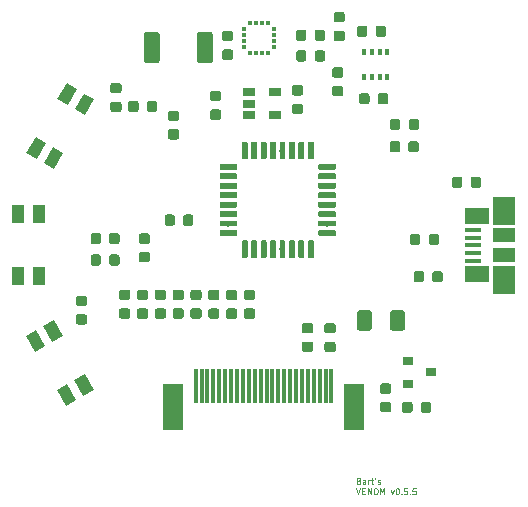
<source format=gbr>
G04 #@! TF.GenerationSoftware,KiCad,Pcbnew,5.1.4-1.fc30*
G04 #@! TF.CreationDate,2020-10-18T16:33:26+02:00*
G04 #@! TF.ProjectId,venom,76656e6f-6d2e-46b6-9963-61645f706362,rev?*
G04 #@! TF.SameCoordinates,Original*
G04 #@! TF.FileFunction,Paste,Top*
G04 #@! TF.FilePolarity,Positive*
%FSLAX46Y46*%
G04 Gerber Fmt 4.6, Leading zero omitted, Abs format (unit mm)*
G04 Created by KiCad (PCBNEW 5.1.4-1.fc30) date 2020-10-18 16:33:26*
%MOMM*%
%LPD*%
G04 APERTURE LIST*
%ADD10C,0.125000*%
%ADD11R,0.350000X0.500000*%
%ADD12R,1.800000X4.000000*%
%ADD13R,0.300000X3.000000*%
%ADD14C,1.000000*%
%ADD15C,0.100000*%
%ADD16C,1.350000*%
%ADD17C,0.875000*%
%ADD18R,0.900000X0.800000*%
%ADD19R,1.000000X1.550000*%
%ADD20R,1.060000X0.650000*%
%ADD21R,1.380000X0.450000*%
%ADD22R,2.100000X1.475000*%
%ADD23R,1.900000X2.375000*%
%ADD24R,1.900000X1.175000*%
%ADD25C,0.500000*%
%ADD26C,1.250000*%
%ADD27R,0.450000X0.300000*%
%ADD28R,0.300000X0.450000*%
G04 APERTURE END LIST*
D10*
X167580476Y-138716785D02*
X167651904Y-138740595D01*
X167675714Y-138764404D01*
X167699523Y-138812023D01*
X167699523Y-138883452D01*
X167675714Y-138931071D01*
X167651904Y-138954880D01*
X167604285Y-138978690D01*
X167413809Y-138978690D01*
X167413809Y-138478690D01*
X167580476Y-138478690D01*
X167628095Y-138502500D01*
X167651904Y-138526309D01*
X167675714Y-138573928D01*
X167675714Y-138621547D01*
X167651904Y-138669166D01*
X167628095Y-138692976D01*
X167580476Y-138716785D01*
X167413809Y-138716785D01*
X168128095Y-138978690D02*
X168128095Y-138716785D01*
X168104285Y-138669166D01*
X168056666Y-138645357D01*
X167961428Y-138645357D01*
X167913809Y-138669166D01*
X168128095Y-138954880D02*
X168080476Y-138978690D01*
X167961428Y-138978690D01*
X167913809Y-138954880D01*
X167890000Y-138907261D01*
X167890000Y-138859642D01*
X167913809Y-138812023D01*
X167961428Y-138788214D01*
X168080476Y-138788214D01*
X168128095Y-138764404D01*
X168366190Y-138978690D02*
X168366190Y-138645357D01*
X168366190Y-138740595D02*
X168390000Y-138692976D01*
X168413809Y-138669166D01*
X168461428Y-138645357D01*
X168509047Y-138645357D01*
X168604285Y-138645357D02*
X168794761Y-138645357D01*
X168675714Y-138478690D02*
X168675714Y-138907261D01*
X168699523Y-138954880D01*
X168747142Y-138978690D01*
X168794761Y-138978690D01*
X168985238Y-138478690D02*
X168937619Y-138573928D01*
X169175714Y-138954880D02*
X169223333Y-138978690D01*
X169318571Y-138978690D01*
X169366190Y-138954880D01*
X169390000Y-138907261D01*
X169390000Y-138883452D01*
X169366190Y-138835833D01*
X169318571Y-138812023D01*
X169247142Y-138812023D01*
X169199523Y-138788214D01*
X169175714Y-138740595D01*
X169175714Y-138716785D01*
X169199523Y-138669166D01*
X169247142Y-138645357D01*
X169318571Y-138645357D01*
X169366190Y-138669166D01*
X167378095Y-139353690D02*
X167544761Y-139853690D01*
X167711428Y-139353690D01*
X167878095Y-139591785D02*
X168044761Y-139591785D01*
X168116190Y-139853690D02*
X167878095Y-139853690D01*
X167878095Y-139353690D01*
X168116190Y-139353690D01*
X168330476Y-139853690D02*
X168330476Y-139353690D01*
X168616190Y-139853690D01*
X168616190Y-139353690D01*
X168949523Y-139353690D02*
X169044761Y-139353690D01*
X169092380Y-139377500D01*
X169140000Y-139425119D01*
X169163809Y-139520357D01*
X169163809Y-139687023D01*
X169140000Y-139782261D01*
X169092380Y-139829880D01*
X169044761Y-139853690D01*
X168949523Y-139853690D01*
X168901904Y-139829880D01*
X168854285Y-139782261D01*
X168830476Y-139687023D01*
X168830476Y-139520357D01*
X168854285Y-139425119D01*
X168901904Y-139377500D01*
X168949523Y-139353690D01*
X169378095Y-139853690D02*
X169378095Y-139353690D01*
X169544761Y-139710833D01*
X169711428Y-139353690D01*
X169711428Y-139853690D01*
X170282857Y-139520357D02*
X170401904Y-139853690D01*
X170520952Y-139520357D01*
X170806666Y-139353690D02*
X170854285Y-139353690D01*
X170901904Y-139377500D01*
X170925714Y-139401309D01*
X170949523Y-139448928D01*
X170973333Y-139544166D01*
X170973333Y-139663214D01*
X170949523Y-139758452D01*
X170925714Y-139806071D01*
X170901904Y-139829880D01*
X170854285Y-139853690D01*
X170806666Y-139853690D01*
X170759047Y-139829880D01*
X170735238Y-139806071D01*
X170711428Y-139758452D01*
X170687619Y-139663214D01*
X170687619Y-139544166D01*
X170711428Y-139448928D01*
X170735238Y-139401309D01*
X170759047Y-139377500D01*
X170806666Y-139353690D01*
X171187619Y-139806071D02*
X171211428Y-139829880D01*
X171187619Y-139853690D01*
X171163809Y-139829880D01*
X171187619Y-139806071D01*
X171187619Y-139853690D01*
X171663809Y-139353690D02*
X171425714Y-139353690D01*
X171401904Y-139591785D01*
X171425714Y-139567976D01*
X171473333Y-139544166D01*
X171592380Y-139544166D01*
X171640000Y-139567976D01*
X171663809Y-139591785D01*
X171687619Y-139639404D01*
X171687619Y-139758452D01*
X171663809Y-139806071D01*
X171640000Y-139829880D01*
X171592380Y-139853690D01*
X171473333Y-139853690D01*
X171425714Y-139829880D01*
X171401904Y-139806071D01*
X171901904Y-139806071D02*
X171925714Y-139829880D01*
X171901904Y-139853690D01*
X171878095Y-139829880D01*
X171901904Y-139806071D01*
X171901904Y-139853690D01*
X172378095Y-139353690D02*
X172140000Y-139353690D01*
X172116190Y-139591785D01*
X172140000Y-139567976D01*
X172187619Y-139544166D01*
X172306666Y-139544166D01*
X172354285Y-139567976D01*
X172378095Y-139591785D01*
X172401904Y-139639404D01*
X172401904Y-139758452D01*
X172378095Y-139806071D01*
X172354285Y-139829880D01*
X172306666Y-139853690D01*
X172187619Y-139853690D01*
X172140000Y-139829880D01*
X172116190Y-139806071D01*
D11*
X168045000Y-104505000D03*
X168695000Y-104505000D03*
X169345000Y-104505000D03*
X169995000Y-104505000D03*
X169995000Y-102455000D03*
X169345000Y-102455000D03*
X168695000Y-102455000D03*
X168045000Y-102455000D03*
D12*
X167160000Y-132510000D03*
X151860000Y-132510000D03*
D13*
X153760000Y-130710000D03*
X154260000Y-130710000D03*
X154760000Y-130710000D03*
X155260000Y-130710000D03*
X155760000Y-130710000D03*
X156260000Y-130710000D03*
X156760000Y-130710000D03*
X157260000Y-130710000D03*
X157760000Y-130710000D03*
X158260000Y-130710000D03*
X158760000Y-130710000D03*
X159260000Y-130710000D03*
X159760000Y-130710000D03*
X160260000Y-130710000D03*
X160760000Y-130710000D03*
X161260000Y-130710000D03*
X161760000Y-130710000D03*
X162260000Y-130710000D03*
X162760000Y-130710000D03*
X163260000Y-130710000D03*
X163760000Y-130710000D03*
X164260000Y-130710000D03*
X164760000Y-130710000D03*
X165260000Y-130710000D03*
D14*
X141683622Y-126061683D03*
D15*
G36*
X140863109Y-125640513D02*
G01*
X141729135Y-125140513D01*
X142504135Y-126482853D01*
X141638109Y-126982853D01*
X140863109Y-125640513D01*
X140863109Y-125640513D01*
G37*
D14*
X144308622Y-130608317D03*
D15*
G36*
X143488109Y-130187147D02*
G01*
X144354135Y-129687147D01*
X145129135Y-131029487D01*
X144263109Y-131529487D01*
X143488109Y-130187147D01*
X143488109Y-130187147D01*
G37*
D14*
X142836378Y-131458317D03*
D15*
G36*
X142015865Y-131037147D02*
G01*
X142881891Y-130537147D01*
X143656891Y-131879487D01*
X142790865Y-132379487D01*
X142015865Y-131037147D01*
X142015865Y-131037147D01*
G37*
D14*
X140211378Y-126911683D03*
D15*
G36*
X139390865Y-126490513D02*
G01*
X140256891Y-125990513D01*
X141031891Y-127332853D01*
X140165865Y-127832853D01*
X139390865Y-126490513D01*
X139390865Y-126490513D01*
G37*
G36*
X154989505Y-100716204D02*
G01*
X155013773Y-100719804D01*
X155037572Y-100725765D01*
X155060671Y-100734030D01*
X155082850Y-100744520D01*
X155103893Y-100757132D01*
X155123599Y-100771747D01*
X155141777Y-100788223D01*
X155158253Y-100806401D01*
X155172868Y-100826107D01*
X155185480Y-100847150D01*
X155195970Y-100869329D01*
X155204235Y-100892428D01*
X155210196Y-100916227D01*
X155213796Y-100940495D01*
X155215000Y-100964999D01*
X155215000Y-103115001D01*
X155213796Y-103139505D01*
X155210196Y-103163773D01*
X155204235Y-103187572D01*
X155195970Y-103210671D01*
X155185480Y-103232850D01*
X155172868Y-103253893D01*
X155158253Y-103273599D01*
X155141777Y-103291777D01*
X155123599Y-103308253D01*
X155103893Y-103322868D01*
X155082850Y-103335480D01*
X155060671Y-103345970D01*
X155037572Y-103354235D01*
X155013773Y-103360196D01*
X154989505Y-103363796D01*
X154965001Y-103365000D01*
X154114999Y-103365000D01*
X154090495Y-103363796D01*
X154066227Y-103360196D01*
X154042428Y-103354235D01*
X154019329Y-103345970D01*
X153997150Y-103335480D01*
X153976107Y-103322868D01*
X153956401Y-103308253D01*
X153938223Y-103291777D01*
X153921747Y-103273599D01*
X153907132Y-103253893D01*
X153894520Y-103232850D01*
X153884030Y-103210671D01*
X153875765Y-103187572D01*
X153869804Y-103163773D01*
X153866204Y-103139505D01*
X153865000Y-103115001D01*
X153865000Y-100964999D01*
X153866204Y-100940495D01*
X153869804Y-100916227D01*
X153875765Y-100892428D01*
X153884030Y-100869329D01*
X153894520Y-100847150D01*
X153907132Y-100826107D01*
X153921747Y-100806401D01*
X153938223Y-100788223D01*
X153956401Y-100771747D01*
X153976107Y-100757132D01*
X153997150Y-100744520D01*
X154019329Y-100734030D01*
X154042428Y-100725765D01*
X154066227Y-100719804D01*
X154090495Y-100716204D01*
X154114999Y-100715000D01*
X154965001Y-100715000D01*
X154989505Y-100716204D01*
X154989505Y-100716204D01*
G37*
D16*
X154540000Y-102040000D03*
D15*
G36*
X150489505Y-100716204D02*
G01*
X150513773Y-100719804D01*
X150537572Y-100725765D01*
X150560671Y-100734030D01*
X150582850Y-100744520D01*
X150603893Y-100757132D01*
X150623599Y-100771747D01*
X150641777Y-100788223D01*
X150658253Y-100806401D01*
X150672868Y-100826107D01*
X150685480Y-100847150D01*
X150695970Y-100869329D01*
X150704235Y-100892428D01*
X150710196Y-100916227D01*
X150713796Y-100940495D01*
X150715000Y-100964999D01*
X150715000Y-103115001D01*
X150713796Y-103139505D01*
X150710196Y-103163773D01*
X150704235Y-103187572D01*
X150695970Y-103210671D01*
X150685480Y-103232850D01*
X150672868Y-103253893D01*
X150658253Y-103273599D01*
X150641777Y-103291777D01*
X150623599Y-103308253D01*
X150603893Y-103322868D01*
X150582850Y-103335480D01*
X150560671Y-103345970D01*
X150537572Y-103354235D01*
X150513773Y-103360196D01*
X150489505Y-103363796D01*
X150465001Y-103365000D01*
X149614999Y-103365000D01*
X149590495Y-103363796D01*
X149566227Y-103360196D01*
X149542428Y-103354235D01*
X149519329Y-103345970D01*
X149497150Y-103335480D01*
X149476107Y-103322868D01*
X149456401Y-103308253D01*
X149438223Y-103291777D01*
X149421747Y-103273599D01*
X149407132Y-103253893D01*
X149394520Y-103232850D01*
X149384030Y-103210671D01*
X149375765Y-103187572D01*
X149369804Y-103163773D01*
X149366204Y-103139505D01*
X149365000Y-103115001D01*
X149365000Y-100964999D01*
X149366204Y-100940495D01*
X149369804Y-100916227D01*
X149375765Y-100892428D01*
X149384030Y-100869329D01*
X149394520Y-100847150D01*
X149407132Y-100826107D01*
X149421747Y-100806401D01*
X149438223Y-100788223D01*
X149456401Y-100771747D01*
X149476107Y-100757132D01*
X149497150Y-100744520D01*
X149519329Y-100734030D01*
X149542428Y-100725765D01*
X149566227Y-100719804D01*
X149590495Y-100716204D01*
X149614999Y-100715000D01*
X150465001Y-100715000D01*
X150489505Y-100716204D01*
X150489505Y-100716204D01*
G37*
D16*
X150040000Y-102040000D03*
D15*
G36*
X168108691Y-100186053D02*
G01*
X168129926Y-100189203D01*
X168150750Y-100194419D01*
X168170962Y-100201651D01*
X168190368Y-100210830D01*
X168208781Y-100221866D01*
X168226024Y-100234654D01*
X168241930Y-100249070D01*
X168256346Y-100264976D01*
X168269134Y-100282219D01*
X168280170Y-100300632D01*
X168289349Y-100320038D01*
X168296581Y-100340250D01*
X168301797Y-100361074D01*
X168304947Y-100382309D01*
X168306000Y-100403750D01*
X168306000Y-100916250D01*
X168304947Y-100937691D01*
X168301797Y-100958926D01*
X168296581Y-100979750D01*
X168289349Y-100999962D01*
X168280170Y-101019368D01*
X168269134Y-101037781D01*
X168256346Y-101055024D01*
X168241930Y-101070930D01*
X168226024Y-101085346D01*
X168208781Y-101098134D01*
X168190368Y-101109170D01*
X168170962Y-101118349D01*
X168150750Y-101125581D01*
X168129926Y-101130797D01*
X168108691Y-101133947D01*
X168087250Y-101135000D01*
X167649750Y-101135000D01*
X167628309Y-101133947D01*
X167607074Y-101130797D01*
X167586250Y-101125581D01*
X167566038Y-101118349D01*
X167546632Y-101109170D01*
X167528219Y-101098134D01*
X167510976Y-101085346D01*
X167495070Y-101070930D01*
X167480654Y-101055024D01*
X167467866Y-101037781D01*
X167456830Y-101019368D01*
X167447651Y-100999962D01*
X167440419Y-100979750D01*
X167435203Y-100958926D01*
X167432053Y-100937691D01*
X167431000Y-100916250D01*
X167431000Y-100403750D01*
X167432053Y-100382309D01*
X167435203Y-100361074D01*
X167440419Y-100340250D01*
X167447651Y-100320038D01*
X167456830Y-100300632D01*
X167467866Y-100282219D01*
X167480654Y-100264976D01*
X167495070Y-100249070D01*
X167510976Y-100234654D01*
X167528219Y-100221866D01*
X167546632Y-100210830D01*
X167566038Y-100201651D01*
X167586250Y-100194419D01*
X167607074Y-100189203D01*
X167628309Y-100186053D01*
X167649750Y-100185000D01*
X168087250Y-100185000D01*
X168108691Y-100186053D01*
X168108691Y-100186053D01*
G37*
D17*
X167868500Y-100660000D03*
D15*
G36*
X169683691Y-100186053D02*
G01*
X169704926Y-100189203D01*
X169725750Y-100194419D01*
X169745962Y-100201651D01*
X169765368Y-100210830D01*
X169783781Y-100221866D01*
X169801024Y-100234654D01*
X169816930Y-100249070D01*
X169831346Y-100264976D01*
X169844134Y-100282219D01*
X169855170Y-100300632D01*
X169864349Y-100320038D01*
X169871581Y-100340250D01*
X169876797Y-100361074D01*
X169879947Y-100382309D01*
X169881000Y-100403750D01*
X169881000Y-100916250D01*
X169879947Y-100937691D01*
X169876797Y-100958926D01*
X169871581Y-100979750D01*
X169864349Y-100999962D01*
X169855170Y-101019368D01*
X169844134Y-101037781D01*
X169831346Y-101055024D01*
X169816930Y-101070930D01*
X169801024Y-101085346D01*
X169783781Y-101098134D01*
X169765368Y-101109170D01*
X169745962Y-101118349D01*
X169725750Y-101125581D01*
X169704926Y-101130797D01*
X169683691Y-101133947D01*
X169662250Y-101135000D01*
X169224750Y-101135000D01*
X169203309Y-101133947D01*
X169182074Y-101130797D01*
X169161250Y-101125581D01*
X169141038Y-101118349D01*
X169121632Y-101109170D01*
X169103219Y-101098134D01*
X169085976Y-101085346D01*
X169070070Y-101070930D01*
X169055654Y-101055024D01*
X169042866Y-101037781D01*
X169031830Y-101019368D01*
X169022651Y-100999962D01*
X169015419Y-100979750D01*
X169010203Y-100958926D01*
X169007053Y-100937691D01*
X169006000Y-100916250D01*
X169006000Y-100403750D01*
X169007053Y-100382309D01*
X169010203Y-100361074D01*
X169015419Y-100340250D01*
X169022651Y-100320038D01*
X169031830Y-100300632D01*
X169042866Y-100282219D01*
X169055654Y-100264976D01*
X169070070Y-100249070D01*
X169085976Y-100234654D01*
X169103219Y-100221866D01*
X169121632Y-100210830D01*
X169141038Y-100201651D01*
X169161250Y-100194419D01*
X169182074Y-100189203D01*
X169203309Y-100186053D01*
X169224750Y-100185000D01*
X169662250Y-100185000D01*
X169683691Y-100186053D01*
X169683691Y-100186053D01*
G37*
D17*
X169443500Y-100660000D03*
D15*
G36*
X166187691Y-100611053D02*
G01*
X166208926Y-100614203D01*
X166229750Y-100619419D01*
X166249962Y-100626651D01*
X166269368Y-100635830D01*
X166287781Y-100646866D01*
X166305024Y-100659654D01*
X166320930Y-100674070D01*
X166335346Y-100689976D01*
X166348134Y-100707219D01*
X166359170Y-100725632D01*
X166368349Y-100745038D01*
X166375581Y-100765250D01*
X166380797Y-100786074D01*
X166383947Y-100807309D01*
X166385000Y-100828750D01*
X166385000Y-101266250D01*
X166383947Y-101287691D01*
X166380797Y-101308926D01*
X166375581Y-101329750D01*
X166368349Y-101349962D01*
X166359170Y-101369368D01*
X166348134Y-101387781D01*
X166335346Y-101405024D01*
X166320930Y-101420930D01*
X166305024Y-101435346D01*
X166287781Y-101448134D01*
X166269368Y-101459170D01*
X166249962Y-101468349D01*
X166229750Y-101475581D01*
X166208926Y-101480797D01*
X166187691Y-101483947D01*
X166166250Y-101485000D01*
X165653750Y-101485000D01*
X165632309Y-101483947D01*
X165611074Y-101480797D01*
X165590250Y-101475581D01*
X165570038Y-101468349D01*
X165550632Y-101459170D01*
X165532219Y-101448134D01*
X165514976Y-101435346D01*
X165499070Y-101420930D01*
X165484654Y-101405024D01*
X165471866Y-101387781D01*
X165460830Y-101369368D01*
X165451651Y-101349962D01*
X165444419Y-101329750D01*
X165439203Y-101308926D01*
X165436053Y-101287691D01*
X165435000Y-101266250D01*
X165435000Y-100828750D01*
X165436053Y-100807309D01*
X165439203Y-100786074D01*
X165444419Y-100765250D01*
X165451651Y-100745038D01*
X165460830Y-100725632D01*
X165471866Y-100707219D01*
X165484654Y-100689976D01*
X165499070Y-100674070D01*
X165514976Y-100659654D01*
X165532219Y-100646866D01*
X165550632Y-100635830D01*
X165570038Y-100626651D01*
X165590250Y-100619419D01*
X165611074Y-100614203D01*
X165632309Y-100611053D01*
X165653750Y-100610000D01*
X166166250Y-100610000D01*
X166187691Y-100611053D01*
X166187691Y-100611053D01*
G37*
D17*
X165910000Y-101047500D03*
D15*
G36*
X166187691Y-99036053D02*
G01*
X166208926Y-99039203D01*
X166229750Y-99044419D01*
X166249962Y-99051651D01*
X166269368Y-99060830D01*
X166287781Y-99071866D01*
X166305024Y-99084654D01*
X166320930Y-99099070D01*
X166335346Y-99114976D01*
X166348134Y-99132219D01*
X166359170Y-99150632D01*
X166368349Y-99170038D01*
X166375581Y-99190250D01*
X166380797Y-99211074D01*
X166383947Y-99232309D01*
X166385000Y-99253750D01*
X166385000Y-99691250D01*
X166383947Y-99712691D01*
X166380797Y-99733926D01*
X166375581Y-99754750D01*
X166368349Y-99774962D01*
X166359170Y-99794368D01*
X166348134Y-99812781D01*
X166335346Y-99830024D01*
X166320930Y-99845930D01*
X166305024Y-99860346D01*
X166287781Y-99873134D01*
X166269368Y-99884170D01*
X166249962Y-99893349D01*
X166229750Y-99900581D01*
X166208926Y-99905797D01*
X166187691Y-99908947D01*
X166166250Y-99910000D01*
X165653750Y-99910000D01*
X165632309Y-99908947D01*
X165611074Y-99905797D01*
X165590250Y-99900581D01*
X165570038Y-99893349D01*
X165550632Y-99884170D01*
X165532219Y-99873134D01*
X165514976Y-99860346D01*
X165499070Y-99845930D01*
X165484654Y-99830024D01*
X165471866Y-99812781D01*
X165460830Y-99794368D01*
X165451651Y-99774962D01*
X165444419Y-99754750D01*
X165439203Y-99733926D01*
X165436053Y-99712691D01*
X165435000Y-99691250D01*
X165435000Y-99253750D01*
X165436053Y-99232309D01*
X165439203Y-99211074D01*
X165444419Y-99190250D01*
X165451651Y-99170038D01*
X165460830Y-99150632D01*
X165471866Y-99132219D01*
X165484654Y-99114976D01*
X165499070Y-99099070D01*
X165514976Y-99084654D01*
X165532219Y-99071866D01*
X165550632Y-99060830D01*
X165570038Y-99051651D01*
X165590250Y-99044419D01*
X165611074Y-99039203D01*
X165632309Y-99036053D01*
X165653750Y-99035000D01*
X166166250Y-99035000D01*
X166187691Y-99036053D01*
X166187691Y-99036053D01*
G37*
D17*
X165910000Y-99472500D03*
D15*
G36*
X170872691Y-109966053D02*
G01*
X170893926Y-109969203D01*
X170914750Y-109974419D01*
X170934962Y-109981651D01*
X170954368Y-109990830D01*
X170972781Y-110001866D01*
X170990024Y-110014654D01*
X171005930Y-110029070D01*
X171020346Y-110044976D01*
X171033134Y-110062219D01*
X171044170Y-110080632D01*
X171053349Y-110100038D01*
X171060581Y-110120250D01*
X171065797Y-110141074D01*
X171068947Y-110162309D01*
X171070000Y-110183750D01*
X171070000Y-110696250D01*
X171068947Y-110717691D01*
X171065797Y-110738926D01*
X171060581Y-110759750D01*
X171053349Y-110779962D01*
X171044170Y-110799368D01*
X171033134Y-110817781D01*
X171020346Y-110835024D01*
X171005930Y-110850930D01*
X170990024Y-110865346D01*
X170972781Y-110878134D01*
X170954368Y-110889170D01*
X170934962Y-110898349D01*
X170914750Y-110905581D01*
X170893926Y-110910797D01*
X170872691Y-110913947D01*
X170851250Y-110915000D01*
X170413750Y-110915000D01*
X170392309Y-110913947D01*
X170371074Y-110910797D01*
X170350250Y-110905581D01*
X170330038Y-110898349D01*
X170310632Y-110889170D01*
X170292219Y-110878134D01*
X170274976Y-110865346D01*
X170259070Y-110850930D01*
X170244654Y-110835024D01*
X170231866Y-110817781D01*
X170220830Y-110799368D01*
X170211651Y-110779962D01*
X170204419Y-110759750D01*
X170199203Y-110738926D01*
X170196053Y-110717691D01*
X170195000Y-110696250D01*
X170195000Y-110183750D01*
X170196053Y-110162309D01*
X170199203Y-110141074D01*
X170204419Y-110120250D01*
X170211651Y-110100038D01*
X170220830Y-110080632D01*
X170231866Y-110062219D01*
X170244654Y-110044976D01*
X170259070Y-110029070D01*
X170274976Y-110014654D01*
X170292219Y-110001866D01*
X170310632Y-109990830D01*
X170330038Y-109981651D01*
X170350250Y-109974419D01*
X170371074Y-109969203D01*
X170392309Y-109966053D01*
X170413750Y-109965000D01*
X170851250Y-109965000D01*
X170872691Y-109966053D01*
X170872691Y-109966053D01*
G37*
D17*
X170632500Y-110440000D03*
D15*
G36*
X172447691Y-109966053D02*
G01*
X172468926Y-109969203D01*
X172489750Y-109974419D01*
X172509962Y-109981651D01*
X172529368Y-109990830D01*
X172547781Y-110001866D01*
X172565024Y-110014654D01*
X172580930Y-110029070D01*
X172595346Y-110044976D01*
X172608134Y-110062219D01*
X172619170Y-110080632D01*
X172628349Y-110100038D01*
X172635581Y-110120250D01*
X172640797Y-110141074D01*
X172643947Y-110162309D01*
X172645000Y-110183750D01*
X172645000Y-110696250D01*
X172643947Y-110717691D01*
X172640797Y-110738926D01*
X172635581Y-110759750D01*
X172628349Y-110779962D01*
X172619170Y-110799368D01*
X172608134Y-110817781D01*
X172595346Y-110835024D01*
X172580930Y-110850930D01*
X172565024Y-110865346D01*
X172547781Y-110878134D01*
X172529368Y-110889170D01*
X172509962Y-110898349D01*
X172489750Y-110905581D01*
X172468926Y-110910797D01*
X172447691Y-110913947D01*
X172426250Y-110915000D01*
X171988750Y-110915000D01*
X171967309Y-110913947D01*
X171946074Y-110910797D01*
X171925250Y-110905581D01*
X171905038Y-110898349D01*
X171885632Y-110889170D01*
X171867219Y-110878134D01*
X171849976Y-110865346D01*
X171834070Y-110850930D01*
X171819654Y-110835024D01*
X171806866Y-110817781D01*
X171795830Y-110799368D01*
X171786651Y-110779962D01*
X171779419Y-110759750D01*
X171774203Y-110738926D01*
X171771053Y-110717691D01*
X171770000Y-110696250D01*
X171770000Y-110183750D01*
X171771053Y-110162309D01*
X171774203Y-110141074D01*
X171779419Y-110120250D01*
X171786651Y-110100038D01*
X171795830Y-110080632D01*
X171806866Y-110062219D01*
X171819654Y-110044976D01*
X171834070Y-110029070D01*
X171849976Y-110014654D01*
X171867219Y-110001866D01*
X171885632Y-109990830D01*
X171905038Y-109981651D01*
X171925250Y-109974419D01*
X171946074Y-109969203D01*
X171967309Y-109966053D01*
X171988750Y-109965000D01*
X172426250Y-109965000D01*
X172447691Y-109966053D01*
X172447691Y-109966053D01*
G37*
D17*
X172207500Y-110440000D03*
D15*
G36*
X172467691Y-108076053D02*
G01*
X172488926Y-108079203D01*
X172509750Y-108084419D01*
X172529962Y-108091651D01*
X172549368Y-108100830D01*
X172567781Y-108111866D01*
X172585024Y-108124654D01*
X172600930Y-108139070D01*
X172615346Y-108154976D01*
X172628134Y-108172219D01*
X172639170Y-108190632D01*
X172648349Y-108210038D01*
X172655581Y-108230250D01*
X172660797Y-108251074D01*
X172663947Y-108272309D01*
X172665000Y-108293750D01*
X172665000Y-108806250D01*
X172663947Y-108827691D01*
X172660797Y-108848926D01*
X172655581Y-108869750D01*
X172648349Y-108889962D01*
X172639170Y-108909368D01*
X172628134Y-108927781D01*
X172615346Y-108945024D01*
X172600930Y-108960930D01*
X172585024Y-108975346D01*
X172567781Y-108988134D01*
X172549368Y-108999170D01*
X172529962Y-109008349D01*
X172509750Y-109015581D01*
X172488926Y-109020797D01*
X172467691Y-109023947D01*
X172446250Y-109025000D01*
X172008750Y-109025000D01*
X171987309Y-109023947D01*
X171966074Y-109020797D01*
X171945250Y-109015581D01*
X171925038Y-109008349D01*
X171905632Y-108999170D01*
X171887219Y-108988134D01*
X171869976Y-108975346D01*
X171854070Y-108960930D01*
X171839654Y-108945024D01*
X171826866Y-108927781D01*
X171815830Y-108909368D01*
X171806651Y-108889962D01*
X171799419Y-108869750D01*
X171794203Y-108848926D01*
X171791053Y-108827691D01*
X171790000Y-108806250D01*
X171790000Y-108293750D01*
X171791053Y-108272309D01*
X171794203Y-108251074D01*
X171799419Y-108230250D01*
X171806651Y-108210038D01*
X171815830Y-108190632D01*
X171826866Y-108172219D01*
X171839654Y-108154976D01*
X171854070Y-108139070D01*
X171869976Y-108124654D01*
X171887219Y-108111866D01*
X171905632Y-108100830D01*
X171925038Y-108091651D01*
X171945250Y-108084419D01*
X171966074Y-108079203D01*
X171987309Y-108076053D01*
X172008750Y-108075000D01*
X172446250Y-108075000D01*
X172467691Y-108076053D01*
X172467691Y-108076053D01*
G37*
D17*
X172227500Y-108550000D03*
D15*
G36*
X170892691Y-108076053D02*
G01*
X170913926Y-108079203D01*
X170934750Y-108084419D01*
X170954962Y-108091651D01*
X170974368Y-108100830D01*
X170992781Y-108111866D01*
X171010024Y-108124654D01*
X171025930Y-108139070D01*
X171040346Y-108154976D01*
X171053134Y-108172219D01*
X171064170Y-108190632D01*
X171073349Y-108210038D01*
X171080581Y-108230250D01*
X171085797Y-108251074D01*
X171088947Y-108272309D01*
X171090000Y-108293750D01*
X171090000Y-108806250D01*
X171088947Y-108827691D01*
X171085797Y-108848926D01*
X171080581Y-108869750D01*
X171073349Y-108889962D01*
X171064170Y-108909368D01*
X171053134Y-108927781D01*
X171040346Y-108945024D01*
X171025930Y-108960930D01*
X171010024Y-108975346D01*
X170992781Y-108988134D01*
X170974368Y-108999170D01*
X170954962Y-109008349D01*
X170934750Y-109015581D01*
X170913926Y-109020797D01*
X170892691Y-109023947D01*
X170871250Y-109025000D01*
X170433750Y-109025000D01*
X170412309Y-109023947D01*
X170391074Y-109020797D01*
X170370250Y-109015581D01*
X170350038Y-109008349D01*
X170330632Y-108999170D01*
X170312219Y-108988134D01*
X170294976Y-108975346D01*
X170279070Y-108960930D01*
X170264654Y-108945024D01*
X170251866Y-108927781D01*
X170240830Y-108909368D01*
X170231651Y-108889962D01*
X170224419Y-108869750D01*
X170219203Y-108848926D01*
X170216053Y-108827691D01*
X170215000Y-108806250D01*
X170215000Y-108293750D01*
X170216053Y-108272309D01*
X170219203Y-108251074D01*
X170224419Y-108230250D01*
X170231651Y-108210038D01*
X170240830Y-108190632D01*
X170251866Y-108172219D01*
X170264654Y-108154976D01*
X170279070Y-108139070D01*
X170294976Y-108124654D01*
X170312219Y-108111866D01*
X170330632Y-108100830D01*
X170350038Y-108091651D01*
X170370250Y-108084419D01*
X170391074Y-108079203D01*
X170412309Y-108076053D01*
X170433750Y-108075000D01*
X170871250Y-108075000D01*
X170892691Y-108076053D01*
X170892691Y-108076053D01*
G37*
D17*
X170652500Y-108550000D03*
D15*
G36*
X174157691Y-117806053D02*
G01*
X174178926Y-117809203D01*
X174199750Y-117814419D01*
X174219962Y-117821651D01*
X174239368Y-117830830D01*
X174257781Y-117841866D01*
X174275024Y-117854654D01*
X174290930Y-117869070D01*
X174305346Y-117884976D01*
X174318134Y-117902219D01*
X174329170Y-117920632D01*
X174338349Y-117940038D01*
X174345581Y-117960250D01*
X174350797Y-117981074D01*
X174353947Y-118002309D01*
X174355000Y-118023750D01*
X174355000Y-118536250D01*
X174353947Y-118557691D01*
X174350797Y-118578926D01*
X174345581Y-118599750D01*
X174338349Y-118619962D01*
X174329170Y-118639368D01*
X174318134Y-118657781D01*
X174305346Y-118675024D01*
X174290930Y-118690930D01*
X174275024Y-118705346D01*
X174257781Y-118718134D01*
X174239368Y-118729170D01*
X174219962Y-118738349D01*
X174199750Y-118745581D01*
X174178926Y-118750797D01*
X174157691Y-118753947D01*
X174136250Y-118755000D01*
X173698750Y-118755000D01*
X173677309Y-118753947D01*
X173656074Y-118750797D01*
X173635250Y-118745581D01*
X173615038Y-118738349D01*
X173595632Y-118729170D01*
X173577219Y-118718134D01*
X173559976Y-118705346D01*
X173544070Y-118690930D01*
X173529654Y-118675024D01*
X173516866Y-118657781D01*
X173505830Y-118639368D01*
X173496651Y-118619962D01*
X173489419Y-118599750D01*
X173484203Y-118578926D01*
X173481053Y-118557691D01*
X173480000Y-118536250D01*
X173480000Y-118023750D01*
X173481053Y-118002309D01*
X173484203Y-117981074D01*
X173489419Y-117960250D01*
X173496651Y-117940038D01*
X173505830Y-117920632D01*
X173516866Y-117902219D01*
X173529654Y-117884976D01*
X173544070Y-117869070D01*
X173559976Y-117854654D01*
X173577219Y-117841866D01*
X173595632Y-117830830D01*
X173615038Y-117821651D01*
X173635250Y-117814419D01*
X173656074Y-117809203D01*
X173677309Y-117806053D01*
X173698750Y-117805000D01*
X174136250Y-117805000D01*
X174157691Y-117806053D01*
X174157691Y-117806053D01*
G37*
D17*
X173917500Y-118280000D03*
D15*
G36*
X172582691Y-117806053D02*
G01*
X172603926Y-117809203D01*
X172624750Y-117814419D01*
X172644962Y-117821651D01*
X172664368Y-117830830D01*
X172682781Y-117841866D01*
X172700024Y-117854654D01*
X172715930Y-117869070D01*
X172730346Y-117884976D01*
X172743134Y-117902219D01*
X172754170Y-117920632D01*
X172763349Y-117940038D01*
X172770581Y-117960250D01*
X172775797Y-117981074D01*
X172778947Y-118002309D01*
X172780000Y-118023750D01*
X172780000Y-118536250D01*
X172778947Y-118557691D01*
X172775797Y-118578926D01*
X172770581Y-118599750D01*
X172763349Y-118619962D01*
X172754170Y-118639368D01*
X172743134Y-118657781D01*
X172730346Y-118675024D01*
X172715930Y-118690930D01*
X172700024Y-118705346D01*
X172682781Y-118718134D01*
X172664368Y-118729170D01*
X172644962Y-118738349D01*
X172624750Y-118745581D01*
X172603926Y-118750797D01*
X172582691Y-118753947D01*
X172561250Y-118755000D01*
X172123750Y-118755000D01*
X172102309Y-118753947D01*
X172081074Y-118750797D01*
X172060250Y-118745581D01*
X172040038Y-118738349D01*
X172020632Y-118729170D01*
X172002219Y-118718134D01*
X171984976Y-118705346D01*
X171969070Y-118690930D01*
X171954654Y-118675024D01*
X171941866Y-118657781D01*
X171930830Y-118639368D01*
X171921651Y-118619962D01*
X171914419Y-118599750D01*
X171909203Y-118578926D01*
X171906053Y-118557691D01*
X171905000Y-118536250D01*
X171905000Y-118023750D01*
X171906053Y-118002309D01*
X171909203Y-117981074D01*
X171914419Y-117960250D01*
X171921651Y-117940038D01*
X171930830Y-117920632D01*
X171941866Y-117902219D01*
X171954654Y-117884976D01*
X171969070Y-117869070D01*
X171984976Y-117854654D01*
X172002219Y-117841866D01*
X172020632Y-117830830D01*
X172040038Y-117821651D01*
X172060250Y-117814419D01*
X172081074Y-117809203D01*
X172102309Y-117806053D01*
X172123750Y-117805000D01*
X172561250Y-117805000D01*
X172582691Y-117806053D01*
X172582691Y-117806053D01*
G37*
D17*
X172342500Y-118280000D03*
D15*
G36*
X165417691Y-126951053D02*
G01*
X165438926Y-126954203D01*
X165459750Y-126959419D01*
X165479962Y-126966651D01*
X165499368Y-126975830D01*
X165517781Y-126986866D01*
X165535024Y-126999654D01*
X165550930Y-127014070D01*
X165565346Y-127029976D01*
X165578134Y-127047219D01*
X165589170Y-127065632D01*
X165598349Y-127085038D01*
X165605581Y-127105250D01*
X165610797Y-127126074D01*
X165613947Y-127147309D01*
X165615000Y-127168750D01*
X165615000Y-127606250D01*
X165613947Y-127627691D01*
X165610797Y-127648926D01*
X165605581Y-127669750D01*
X165598349Y-127689962D01*
X165589170Y-127709368D01*
X165578134Y-127727781D01*
X165565346Y-127745024D01*
X165550930Y-127760930D01*
X165535024Y-127775346D01*
X165517781Y-127788134D01*
X165499368Y-127799170D01*
X165479962Y-127808349D01*
X165459750Y-127815581D01*
X165438926Y-127820797D01*
X165417691Y-127823947D01*
X165396250Y-127825000D01*
X164883750Y-127825000D01*
X164862309Y-127823947D01*
X164841074Y-127820797D01*
X164820250Y-127815581D01*
X164800038Y-127808349D01*
X164780632Y-127799170D01*
X164762219Y-127788134D01*
X164744976Y-127775346D01*
X164729070Y-127760930D01*
X164714654Y-127745024D01*
X164701866Y-127727781D01*
X164690830Y-127709368D01*
X164681651Y-127689962D01*
X164674419Y-127669750D01*
X164669203Y-127648926D01*
X164666053Y-127627691D01*
X164665000Y-127606250D01*
X164665000Y-127168750D01*
X164666053Y-127147309D01*
X164669203Y-127126074D01*
X164674419Y-127105250D01*
X164681651Y-127085038D01*
X164690830Y-127065632D01*
X164701866Y-127047219D01*
X164714654Y-127029976D01*
X164729070Y-127014070D01*
X164744976Y-126999654D01*
X164762219Y-126986866D01*
X164780632Y-126975830D01*
X164800038Y-126966651D01*
X164820250Y-126959419D01*
X164841074Y-126954203D01*
X164862309Y-126951053D01*
X164883750Y-126950000D01*
X165396250Y-126950000D01*
X165417691Y-126951053D01*
X165417691Y-126951053D01*
G37*
D17*
X165140000Y-127387500D03*
D15*
G36*
X165417691Y-125376053D02*
G01*
X165438926Y-125379203D01*
X165459750Y-125384419D01*
X165479962Y-125391651D01*
X165499368Y-125400830D01*
X165517781Y-125411866D01*
X165535024Y-125424654D01*
X165550930Y-125439070D01*
X165565346Y-125454976D01*
X165578134Y-125472219D01*
X165589170Y-125490632D01*
X165598349Y-125510038D01*
X165605581Y-125530250D01*
X165610797Y-125551074D01*
X165613947Y-125572309D01*
X165615000Y-125593750D01*
X165615000Y-126031250D01*
X165613947Y-126052691D01*
X165610797Y-126073926D01*
X165605581Y-126094750D01*
X165598349Y-126114962D01*
X165589170Y-126134368D01*
X165578134Y-126152781D01*
X165565346Y-126170024D01*
X165550930Y-126185930D01*
X165535024Y-126200346D01*
X165517781Y-126213134D01*
X165499368Y-126224170D01*
X165479962Y-126233349D01*
X165459750Y-126240581D01*
X165438926Y-126245797D01*
X165417691Y-126248947D01*
X165396250Y-126250000D01*
X164883750Y-126250000D01*
X164862309Y-126248947D01*
X164841074Y-126245797D01*
X164820250Y-126240581D01*
X164800038Y-126233349D01*
X164780632Y-126224170D01*
X164762219Y-126213134D01*
X164744976Y-126200346D01*
X164729070Y-126185930D01*
X164714654Y-126170024D01*
X164701866Y-126152781D01*
X164690830Y-126134368D01*
X164681651Y-126114962D01*
X164674419Y-126094750D01*
X164669203Y-126073926D01*
X164666053Y-126052691D01*
X164665000Y-126031250D01*
X164665000Y-125593750D01*
X164666053Y-125572309D01*
X164669203Y-125551074D01*
X164674419Y-125530250D01*
X164681651Y-125510038D01*
X164690830Y-125490632D01*
X164701866Y-125472219D01*
X164714654Y-125454976D01*
X164729070Y-125439070D01*
X164744976Y-125424654D01*
X164762219Y-125411866D01*
X164780632Y-125400830D01*
X164800038Y-125391651D01*
X164820250Y-125384419D01*
X164841074Y-125379203D01*
X164862309Y-125376053D01*
X164883750Y-125375000D01*
X165396250Y-125375000D01*
X165417691Y-125376053D01*
X165417691Y-125376053D01*
G37*
D17*
X165140000Y-125812500D03*
D15*
G36*
X163507691Y-126931053D02*
G01*
X163528926Y-126934203D01*
X163549750Y-126939419D01*
X163569962Y-126946651D01*
X163589368Y-126955830D01*
X163607781Y-126966866D01*
X163625024Y-126979654D01*
X163640930Y-126994070D01*
X163655346Y-127009976D01*
X163668134Y-127027219D01*
X163679170Y-127045632D01*
X163688349Y-127065038D01*
X163695581Y-127085250D01*
X163700797Y-127106074D01*
X163703947Y-127127309D01*
X163705000Y-127148750D01*
X163705000Y-127586250D01*
X163703947Y-127607691D01*
X163700797Y-127628926D01*
X163695581Y-127649750D01*
X163688349Y-127669962D01*
X163679170Y-127689368D01*
X163668134Y-127707781D01*
X163655346Y-127725024D01*
X163640930Y-127740930D01*
X163625024Y-127755346D01*
X163607781Y-127768134D01*
X163589368Y-127779170D01*
X163569962Y-127788349D01*
X163549750Y-127795581D01*
X163528926Y-127800797D01*
X163507691Y-127803947D01*
X163486250Y-127805000D01*
X162973750Y-127805000D01*
X162952309Y-127803947D01*
X162931074Y-127800797D01*
X162910250Y-127795581D01*
X162890038Y-127788349D01*
X162870632Y-127779170D01*
X162852219Y-127768134D01*
X162834976Y-127755346D01*
X162819070Y-127740930D01*
X162804654Y-127725024D01*
X162791866Y-127707781D01*
X162780830Y-127689368D01*
X162771651Y-127669962D01*
X162764419Y-127649750D01*
X162759203Y-127628926D01*
X162756053Y-127607691D01*
X162755000Y-127586250D01*
X162755000Y-127148750D01*
X162756053Y-127127309D01*
X162759203Y-127106074D01*
X162764419Y-127085250D01*
X162771651Y-127065038D01*
X162780830Y-127045632D01*
X162791866Y-127027219D01*
X162804654Y-127009976D01*
X162819070Y-126994070D01*
X162834976Y-126979654D01*
X162852219Y-126966866D01*
X162870632Y-126955830D01*
X162890038Y-126946651D01*
X162910250Y-126939419D01*
X162931074Y-126934203D01*
X162952309Y-126931053D01*
X162973750Y-126930000D01*
X163486250Y-126930000D01*
X163507691Y-126931053D01*
X163507691Y-126931053D01*
G37*
D17*
X163230000Y-127367500D03*
D15*
G36*
X163507691Y-125356053D02*
G01*
X163528926Y-125359203D01*
X163549750Y-125364419D01*
X163569962Y-125371651D01*
X163589368Y-125380830D01*
X163607781Y-125391866D01*
X163625024Y-125404654D01*
X163640930Y-125419070D01*
X163655346Y-125434976D01*
X163668134Y-125452219D01*
X163679170Y-125470632D01*
X163688349Y-125490038D01*
X163695581Y-125510250D01*
X163700797Y-125531074D01*
X163703947Y-125552309D01*
X163705000Y-125573750D01*
X163705000Y-126011250D01*
X163703947Y-126032691D01*
X163700797Y-126053926D01*
X163695581Y-126074750D01*
X163688349Y-126094962D01*
X163679170Y-126114368D01*
X163668134Y-126132781D01*
X163655346Y-126150024D01*
X163640930Y-126165930D01*
X163625024Y-126180346D01*
X163607781Y-126193134D01*
X163589368Y-126204170D01*
X163569962Y-126213349D01*
X163549750Y-126220581D01*
X163528926Y-126225797D01*
X163507691Y-126228947D01*
X163486250Y-126230000D01*
X162973750Y-126230000D01*
X162952309Y-126228947D01*
X162931074Y-126225797D01*
X162910250Y-126220581D01*
X162890038Y-126213349D01*
X162870632Y-126204170D01*
X162852219Y-126193134D01*
X162834976Y-126180346D01*
X162819070Y-126165930D01*
X162804654Y-126150024D01*
X162791866Y-126132781D01*
X162780830Y-126114368D01*
X162771651Y-126094962D01*
X162764419Y-126074750D01*
X162759203Y-126053926D01*
X162756053Y-126032691D01*
X162755000Y-126011250D01*
X162755000Y-125573750D01*
X162756053Y-125552309D01*
X162759203Y-125531074D01*
X162764419Y-125510250D01*
X162771651Y-125490038D01*
X162780830Y-125470632D01*
X162791866Y-125452219D01*
X162804654Y-125434976D01*
X162819070Y-125419070D01*
X162834976Y-125404654D01*
X162852219Y-125391866D01*
X162870632Y-125380830D01*
X162890038Y-125371651D01*
X162910250Y-125364419D01*
X162931074Y-125359203D01*
X162952309Y-125356053D01*
X162973750Y-125355000D01*
X163486250Y-125355000D01*
X163507691Y-125356053D01*
X163507691Y-125356053D01*
G37*
D17*
X163230000Y-125792500D03*
D15*
G36*
X158597691Y-122556053D02*
G01*
X158618926Y-122559203D01*
X158639750Y-122564419D01*
X158659962Y-122571651D01*
X158679368Y-122580830D01*
X158697781Y-122591866D01*
X158715024Y-122604654D01*
X158730930Y-122619070D01*
X158745346Y-122634976D01*
X158758134Y-122652219D01*
X158769170Y-122670632D01*
X158778349Y-122690038D01*
X158785581Y-122710250D01*
X158790797Y-122731074D01*
X158793947Y-122752309D01*
X158795000Y-122773750D01*
X158795000Y-123211250D01*
X158793947Y-123232691D01*
X158790797Y-123253926D01*
X158785581Y-123274750D01*
X158778349Y-123294962D01*
X158769170Y-123314368D01*
X158758134Y-123332781D01*
X158745346Y-123350024D01*
X158730930Y-123365930D01*
X158715024Y-123380346D01*
X158697781Y-123393134D01*
X158679368Y-123404170D01*
X158659962Y-123413349D01*
X158639750Y-123420581D01*
X158618926Y-123425797D01*
X158597691Y-123428947D01*
X158576250Y-123430000D01*
X158063750Y-123430000D01*
X158042309Y-123428947D01*
X158021074Y-123425797D01*
X158000250Y-123420581D01*
X157980038Y-123413349D01*
X157960632Y-123404170D01*
X157942219Y-123393134D01*
X157924976Y-123380346D01*
X157909070Y-123365930D01*
X157894654Y-123350024D01*
X157881866Y-123332781D01*
X157870830Y-123314368D01*
X157861651Y-123294962D01*
X157854419Y-123274750D01*
X157849203Y-123253926D01*
X157846053Y-123232691D01*
X157845000Y-123211250D01*
X157845000Y-122773750D01*
X157846053Y-122752309D01*
X157849203Y-122731074D01*
X157854419Y-122710250D01*
X157861651Y-122690038D01*
X157870830Y-122670632D01*
X157881866Y-122652219D01*
X157894654Y-122634976D01*
X157909070Y-122619070D01*
X157924976Y-122604654D01*
X157942219Y-122591866D01*
X157960632Y-122580830D01*
X157980038Y-122571651D01*
X158000250Y-122564419D01*
X158021074Y-122559203D01*
X158042309Y-122556053D01*
X158063750Y-122555000D01*
X158576250Y-122555000D01*
X158597691Y-122556053D01*
X158597691Y-122556053D01*
G37*
D17*
X158320000Y-122992500D03*
D15*
G36*
X158597691Y-124131053D02*
G01*
X158618926Y-124134203D01*
X158639750Y-124139419D01*
X158659962Y-124146651D01*
X158679368Y-124155830D01*
X158697781Y-124166866D01*
X158715024Y-124179654D01*
X158730930Y-124194070D01*
X158745346Y-124209976D01*
X158758134Y-124227219D01*
X158769170Y-124245632D01*
X158778349Y-124265038D01*
X158785581Y-124285250D01*
X158790797Y-124306074D01*
X158793947Y-124327309D01*
X158795000Y-124348750D01*
X158795000Y-124786250D01*
X158793947Y-124807691D01*
X158790797Y-124828926D01*
X158785581Y-124849750D01*
X158778349Y-124869962D01*
X158769170Y-124889368D01*
X158758134Y-124907781D01*
X158745346Y-124925024D01*
X158730930Y-124940930D01*
X158715024Y-124955346D01*
X158697781Y-124968134D01*
X158679368Y-124979170D01*
X158659962Y-124988349D01*
X158639750Y-124995581D01*
X158618926Y-125000797D01*
X158597691Y-125003947D01*
X158576250Y-125005000D01*
X158063750Y-125005000D01*
X158042309Y-125003947D01*
X158021074Y-125000797D01*
X158000250Y-124995581D01*
X157980038Y-124988349D01*
X157960632Y-124979170D01*
X157942219Y-124968134D01*
X157924976Y-124955346D01*
X157909070Y-124940930D01*
X157894654Y-124925024D01*
X157881866Y-124907781D01*
X157870830Y-124889368D01*
X157861651Y-124869962D01*
X157854419Y-124849750D01*
X157849203Y-124828926D01*
X157846053Y-124807691D01*
X157845000Y-124786250D01*
X157845000Y-124348750D01*
X157846053Y-124327309D01*
X157849203Y-124306074D01*
X157854419Y-124285250D01*
X157861651Y-124265038D01*
X157870830Y-124245632D01*
X157881866Y-124227219D01*
X157894654Y-124209976D01*
X157909070Y-124194070D01*
X157924976Y-124179654D01*
X157942219Y-124166866D01*
X157960632Y-124155830D01*
X157980038Y-124146651D01*
X158000250Y-124139419D01*
X158021074Y-124134203D01*
X158042309Y-124131053D01*
X158063750Y-124130000D01*
X158576250Y-124130000D01*
X158597691Y-124131053D01*
X158597691Y-124131053D01*
G37*
D17*
X158320000Y-124567500D03*
D15*
G36*
X157087691Y-122556053D02*
G01*
X157108926Y-122559203D01*
X157129750Y-122564419D01*
X157149962Y-122571651D01*
X157169368Y-122580830D01*
X157187781Y-122591866D01*
X157205024Y-122604654D01*
X157220930Y-122619070D01*
X157235346Y-122634976D01*
X157248134Y-122652219D01*
X157259170Y-122670632D01*
X157268349Y-122690038D01*
X157275581Y-122710250D01*
X157280797Y-122731074D01*
X157283947Y-122752309D01*
X157285000Y-122773750D01*
X157285000Y-123211250D01*
X157283947Y-123232691D01*
X157280797Y-123253926D01*
X157275581Y-123274750D01*
X157268349Y-123294962D01*
X157259170Y-123314368D01*
X157248134Y-123332781D01*
X157235346Y-123350024D01*
X157220930Y-123365930D01*
X157205024Y-123380346D01*
X157187781Y-123393134D01*
X157169368Y-123404170D01*
X157149962Y-123413349D01*
X157129750Y-123420581D01*
X157108926Y-123425797D01*
X157087691Y-123428947D01*
X157066250Y-123430000D01*
X156553750Y-123430000D01*
X156532309Y-123428947D01*
X156511074Y-123425797D01*
X156490250Y-123420581D01*
X156470038Y-123413349D01*
X156450632Y-123404170D01*
X156432219Y-123393134D01*
X156414976Y-123380346D01*
X156399070Y-123365930D01*
X156384654Y-123350024D01*
X156371866Y-123332781D01*
X156360830Y-123314368D01*
X156351651Y-123294962D01*
X156344419Y-123274750D01*
X156339203Y-123253926D01*
X156336053Y-123232691D01*
X156335000Y-123211250D01*
X156335000Y-122773750D01*
X156336053Y-122752309D01*
X156339203Y-122731074D01*
X156344419Y-122710250D01*
X156351651Y-122690038D01*
X156360830Y-122670632D01*
X156371866Y-122652219D01*
X156384654Y-122634976D01*
X156399070Y-122619070D01*
X156414976Y-122604654D01*
X156432219Y-122591866D01*
X156450632Y-122580830D01*
X156470038Y-122571651D01*
X156490250Y-122564419D01*
X156511074Y-122559203D01*
X156532309Y-122556053D01*
X156553750Y-122555000D01*
X157066250Y-122555000D01*
X157087691Y-122556053D01*
X157087691Y-122556053D01*
G37*
D17*
X156810000Y-122992500D03*
D15*
G36*
X157087691Y-124131053D02*
G01*
X157108926Y-124134203D01*
X157129750Y-124139419D01*
X157149962Y-124146651D01*
X157169368Y-124155830D01*
X157187781Y-124166866D01*
X157205024Y-124179654D01*
X157220930Y-124194070D01*
X157235346Y-124209976D01*
X157248134Y-124227219D01*
X157259170Y-124245632D01*
X157268349Y-124265038D01*
X157275581Y-124285250D01*
X157280797Y-124306074D01*
X157283947Y-124327309D01*
X157285000Y-124348750D01*
X157285000Y-124786250D01*
X157283947Y-124807691D01*
X157280797Y-124828926D01*
X157275581Y-124849750D01*
X157268349Y-124869962D01*
X157259170Y-124889368D01*
X157248134Y-124907781D01*
X157235346Y-124925024D01*
X157220930Y-124940930D01*
X157205024Y-124955346D01*
X157187781Y-124968134D01*
X157169368Y-124979170D01*
X157149962Y-124988349D01*
X157129750Y-124995581D01*
X157108926Y-125000797D01*
X157087691Y-125003947D01*
X157066250Y-125005000D01*
X156553750Y-125005000D01*
X156532309Y-125003947D01*
X156511074Y-125000797D01*
X156490250Y-124995581D01*
X156470038Y-124988349D01*
X156450632Y-124979170D01*
X156432219Y-124968134D01*
X156414976Y-124955346D01*
X156399070Y-124940930D01*
X156384654Y-124925024D01*
X156371866Y-124907781D01*
X156360830Y-124889368D01*
X156351651Y-124869962D01*
X156344419Y-124849750D01*
X156339203Y-124828926D01*
X156336053Y-124807691D01*
X156335000Y-124786250D01*
X156335000Y-124348750D01*
X156336053Y-124327309D01*
X156339203Y-124306074D01*
X156344419Y-124285250D01*
X156351651Y-124265038D01*
X156360830Y-124245632D01*
X156371866Y-124227219D01*
X156384654Y-124209976D01*
X156399070Y-124194070D01*
X156414976Y-124179654D01*
X156432219Y-124166866D01*
X156450632Y-124155830D01*
X156470038Y-124146651D01*
X156490250Y-124139419D01*
X156511074Y-124134203D01*
X156532309Y-124131053D01*
X156553750Y-124130000D01*
X157066250Y-124130000D01*
X157087691Y-124131053D01*
X157087691Y-124131053D01*
G37*
D17*
X156810000Y-124567500D03*
D15*
G36*
X155577691Y-124131053D02*
G01*
X155598926Y-124134203D01*
X155619750Y-124139419D01*
X155639962Y-124146651D01*
X155659368Y-124155830D01*
X155677781Y-124166866D01*
X155695024Y-124179654D01*
X155710930Y-124194070D01*
X155725346Y-124209976D01*
X155738134Y-124227219D01*
X155749170Y-124245632D01*
X155758349Y-124265038D01*
X155765581Y-124285250D01*
X155770797Y-124306074D01*
X155773947Y-124327309D01*
X155775000Y-124348750D01*
X155775000Y-124786250D01*
X155773947Y-124807691D01*
X155770797Y-124828926D01*
X155765581Y-124849750D01*
X155758349Y-124869962D01*
X155749170Y-124889368D01*
X155738134Y-124907781D01*
X155725346Y-124925024D01*
X155710930Y-124940930D01*
X155695024Y-124955346D01*
X155677781Y-124968134D01*
X155659368Y-124979170D01*
X155639962Y-124988349D01*
X155619750Y-124995581D01*
X155598926Y-125000797D01*
X155577691Y-125003947D01*
X155556250Y-125005000D01*
X155043750Y-125005000D01*
X155022309Y-125003947D01*
X155001074Y-125000797D01*
X154980250Y-124995581D01*
X154960038Y-124988349D01*
X154940632Y-124979170D01*
X154922219Y-124968134D01*
X154904976Y-124955346D01*
X154889070Y-124940930D01*
X154874654Y-124925024D01*
X154861866Y-124907781D01*
X154850830Y-124889368D01*
X154841651Y-124869962D01*
X154834419Y-124849750D01*
X154829203Y-124828926D01*
X154826053Y-124807691D01*
X154825000Y-124786250D01*
X154825000Y-124348750D01*
X154826053Y-124327309D01*
X154829203Y-124306074D01*
X154834419Y-124285250D01*
X154841651Y-124265038D01*
X154850830Y-124245632D01*
X154861866Y-124227219D01*
X154874654Y-124209976D01*
X154889070Y-124194070D01*
X154904976Y-124179654D01*
X154922219Y-124166866D01*
X154940632Y-124155830D01*
X154960038Y-124146651D01*
X154980250Y-124139419D01*
X155001074Y-124134203D01*
X155022309Y-124131053D01*
X155043750Y-124130000D01*
X155556250Y-124130000D01*
X155577691Y-124131053D01*
X155577691Y-124131053D01*
G37*
D17*
X155300000Y-124567500D03*
D15*
G36*
X155577691Y-122556053D02*
G01*
X155598926Y-122559203D01*
X155619750Y-122564419D01*
X155639962Y-122571651D01*
X155659368Y-122580830D01*
X155677781Y-122591866D01*
X155695024Y-122604654D01*
X155710930Y-122619070D01*
X155725346Y-122634976D01*
X155738134Y-122652219D01*
X155749170Y-122670632D01*
X155758349Y-122690038D01*
X155765581Y-122710250D01*
X155770797Y-122731074D01*
X155773947Y-122752309D01*
X155775000Y-122773750D01*
X155775000Y-123211250D01*
X155773947Y-123232691D01*
X155770797Y-123253926D01*
X155765581Y-123274750D01*
X155758349Y-123294962D01*
X155749170Y-123314368D01*
X155738134Y-123332781D01*
X155725346Y-123350024D01*
X155710930Y-123365930D01*
X155695024Y-123380346D01*
X155677781Y-123393134D01*
X155659368Y-123404170D01*
X155639962Y-123413349D01*
X155619750Y-123420581D01*
X155598926Y-123425797D01*
X155577691Y-123428947D01*
X155556250Y-123430000D01*
X155043750Y-123430000D01*
X155022309Y-123428947D01*
X155001074Y-123425797D01*
X154980250Y-123420581D01*
X154960038Y-123413349D01*
X154940632Y-123404170D01*
X154922219Y-123393134D01*
X154904976Y-123380346D01*
X154889070Y-123365930D01*
X154874654Y-123350024D01*
X154861866Y-123332781D01*
X154850830Y-123314368D01*
X154841651Y-123294962D01*
X154834419Y-123274750D01*
X154829203Y-123253926D01*
X154826053Y-123232691D01*
X154825000Y-123211250D01*
X154825000Y-122773750D01*
X154826053Y-122752309D01*
X154829203Y-122731074D01*
X154834419Y-122710250D01*
X154841651Y-122690038D01*
X154850830Y-122670632D01*
X154861866Y-122652219D01*
X154874654Y-122634976D01*
X154889070Y-122619070D01*
X154904976Y-122604654D01*
X154922219Y-122591866D01*
X154940632Y-122580830D01*
X154960038Y-122571651D01*
X154980250Y-122564419D01*
X155001074Y-122559203D01*
X155022309Y-122556053D01*
X155043750Y-122555000D01*
X155556250Y-122555000D01*
X155577691Y-122556053D01*
X155577691Y-122556053D01*
G37*
D17*
X155300000Y-122992500D03*
D15*
G36*
X154067691Y-124121053D02*
G01*
X154088926Y-124124203D01*
X154109750Y-124129419D01*
X154129962Y-124136651D01*
X154149368Y-124145830D01*
X154167781Y-124156866D01*
X154185024Y-124169654D01*
X154200930Y-124184070D01*
X154215346Y-124199976D01*
X154228134Y-124217219D01*
X154239170Y-124235632D01*
X154248349Y-124255038D01*
X154255581Y-124275250D01*
X154260797Y-124296074D01*
X154263947Y-124317309D01*
X154265000Y-124338750D01*
X154265000Y-124776250D01*
X154263947Y-124797691D01*
X154260797Y-124818926D01*
X154255581Y-124839750D01*
X154248349Y-124859962D01*
X154239170Y-124879368D01*
X154228134Y-124897781D01*
X154215346Y-124915024D01*
X154200930Y-124930930D01*
X154185024Y-124945346D01*
X154167781Y-124958134D01*
X154149368Y-124969170D01*
X154129962Y-124978349D01*
X154109750Y-124985581D01*
X154088926Y-124990797D01*
X154067691Y-124993947D01*
X154046250Y-124995000D01*
X153533750Y-124995000D01*
X153512309Y-124993947D01*
X153491074Y-124990797D01*
X153470250Y-124985581D01*
X153450038Y-124978349D01*
X153430632Y-124969170D01*
X153412219Y-124958134D01*
X153394976Y-124945346D01*
X153379070Y-124930930D01*
X153364654Y-124915024D01*
X153351866Y-124897781D01*
X153340830Y-124879368D01*
X153331651Y-124859962D01*
X153324419Y-124839750D01*
X153319203Y-124818926D01*
X153316053Y-124797691D01*
X153315000Y-124776250D01*
X153315000Y-124338750D01*
X153316053Y-124317309D01*
X153319203Y-124296074D01*
X153324419Y-124275250D01*
X153331651Y-124255038D01*
X153340830Y-124235632D01*
X153351866Y-124217219D01*
X153364654Y-124199976D01*
X153379070Y-124184070D01*
X153394976Y-124169654D01*
X153412219Y-124156866D01*
X153430632Y-124145830D01*
X153450038Y-124136651D01*
X153470250Y-124129419D01*
X153491074Y-124124203D01*
X153512309Y-124121053D01*
X153533750Y-124120000D01*
X154046250Y-124120000D01*
X154067691Y-124121053D01*
X154067691Y-124121053D01*
G37*
D17*
X153790000Y-124557500D03*
D15*
G36*
X154067691Y-122546053D02*
G01*
X154088926Y-122549203D01*
X154109750Y-122554419D01*
X154129962Y-122561651D01*
X154149368Y-122570830D01*
X154167781Y-122581866D01*
X154185024Y-122594654D01*
X154200930Y-122609070D01*
X154215346Y-122624976D01*
X154228134Y-122642219D01*
X154239170Y-122660632D01*
X154248349Y-122680038D01*
X154255581Y-122700250D01*
X154260797Y-122721074D01*
X154263947Y-122742309D01*
X154265000Y-122763750D01*
X154265000Y-123201250D01*
X154263947Y-123222691D01*
X154260797Y-123243926D01*
X154255581Y-123264750D01*
X154248349Y-123284962D01*
X154239170Y-123304368D01*
X154228134Y-123322781D01*
X154215346Y-123340024D01*
X154200930Y-123355930D01*
X154185024Y-123370346D01*
X154167781Y-123383134D01*
X154149368Y-123394170D01*
X154129962Y-123403349D01*
X154109750Y-123410581D01*
X154088926Y-123415797D01*
X154067691Y-123418947D01*
X154046250Y-123420000D01*
X153533750Y-123420000D01*
X153512309Y-123418947D01*
X153491074Y-123415797D01*
X153470250Y-123410581D01*
X153450038Y-123403349D01*
X153430632Y-123394170D01*
X153412219Y-123383134D01*
X153394976Y-123370346D01*
X153379070Y-123355930D01*
X153364654Y-123340024D01*
X153351866Y-123322781D01*
X153340830Y-123304368D01*
X153331651Y-123284962D01*
X153324419Y-123264750D01*
X153319203Y-123243926D01*
X153316053Y-123222691D01*
X153315000Y-123201250D01*
X153315000Y-122763750D01*
X153316053Y-122742309D01*
X153319203Y-122721074D01*
X153324419Y-122700250D01*
X153331651Y-122680038D01*
X153340830Y-122660632D01*
X153351866Y-122642219D01*
X153364654Y-122624976D01*
X153379070Y-122609070D01*
X153394976Y-122594654D01*
X153412219Y-122581866D01*
X153430632Y-122570830D01*
X153450038Y-122561651D01*
X153470250Y-122554419D01*
X153491074Y-122549203D01*
X153512309Y-122546053D01*
X153533750Y-122545000D01*
X154046250Y-122545000D01*
X154067691Y-122546053D01*
X154067691Y-122546053D01*
G37*
D17*
X153790000Y-122982500D03*
D15*
G36*
X152557691Y-122546053D02*
G01*
X152578926Y-122549203D01*
X152599750Y-122554419D01*
X152619962Y-122561651D01*
X152639368Y-122570830D01*
X152657781Y-122581866D01*
X152675024Y-122594654D01*
X152690930Y-122609070D01*
X152705346Y-122624976D01*
X152718134Y-122642219D01*
X152729170Y-122660632D01*
X152738349Y-122680038D01*
X152745581Y-122700250D01*
X152750797Y-122721074D01*
X152753947Y-122742309D01*
X152755000Y-122763750D01*
X152755000Y-123201250D01*
X152753947Y-123222691D01*
X152750797Y-123243926D01*
X152745581Y-123264750D01*
X152738349Y-123284962D01*
X152729170Y-123304368D01*
X152718134Y-123322781D01*
X152705346Y-123340024D01*
X152690930Y-123355930D01*
X152675024Y-123370346D01*
X152657781Y-123383134D01*
X152639368Y-123394170D01*
X152619962Y-123403349D01*
X152599750Y-123410581D01*
X152578926Y-123415797D01*
X152557691Y-123418947D01*
X152536250Y-123420000D01*
X152023750Y-123420000D01*
X152002309Y-123418947D01*
X151981074Y-123415797D01*
X151960250Y-123410581D01*
X151940038Y-123403349D01*
X151920632Y-123394170D01*
X151902219Y-123383134D01*
X151884976Y-123370346D01*
X151869070Y-123355930D01*
X151854654Y-123340024D01*
X151841866Y-123322781D01*
X151830830Y-123304368D01*
X151821651Y-123284962D01*
X151814419Y-123264750D01*
X151809203Y-123243926D01*
X151806053Y-123222691D01*
X151805000Y-123201250D01*
X151805000Y-122763750D01*
X151806053Y-122742309D01*
X151809203Y-122721074D01*
X151814419Y-122700250D01*
X151821651Y-122680038D01*
X151830830Y-122660632D01*
X151841866Y-122642219D01*
X151854654Y-122624976D01*
X151869070Y-122609070D01*
X151884976Y-122594654D01*
X151902219Y-122581866D01*
X151920632Y-122570830D01*
X151940038Y-122561651D01*
X151960250Y-122554419D01*
X151981074Y-122549203D01*
X152002309Y-122546053D01*
X152023750Y-122545000D01*
X152536250Y-122545000D01*
X152557691Y-122546053D01*
X152557691Y-122546053D01*
G37*
D17*
X152280000Y-122982500D03*
D15*
G36*
X152557691Y-124121053D02*
G01*
X152578926Y-124124203D01*
X152599750Y-124129419D01*
X152619962Y-124136651D01*
X152639368Y-124145830D01*
X152657781Y-124156866D01*
X152675024Y-124169654D01*
X152690930Y-124184070D01*
X152705346Y-124199976D01*
X152718134Y-124217219D01*
X152729170Y-124235632D01*
X152738349Y-124255038D01*
X152745581Y-124275250D01*
X152750797Y-124296074D01*
X152753947Y-124317309D01*
X152755000Y-124338750D01*
X152755000Y-124776250D01*
X152753947Y-124797691D01*
X152750797Y-124818926D01*
X152745581Y-124839750D01*
X152738349Y-124859962D01*
X152729170Y-124879368D01*
X152718134Y-124897781D01*
X152705346Y-124915024D01*
X152690930Y-124930930D01*
X152675024Y-124945346D01*
X152657781Y-124958134D01*
X152639368Y-124969170D01*
X152619962Y-124978349D01*
X152599750Y-124985581D01*
X152578926Y-124990797D01*
X152557691Y-124993947D01*
X152536250Y-124995000D01*
X152023750Y-124995000D01*
X152002309Y-124993947D01*
X151981074Y-124990797D01*
X151960250Y-124985581D01*
X151940038Y-124978349D01*
X151920632Y-124969170D01*
X151902219Y-124958134D01*
X151884976Y-124945346D01*
X151869070Y-124930930D01*
X151854654Y-124915024D01*
X151841866Y-124897781D01*
X151830830Y-124879368D01*
X151821651Y-124859962D01*
X151814419Y-124839750D01*
X151809203Y-124818926D01*
X151806053Y-124797691D01*
X151805000Y-124776250D01*
X151805000Y-124338750D01*
X151806053Y-124317309D01*
X151809203Y-124296074D01*
X151814419Y-124275250D01*
X151821651Y-124255038D01*
X151830830Y-124235632D01*
X151841866Y-124217219D01*
X151854654Y-124199976D01*
X151869070Y-124184070D01*
X151884976Y-124169654D01*
X151902219Y-124156866D01*
X151920632Y-124145830D01*
X151940038Y-124136651D01*
X151960250Y-124129419D01*
X151981074Y-124124203D01*
X152002309Y-124121053D01*
X152023750Y-124120000D01*
X152536250Y-124120000D01*
X152557691Y-124121053D01*
X152557691Y-124121053D01*
G37*
D17*
X152280000Y-124557500D03*
D15*
G36*
X151047691Y-124121053D02*
G01*
X151068926Y-124124203D01*
X151089750Y-124129419D01*
X151109962Y-124136651D01*
X151129368Y-124145830D01*
X151147781Y-124156866D01*
X151165024Y-124169654D01*
X151180930Y-124184070D01*
X151195346Y-124199976D01*
X151208134Y-124217219D01*
X151219170Y-124235632D01*
X151228349Y-124255038D01*
X151235581Y-124275250D01*
X151240797Y-124296074D01*
X151243947Y-124317309D01*
X151245000Y-124338750D01*
X151245000Y-124776250D01*
X151243947Y-124797691D01*
X151240797Y-124818926D01*
X151235581Y-124839750D01*
X151228349Y-124859962D01*
X151219170Y-124879368D01*
X151208134Y-124897781D01*
X151195346Y-124915024D01*
X151180930Y-124930930D01*
X151165024Y-124945346D01*
X151147781Y-124958134D01*
X151129368Y-124969170D01*
X151109962Y-124978349D01*
X151089750Y-124985581D01*
X151068926Y-124990797D01*
X151047691Y-124993947D01*
X151026250Y-124995000D01*
X150513750Y-124995000D01*
X150492309Y-124993947D01*
X150471074Y-124990797D01*
X150450250Y-124985581D01*
X150430038Y-124978349D01*
X150410632Y-124969170D01*
X150392219Y-124958134D01*
X150374976Y-124945346D01*
X150359070Y-124930930D01*
X150344654Y-124915024D01*
X150331866Y-124897781D01*
X150320830Y-124879368D01*
X150311651Y-124859962D01*
X150304419Y-124839750D01*
X150299203Y-124818926D01*
X150296053Y-124797691D01*
X150295000Y-124776250D01*
X150295000Y-124338750D01*
X150296053Y-124317309D01*
X150299203Y-124296074D01*
X150304419Y-124275250D01*
X150311651Y-124255038D01*
X150320830Y-124235632D01*
X150331866Y-124217219D01*
X150344654Y-124199976D01*
X150359070Y-124184070D01*
X150374976Y-124169654D01*
X150392219Y-124156866D01*
X150410632Y-124145830D01*
X150430038Y-124136651D01*
X150450250Y-124129419D01*
X150471074Y-124124203D01*
X150492309Y-124121053D01*
X150513750Y-124120000D01*
X151026250Y-124120000D01*
X151047691Y-124121053D01*
X151047691Y-124121053D01*
G37*
D17*
X150770000Y-124557500D03*
D15*
G36*
X151047691Y-122546053D02*
G01*
X151068926Y-122549203D01*
X151089750Y-122554419D01*
X151109962Y-122561651D01*
X151129368Y-122570830D01*
X151147781Y-122581866D01*
X151165024Y-122594654D01*
X151180930Y-122609070D01*
X151195346Y-122624976D01*
X151208134Y-122642219D01*
X151219170Y-122660632D01*
X151228349Y-122680038D01*
X151235581Y-122700250D01*
X151240797Y-122721074D01*
X151243947Y-122742309D01*
X151245000Y-122763750D01*
X151245000Y-123201250D01*
X151243947Y-123222691D01*
X151240797Y-123243926D01*
X151235581Y-123264750D01*
X151228349Y-123284962D01*
X151219170Y-123304368D01*
X151208134Y-123322781D01*
X151195346Y-123340024D01*
X151180930Y-123355930D01*
X151165024Y-123370346D01*
X151147781Y-123383134D01*
X151129368Y-123394170D01*
X151109962Y-123403349D01*
X151089750Y-123410581D01*
X151068926Y-123415797D01*
X151047691Y-123418947D01*
X151026250Y-123420000D01*
X150513750Y-123420000D01*
X150492309Y-123418947D01*
X150471074Y-123415797D01*
X150450250Y-123410581D01*
X150430038Y-123403349D01*
X150410632Y-123394170D01*
X150392219Y-123383134D01*
X150374976Y-123370346D01*
X150359070Y-123355930D01*
X150344654Y-123340024D01*
X150331866Y-123322781D01*
X150320830Y-123304368D01*
X150311651Y-123284962D01*
X150304419Y-123264750D01*
X150299203Y-123243926D01*
X150296053Y-123222691D01*
X150295000Y-123201250D01*
X150295000Y-122763750D01*
X150296053Y-122742309D01*
X150299203Y-122721074D01*
X150304419Y-122700250D01*
X150311651Y-122680038D01*
X150320830Y-122660632D01*
X150331866Y-122642219D01*
X150344654Y-122624976D01*
X150359070Y-122609070D01*
X150374976Y-122594654D01*
X150392219Y-122581866D01*
X150410632Y-122570830D01*
X150430038Y-122561651D01*
X150450250Y-122554419D01*
X150471074Y-122549203D01*
X150492309Y-122546053D01*
X150513750Y-122545000D01*
X151026250Y-122545000D01*
X151047691Y-122546053D01*
X151047691Y-122546053D01*
G37*
D17*
X150770000Y-122982500D03*
D15*
G36*
X149537691Y-122546053D02*
G01*
X149558926Y-122549203D01*
X149579750Y-122554419D01*
X149599962Y-122561651D01*
X149619368Y-122570830D01*
X149637781Y-122581866D01*
X149655024Y-122594654D01*
X149670930Y-122609070D01*
X149685346Y-122624976D01*
X149698134Y-122642219D01*
X149709170Y-122660632D01*
X149718349Y-122680038D01*
X149725581Y-122700250D01*
X149730797Y-122721074D01*
X149733947Y-122742309D01*
X149735000Y-122763750D01*
X149735000Y-123201250D01*
X149733947Y-123222691D01*
X149730797Y-123243926D01*
X149725581Y-123264750D01*
X149718349Y-123284962D01*
X149709170Y-123304368D01*
X149698134Y-123322781D01*
X149685346Y-123340024D01*
X149670930Y-123355930D01*
X149655024Y-123370346D01*
X149637781Y-123383134D01*
X149619368Y-123394170D01*
X149599962Y-123403349D01*
X149579750Y-123410581D01*
X149558926Y-123415797D01*
X149537691Y-123418947D01*
X149516250Y-123420000D01*
X149003750Y-123420000D01*
X148982309Y-123418947D01*
X148961074Y-123415797D01*
X148940250Y-123410581D01*
X148920038Y-123403349D01*
X148900632Y-123394170D01*
X148882219Y-123383134D01*
X148864976Y-123370346D01*
X148849070Y-123355930D01*
X148834654Y-123340024D01*
X148821866Y-123322781D01*
X148810830Y-123304368D01*
X148801651Y-123284962D01*
X148794419Y-123264750D01*
X148789203Y-123243926D01*
X148786053Y-123222691D01*
X148785000Y-123201250D01*
X148785000Y-122763750D01*
X148786053Y-122742309D01*
X148789203Y-122721074D01*
X148794419Y-122700250D01*
X148801651Y-122680038D01*
X148810830Y-122660632D01*
X148821866Y-122642219D01*
X148834654Y-122624976D01*
X148849070Y-122609070D01*
X148864976Y-122594654D01*
X148882219Y-122581866D01*
X148900632Y-122570830D01*
X148920038Y-122561651D01*
X148940250Y-122554419D01*
X148961074Y-122549203D01*
X148982309Y-122546053D01*
X149003750Y-122545000D01*
X149516250Y-122545000D01*
X149537691Y-122546053D01*
X149537691Y-122546053D01*
G37*
D17*
X149260000Y-122982500D03*
D15*
G36*
X149537691Y-124121053D02*
G01*
X149558926Y-124124203D01*
X149579750Y-124129419D01*
X149599962Y-124136651D01*
X149619368Y-124145830D01*
X149637781Y-124156866D01*
X149655024Y-124169654D01*
X149670930Y-124184070D01*
X149685346Y-124199976D01*
X149698134Y-124217219D01*
X149709170Y-124235632D01*
X149718349Y-124255038D01*
X149725581Y-124275250D01*
X149730797Y-124296074D01*
X149733947Y-124317309D01*
X149735000Y-124338750D01*
X149735000Y-124776250D01*
X149733947Y-124797691D01*
X149730797Y-124818926D01*
X149725581Y-124839750D01*
X149718349Y-124859962D01*
X149709170Y-124879368D01*
X149698134Y-124897781D01*
X149685346Y-124915024D01*
X149670930Y-124930930D01*
X149655024Y-124945346D01*
X149637781Y-124958134D01*
X149619368Y-124969170D01*
X149599962Y-124978349D01*
X149579750Y-124985581D01*
X149558926Y-124990797D01*
X149537691Y-124993947D01*
X149516250Y-124995000D01*
X149003750Y-124995000D01*
X148982309Y-124993947D01*
X148961074Y-124990797D01*
X148940250Y-124985581D01*
X148920038Y-124978349D01*
X148900632Y-124969170D01*
X148882219Y-124958134D01*
X148864976Y-124945346D01*
X148849070Y-124930930D01*
X148834654Y-124915024D01*
X148821866Y-124897781D01*
X148810830Y-124879368D01*
X148801651Y-124859962D01*
X148794419Y-124839750D01*
X148789203Y-124818926D01*
X148786053Y-124797691D01*
X148785000Y-124776250D01*
X148785000Y-124338750D01*
X148786053Y-124317309D01*
X148789203Y-124296074D01*
X148794419Y-124275250D01*
X148801651Y-124255038D01*
X148810830Y-124235632D01*
X148821866Y-124217219D01*
X148834654Y-124199976D01*
X148849070Y-124184070D01*
X148864976Y-124169654D01*
X148882219Y-124156866D01*
X148900632Y-124145830D01*
X148920038Y-124136651D01*
X148940250Y-124129419D01*
X148961074Y-124124203D01*
X148982309Y-124121053D01*
X149003750Y-124120000D01*
X149516250Y-124120000D01*
X149537691Y-124121053D01*
X149537691Y-124121053D01*
G37*
D17*
X149260000Y-124557500D03*
D15*
G36*
X148027691Y-122546053D02*
G01*
X148048926Y-122549203D01*
X148069750Y-122554419D01*
X148089962Y-122561651D01*
X148109368Y-122570830D01*
X148127781Y-122581866D01*
X148145024Y-122594654D01*
X148160930Y-122609070D01*
X148175346Y-122624976D01*
X148188134Y-122642219D01*
X148199170Y-122660632D01*
X148208349Y-122680038D01*
X148215581Y-122700250D01*
X148220797Y-122721074D01*
X148223947Y-122742309D01*
X148225000Y-122763750D01*
X148225000Y-123201250D01*
X148223947Y-123222691D01*
X148220797Y-123243926D01*
X148215581Y-123264750D01*
X148208349Y-123284962D01*
X148199170Y-123304368D01*
X148188134Y-123322781D01*
X148175346Y-123340024D01*
X148160930Y-123355930D01*
X148145024Y-123370346D01*
X148127781Y-123383134D01*
X148109368Y-123394170D01*
X148089962Y-123403349D01*
X148069750Y-123410581D01*
X148048926Y-123415797D01*
X148027691Y-123418947D01*
X148006250Y-123420000D01*
X147493750Y-123420000D01*
X147472309Y-123418947D01*
X147451074Y-123415797D01*
X147430250Y-123410581D01*
X147410038Y-123403349D01*
X147390632Y-123394170D01*
X147372219Y-123383134D01*
X147354976Y-123370346D01*
X147339070Y-123355930D01*
X147324654Y-123340024D01*
X147311866Y-123322781D01*
X147300830Y-123304368D01*
X147291651Y-123284962D01*
X147284419Y-123264750D01*
X147279203Y-123243926D01*
X147276053Y-123222691D01*
X147275000Y-123201250D01*
X147275000Y-122763750D01*
X147276053Y-122742309D01*
X147279203Y-122721074D01*
X147284419Y-122700250D01*
X147291651Y-122680038D01*
X147300830Y-122660632D01*
X147311866Y-122642219D01*
X147324654Y-122624976D01*
X147339070Y-122609070D01*
X147354976Y-122594654D01*
X147372219Y-122581866D01*
X147390632Y-122570830D01*
X147410038Y-122561651D01*
X147430250Y-122554419D01*
X147451074Y-122549203D01*
X147472309Y-122546053D01*
X147493750Y-122545000D01*
X148006250Y-122545000D01*
X148027691Y-122546053D01*
X148027691Y-122546053D01*
G37*
D17*
X147750000Y-122982500D03*
D15*
G36*
X148027691Y-124121053D02*
G01*
X148048926Y-124124203D01*
X148069750Y-124129419D01*
X148089962Y-124136651D01*
X148109368Y-124145830D01*
X148127781Y-124156866D01*
X148145024Y-124169654D01*
X148160930Y-124184070D01*
X148175346Y-124199976D01*
X148188134Y-124217219D01*
X148199170Y-124235632D01*
X148208349Y-124255038D01*
X148215581Y-124275250D01*
X148220797Y-124296074D01*
X148223947Y-124317309D01*
X148225000Y-124338750D01*
X148225000Y-124776250D01*
X148223947Y-124797691D01*
X148220797Y-124818926D01*
X148215581Y-124839750D01*
X148208349Y-124859962D01*
X148199170Y-124879368D01*
X148188134Y-124897781D01*
X148175346Y-124915024D01*
X148160930Y-124930930D01*
X148145024Y-124945346D01*
X148127781Y-124958134D01*
X148109368Y-124969170D01*
X148089962Y-124978349D01*
X148069750Y-124985581D01*
X148048926Y-124990797D01*
X148027691Y-124993947D01*
X148006250Y-124995000D01*
X147493750Y-124995000D01*
X147472309Y-124993947D01*
X147451074Y-124990797D01*
X147430250Y-124985581D01*
X147410038Y-124978349D01*
X147390632Y-124969170D01*
X147372219Y-124958134D01*
X147354976Y-124945346D01*
X147339070Y-124930930D01*
X147324654Y-124915024D01*
X147311866Y-124897781D01*
X147300830Y-124879368D01*
X147291651Y-124859962D01*
X147284419Y-124839750D01*
X147279203Y-124818926D01*
X147276053Y-124797691D01*
X147275000Y-124776250D01*
X147275000Y-124338750D01*
X147276053Y-124317309D01*
X147279203Y-124296074D01*
X147284419Y-124275250D01*
X147291651Y-124255038D01*
X147300830Y-124235632D01*
X147311866Y-124217219D01*
X147324654Y-124199976D01*
X147339070Y-124184070D01*
X147354976Y-124169654D01*
X147372219Y-124156866D01*
X147390632Y-124145830D01*
X147410038Y-124136651D01*
X147430250Y-124129419D01*
X147451074Y-124124203D01*
X147472309Y-124121053D01*
X147493750Y-124120000D01*
X148006250Y-124120000D01*
X148027691Y-124121053D01*
X148027691Y-124121053D01*
G37*
D17*
X147750000Y-124557500D03*
D15*
G36*
X155725691Y-107285053D02*
G01*
X155746926Y-107288203D01*
X155767750Y-107293419D01*
X155787962Y-107300651D01*
X155807368Y-107309830D01*
X155825781Y-107320866D01*
X155843024Y-107333654D01*
X155858930Y-107348070D01*
X155873346Y-107363976D01*
X155886134Y-107381219D01*
X155897170Y-107399632D01*
X155906349Y-107419038D01*
X155913581Y-107439250D01*
X155918797Y-107460074D01*
X155921947Y-107481309D01*
X155923000Y-107502750D01*
X155923000Y-107940250D01*
X155921947Y-107961691D01*
X155918797Y-107982926D01*
X155913581Y-108003750D01*
X155906349Y-108023962D01*
X155897170Y-108043368D01*
X155886134Y-108061781D01*
X155873346Y-108079024D01*
X155858930Y-108094930D01*
X155843024Y-108109346D01*
X155825781Y-108122134D01*
X155807368Y-108133170D01*
X155787962Y-108142349D01*
X155767750Y-108149581D01*
X155746926Y-108154797D01*
X155725691Y-108157947D01*
X155704250Y-108159000D01*
X155191750Y-108159000D01*
X155170309Y-108157947D01*
X155149074Y-108154797D01*
X155128250Y-108149581D01*
X155108038Y-108142349D01*
X155088632Y-108133170D01*
X155070219Y-108122134D01*
X155052976Y-108109346D01*
X155037070Y-108094930D01*
X155022654Y-108079024D01*
X155009866Y-108061781D01*
X154998830Y-108043368D01*
X154989651Y-108023962D01*
X154982419Y-108003750D01*
X154977203Y-107982926D01*
X154974053Y-107961691D01*
X154973000Y-107940250D01*
X154973000Y-107502750D01*
X154974053Y-107481309D01*
X154977203Y-107460074D01*
X154982419Y-107439250D01*
X154989651Y-107419038D01*
X154998830Y-107399632D01*
X155009866Y-107381219D01*
X155022654Y-107363976D01*
X155037070Y-107348070D01*
X155052976Y-107333654D01*
X155070219Y-107320866D01*
X155088632Y-107309830D01*
X155108038Y-107300651D01*
X155128250Y-107293419D01*
X155149074Y-107288203D01*
X155170309Y-107285053D01*
X155191750Y-107284000D01*
X155704250Y-107284000D01*
X155725691Y-107285053D01*
X155725691Y-107285053D01*
G37*
D17*
X155448000Y-107721500D03*
D15*
G36*
X155725691Y-105710053D02*
G01*
X155746926Y-105713203D01*
X155767750Y-105718419D01*
X155787962Y-105725651D01*
X155807368Y-105734830D01*
X155825781Y-105745866D01*
X155843024Y-105758654D01*
X155858930Y-105773070D01*
X155873346Y-105788976D01*
X155886134Y-105806219D01*
X155897170Y-105824632D01*
X155906349Y-105844038D01*
X155913581Y-105864250D01*
X155918797Y-105885074D01*
X155921947Y-105906309D01*
X155923000Y-105927750D01*
X155923000Y-106365250D01*
X155921947Y-106386691D01*
X155918797Y-106407926D01*
X155913581Y-106428750D01*
X155906349Y-106448962D01*
X155897170Y-106468368D01*
X155886134Y-106486781D01*
X155873346Y-106504024D01*
X155858930Y-106519930D01*
X155843024Y-106534346D01*
X155825781Y-106547134D01*
X155807368Y-106558170D01*
X155787962Y-106567349D01*
X155767750Y-106574581D01*
X155746926Y-106579797D01*
X155725691Y-106582947D01*
X155704250Y-106584000D01*
X155191750Y-106584000D01*
X155170309Y-106582947D01*
X155149074Y-106579797D01*
X155128250Y-106574581D01*
X155108038Y-106567349D01*
X155088632Y-106558170D01*
X155070219Y-106547134D01*
X155052976Y-106534346D01*
X155037070Y-106519930D01*
X155022654Y-106504024D01*
X155009866Y-106486781D01*
X154998830Y-106468368D01*
X154989651Y-106448962D01*
X154982419Y-106428750D01*
X154977203Y-106407926D01*
X154974053Y-106386691D01*
X154973000Y-106365250D01*
X154973000Y-105927750D01*
X154974053Y-105906309D01*
X154977203Y-105885074D01*
X154982419Y-105864250D01*
X154989651Y-105844038D01*
X154998830Y-105824632D01*
X155009866Y-105806219D01*
X155022654Y-105788976D01*
X155037070Y-105773070D01*
X155052976Y-105758654D01*
X155070219Y-105745866D01*
X155088632Y-105734830D01*
X155108038Y-105725651D01*
X155128250Y-105718419D01*
X155149074Y-105713203D01*
X155170309Y-105710053D01*
X155191750Y-105709000D01*
X155704250Y-105709000D01*
X155725691Y-105710053D01*
X155725691Y-105710053D01*
G37*
D17*
X155448000Y-106146500D03*
D15*
G36*
X162667691Y-106801053D02*
G01*
X162688926Y-106804203D01*
X162709750Y-106809419D01*
X162729962Y-106816651D01*
X162749368Y-106825830D01*
X162767781Y-106836866D01*
X162785024Y-106849654D01*
X162800930Y-106864070D01*
X162815346Y-106879976D01*
X162828134Y-106897219D01*
X162839170Y-106915632D01*
X162848349Y-106935038D01*
X162855581Y-106955250D01*
X162860797Y-106976074D01*
X162863947Y-106997309D01*
X162865000Y-107018750D01*
X162865000Y-107456250D01*
X162863947Y-107477691D01*
X162860797Y-107498926D01*
X162855581Y-107519750D01*
X162848349Y-107539962D01*
X162839170Y-107559368D01*
X162828134Y-107577781D01*
X162815346Y-107595024D01*
X162800930Y-107610930D01*
X162785024Y-107625346D01*
X162767781Y-107638134D01*
X162749368Y-107649170D01*
X162729962Y-107658349D01*
X162709750Y-107665581D01*
X162688926Y-107670797D01*
X162667691Y-107673947D01*
X162646250Y-107675000D01*
X162133750Y-107675000D01*
X162112309Y-107673947D01*
X162091074Y-107670797D01*
X162070250Y-107665581D01*
X162050038Y-107658349D01*
X162030632Y-107649170D01*
X162012219Y-107638134D01*
X161994976Y-107625346D01*
X161979070Y-107610930D01*
X161964654Y-107595024D01*
X161951866Y-107577781D01*
X161940830Y-107559368D01*
X161931651Y-107539962D01*
X161924419Y-107519750D01*
X161919203Y-107498926D01*
X161916053Y-107477691D01*
X161915000Y-107456250D01*
X161915000Y-107018750D01*
X161916053Y-106997309D01*
X161919203Y-106976074D01*
X161924419Y-106955250D01*
X161931651Y-106935038D01*
X161940830Y-106915632D01*
X161951866Y-106897219D01*
X161964654Y-106879976D01*
X161979070Y-106864070D01*
X161994976Y-106849654D01*
X162012219Y-106836866D01*
X162030632Y-106825830D01*
X162050038Y-106816651D01*
X162070250Y-106809419D01*
X162091074Y-106804203D01*
X162112309Y-106801053D01*
X162133750Y-106800000D01*
X162646250Y-106800000D01*
X162667691Y-106801053D01*
X162667691Y-106801053D01*
G37*
D17*
X162390000Y-107237500D03*
D15*
G36*
X162667691Y-105226053D02*
G01*
X162688926Y-105229203D01*
X162709750Y-105234419D01*
X162729962Y-105241651D01*
X162749368Y-105250830D01*
X162767781Y-105261866D01*
X162785024Y-105274654D01*
X162800930Y-105289070D01*
X162815346Y-105304976D01*
X162828134Y-105322219D01*
X162839170Y-105340632D01*
X162848349Y-105360038D01*
X162855581Y-105380250D01*
X162860797Y-105401074D01*
X162863947Y-105422309D01*
X162865000Y-105443750D01*
X162865000Y-105881250D01*
X162863947Y-105902691D01*
X162860797Y-105923926D01*
X162855581Y-105944750D01*
X162848349Y-105964962D01*
X162839170Y-105984368D01*
X162828134Y-106002781D01*
X162815346Y-106020024D01*
X162800930Y-106035930D01*
X162785024Y-106050346D01*
X162767781Y-106063134D01*
X162749368Y-106074170D01*
X162729962Y-106083349D01*
X162709750Y-106090581D01*
X162688926Y-106095797D01*
X162667691Y-106098947D01*
X162646250Y-106100000D01*
X162133750Y-106100000D01*
X162112309Y-106098947D01*
X162091074Y-106095797D01*
X162070250Y-106090581D01*
X162050038Y-106083349D01*
X162030632Y-106074170D01*
X162012219Y-106063134D01*
X161994976Y-106050346D01*
X161979070Y-106035930D01*
X161964654Y-106020024D01*
X161951866Y-106002781D01*
X161940830Y-105984368D01*
X161931651Y-105964962D01*
X161924419Y-105944750D01*
X161919203Y-105923926D01*
X161916053Y-105902691D01*
X161915000Y-105881250D01*
X161915000Y-105443750D01*
X161916053Y-105422309D01*
X161919203Y-105401074D01*
X161924419Y-105380250D01*
X161931651Y-105360038D01*
X161940830Y-105340632D01*
X161951866Y-105322219D01*
X161964654Y-105304976D01*
X161979070Y-105289070D01*
X161994976Y-105274654D01*
X162012219Y-105261866D01*
X162030632Y-105250830D01*
X162050038Y-105241651D01*
X162070250Y-105234419D01*
X162091074Y-105229203D01*
X162112309Y-105226053D01*
X162133750Y-105225000D01*
X162646250Y-105225000D01*
X162667691Y-105226053D01*
X162667691Y-105226053D01*
G37*
D17*
X162390000Y-105662500D03*
D18*
X171700000Y-128590000D03*
X171700000Y-130490000D03*
X173700000Y-129540000D03*
D15*
G36*
X152169691Y-107378553D02*
G01*
X152190926Y-107381703D01*
X152211750Y-107386919D01*
X152231962Y-107394151D01*
X152251368Y-107403330D01*
X152269781Y-107414366D01*
X152287024Y-107427154D01*
X152302930Y-107441570D01*
X152317346Y-107457476D01*
X152330134Y-107474719D01*
X152341170Y-107493132D01*
X152350349Y-107512538D01*
X152357581Y-107532750D01*
X152362797Y-107553574D01*
X152365947Y-107574809D01*
X152367000Y-107596250D01*
X152367000Y-108033750D01*
X152365947Y-108055191D01*
X152362797Y-108076426D01*
X152357581Y-108097250D01*
X152350349Y-108117462D01*
X152341170Y-108136868D01*
X152330134Y-108155281D01*
X152317346Y-108172524D01*
X152302930Y-108188430D01*
X152287024Y-108202846D01*
X152269781Y-108215634D01*
X152251368Y-108226670D01*
X152231962Y-108235849D01*
X152211750Y-108243081D01*
X152190926Y-108248297D01*
X152169691Y-108251447D01*
X152148250Y-108252500D01*
X151635750Y-108252500D01*
X151614309Y-108251447D01*
X151593074Y-108248297D01*
X151572250Y-108243081D01*
X151552038Y-108235849D01*
X151532632Y-108226670D01*
X151514219Y-108215634D01*
X151496976Y-108202846D01*
X151481070Y-108188430D01*
X151466654Y-108172524D01*
X151453866Y-108155281D01*
X151442830Y-108136868D01*
X151433651Y-108117462D01*
X151426419Y-108097250D01*
X151421203Y-108076426D01*
X151418053Y-108055191D01*
X151417000Y-108033750D01*
X151417000Y-107596250D01*
X151418053Y-107574809D01*
X151421203Y-107553574D01*
X151426419Y-107532750D01*
X151433651Y-107512538D01*
X151442830Y-107493132D01*
X151453866Y-107474719D01*
X151466654Y-107457476D01*
X151481070Y-107441570D01*
X151496976Y-107427154D01*
X151514219Y-107414366D01*
X151532632Y-107403330D01*
X151552038Y-107394151D01*
X151572250Y-107386919D01*
X151593074Y-107381703D01*
X151614309Y-107378553D01*
X151635750Y-107377500D01*
X152148250Y-107377500D01*
X152169691Y-107378553D01*
X152169691Y-107378553D01*
G37*
D17*
X151892000Y-107815000D03*
D15*
G36*
X152169691Y-108953553D02*
G01*
X152190926Y-108956703D01*
X152211750Y-108961919D01*
X152231962Y-108969151D01*
X152251368Y-108978330D01*
X152269781Y-108989366D01*
X152287024Y-109002154D01*
X152302930Y-109016570D01*
X152317346Y-109032476D01*
X152330134Y-109049719D01*
X152341170Y-109068132D01*
X152350349Y-109087538D01*
X152357581Y-109107750D01*
X152362797Y-109128574D01*
X152365947Y-109149809D01*
X152367000Y-109171250D01*
X152367000Y-109608750D01*
X152365947Y-109630191D01*
X152362797Y-109651426D01*
X152357581Y-109672250D01*
X152350349Y-109692462D01*
X152341170Y-109711868D01*
X152330134Y-109730281D01*
X152317346Y-109747524D01*
X152302930Y-109763430D01*
X152287024Y-109777846D01*
X152269781Y-109790634D01*
X152251368Y-109801670D01*
X152231962Y-109810849D01*
X152211750Y-109818081D01*
X152190926Y-109823297D01*
X152169691Y-109826447D01*
X152148250Y-109827500D01*
X151635750Y-109827500D01*
X151614309Y-109826447D01*
X151593074Y-109823297D01*
X151572250Y-109818081D01*
X151552038Y-109810849D01*
X151532632Y-109801670D01*
X151514219Y-109790634D01*
X151496976Y-109777846D01*
X151481070Y-109763430D01*
X151466654Y-109747524D01*
X151453866Y-109730281D01*
X151442830Y-109711868D01*
X151433651Y-109692462D01*
X151426419Y-109672250D01*
X151421203Y-109651426D01*
X151418053Y-109630191D01*
X151417000Y-109608750D01*
X151417000Y-109171250D01*
X151418053Y-109149809D01*
X151421203Y-109128574D01*
X151426419Y-109107750D01*
X151433651Y-109087538D01*
X151442830Y-109068132D01*
X151453866Y-109049719D01*
X151466654Y-109032476D01*
X151481070Y-109016570D01*
X151496976Y-109002154D01*
X151514219Y-108989366D01*
X151532632Y-108978330D01*
X151552038Y-108969151D01*
X151572250Y-108961919D01*
X151593074Y-108956703D01*
X151614309Y-108953553D01*
X151635750Y-108952500D01*
X152148250Y-108952500D01*
X152169691Y-108953553D01*
X152169691Y-108953553D01*
G37*
D17*
X151892000Y-109390000D03*
D15*
G36*
X168282691Y-105896053D02*
G01*
X168303926Y-105899203D01*
X168324750Y-105904419D01*
X168344962Y-105911651D01*
X168364368Y-105920830D01*
X168382781Y-105931866D01*
X168400024Y-105944654D01*
X168415930Y-105959070D01*
X168430346Y-105974976D01*
X168443134Y-105992219D01*
X168454170Y-106010632D01*
X168463349Y-106030038D01*
X168470581Y-106050250D01*
X168475797Y-106071074D01*
X168478947Y-106092309D01*
X168480000Y-106113750D01*
X168480000Y-106626250D01*
X168478947Y-106647691D01*
X168475797Y-106668926D01*
X168470581Y-106689750D01*
X168463349Y-106709962D01*
X168454170Y-106729368D01*
X168443134Y-106747781D01*
X168430346Y-106765024D01*
X168415930Y-106780930D01*
X168400024Y-106795346D01*
X168382781Y-106808134D01*
X168364368Y-106819170D01*
X168344962Y-106828349D01*
X168324750Y-106835581D01*
X168303926Y-106840797D01*
X168282691Y-106843947D01*
X168261250Y-106845000D01*
X167823750Y-106845000D01*
X167802309Y-106843947D01*
X167781074Y-106840797D01*
X167760250Y-106835581D01*
X167740038Y-106828349D01*
X167720632Y-106819170D01*
X167702219Y-106808134D01*
X167684976Y-106795346D01*
X167669070Y-106780930D01*
X167654654Y-106765024D01*
X167641866Y-106747781D01*
X167630830Y-106729368D01*
X167621651Y-106709962D01*
X167614419Y-106689750D01*
X167609203Y-106668926D01*
X167606053Y-106647691D01*
X167605000Y-106626250D01*
X167605000Y-106113750D01*
X167606053Y-106092309D01*
X167609203Y-106071074D01*
X167614419Y-106050250D01*
X167621651Y-106030038D01*
X167630830Y-106010632D01*
X167641866Y-105992219D01*
X167654654Y-105974976D01*
X167669070Y-105959070D01*
X167684976Y-105944654D01*
X167702219Y-105931866D01*
X167720632Y-105920830D01*
X167740038Y-105911651D01*
X167760250Y-105904419D01*
X167781074Y-105899203D01*
X167802309Y-105896053D01*
X167823750Y-105895000D01*
X168261250Y-105895000D01*
X168282691Y-105896053D01*
X168282691Y-105896053D01*
G37*
D17*
X168042500Y-106370000D03*
D15*
G36*
X169857691Y-105896053D02*
G01*
X169878926Y-105899203D01*
X169899750Y-105904419D01*
X169919962Y-105911651D01*
X169939368Y-105920830D01*
X169957781Y-105931866D01*
X169975024Y-105944654D01*
X169990930Y-105959070D01*
X170005346Y-105974976D01*
X170018134Y-105992219D01*
X170029170Y-106010632D01*
X170038349Y-106030038D01*
X170045581Y-106050250D01*
X170050797Y-106071074D01*
X170053947Y-106092309D01*
X170055000Y-106113750D01*
X170055000Y-106626250D01*
X170053947Y-106647691D01*
X170050797Y-106668926D01*
X170045581Y-106689750D01*
X170038349Y-106709962D01*
X170029170Y-106729368D01*
X170018134Y-106747781D01*
X170005346Y-106765024D01*
X169990930Y-106780930D01*
X169975024Y-106795346D01*
X169957781Y-106808134D01*
X169939368Y-106819170D01*
X169919962Y-106828349D01*
X169899750Y-106835581D01*
X169878926Y-106840797D01*
X169857691Y-106843947D01*
X169836250Y-106845000D01*
X169398750Y-106845000D01*
X169377309Y-106843947D01*
X169356074Y-106840797D01*
X169335250Y-106835581D01*
X169315038Y-106828349D01*
X169295632Y-106819170D01*
X169277219Y-106808134D01*
X169259976Y-106795346D01*
X169244070Y-106780930D01*
X169229654Y-106765024D01*
X169216866Y-106747781D01*
X169205830Y-106729368D01*
X169196651Y-106709962D01*
X169189419Y-106689750D01*
X169184203Y-106668926D01*
X169181053Y-106647691D01*
X169180000Y-106626250D01*
X169180000Y-106113750D01*
X169181053Y-106092309D01*
X169184203Y-106071074D01*
X169189419Y-106050250D01*
X169196651Y-106030038D01*
X169205830Y-106010632D01*
X169216866Y-105992219D01*
X169229654Y-105974976D01*
X169244070Y-105959070D01*
X169259976Y-105944654D01*
X169277219Y-105931866D01*
X169295632Y-105920830D01*
X169315038Y-105911651D01*
X169335250Y-105904419D01*
X169356074Y-105899203D01*
X169377309Y-105896053D01*
X169398750Y-105895000D01*
X169836250Y-105895000D01*
X169857691Y-105896053D01*
X169857691Y-105896053D01*
G37*
D17*
X169617500Y-106370000D03*
D15*
G36*
X166067691Y-105291053D02*
G01*
X166088926Y-105294203D01*
X166109750Y-105299419D01*
X166129962Y-105306651D01*
X166149368Y-105315830D01*
X166167781Y-105326866D01*
X166185024Y-105339654D01*
X166200930Y-105354070D01*
X166215346Y-105369976D01*
X166228134Y-105387219D01*
X166239170Y-105405632D01*
X166248349Y-105425038D01*
X166255581Y-105445250D01*
X166260797Y-105466074D01*
X166263947Y-105487309D01*
X166265000Y-105508750D01*
X166265000Y-105946250D01*
X166263947Y-105967691D01*
X166260797Y-105988926D01*
X166255581Y-106009750D01*
X166248349Y-106029962D01*
X166239170Y-106049368D01*
X166228134Y-106067781D01*
X166215346Y-106085024D01*
X166200930Y-106100930D01*
X166185024Y-106115346D01*
X166167781Y-106128134D01*
X166149368Y-106139170D01*
X166129962Y-106148349D01*
X166109750Y-106155581D01*
X166088926Y-106160797D01*
X166067691Y-106163947D01*
X166046250Y-106165000D01*
X165533750Y-106165000D01*
X165512309Y-106163947D01*
X165491074Y-106160797D01*
X165470250Y-106155581D01*
X165450038Y-106148349D01*
X165430632Y-106139170D01*
X165412219Y-106128134D01*
X165394976Y-106115346D01*
X165379070Y-106100930D01*
X165364654Y-106085024D01*
X165351866Y-106067781D01*
X165340830Y-106049368D01*
X165331651Y-106029962D01*
X165324419Y-106009750D01*
X165319203Y-105988926D01*
X165316053Y-105967691D01*
X165315000Y-105946250D01*
X165315000Y-105508750D01*
X165316053Y-105487309D01*
X165319203Y-105466074D01*
X165324419Y-105445250D01*
X165331651Y-105425038D01*
X165340830Y-105405632D01*
X165351866Y-105387219D01*
X165364654Y-105369976D01*
X165379070Y-105354070D01*
X165394976Y-105339654D01*
X165412219Y-105326866D01*
X165430632Y-105315830D01*
X165450038Y-105306651D01*
X165470250Y-105299419D01*
X165491074Y-105294203D01*
X165512309Y-105291053D01*
X165533750Y-105290000D01*
X166046250Y-105290000D01*
X166067691Y-105291053D01*
X166067691Y-105291053D01*
G37*
D17*
X165790000Y-105727500D03*
D15*
G36*
X166067691Y-103716053D02*
G01*
X166088926Y-103719203D01*
X166109750Y-103724419D01*
X166129962Y-103731651D01*
X166149368Y-103740830D01*
X166167781Y-103751866D01*
X166185024Y-103764654D01*
X166200930Y-103779070D01*
X166215346Y-103794976D01*
X166228134Y-103812219D01*
X166239170Y-103830632D01*
X166248349Y-103850038D01*
X166255581Y-103870250D01*
X166260797Y-103891074D01*
X166263947Y-103912309D01*
X166265000Y-103933750D01*
X166265000Y-104371250D01*
X166263947Y-104392691D01*
X166260797Y-104413926D01*
X166255581Y-104434750D01*
X166248349Y-104454962D01*
X166239170Y-104474368D01*
X166228134Y-104492781D01*
X166215346Y-104510024D01*
X166200930Y-104525930D01*
X166185024Y-104540346D01*
X166167781Y-104553134D01*
X166149368Y-104564170D01*
X166129962Y-104573349D01*
X166109750Y-104580581D01*
X166088926Y-104585797D01*
X166067691Y-104588947D01*
X166046250Y-104590000D01*
X165533750Y-104590000D01*
X165512309Y-104588947D01*
X165491074Y-104585797D01*
X165470250Y-104580581D01*
X165450038Y-104573349D01*
X165430632Y-104564170D01*
X165412219Y-104553134D01*
X165394976Y-104540346D01*
X165379070Y-104525930D01*
X165364654Y-104510024D01*
X165351866Y-104492781D01*
X165340830Y-104474368D01*
X165331651Y-104454962D01*
X165324419Y-104434750D01*
X165319203Y-104413926D01*
X165316053Y-104392691D01*
X165315000Y-104371250D01*
X165315000Y-103933750D01*
X165316053Y-103912309D01*
X165319203Y-103891074D01*
X165324419Y-103870250D01*
X165331651Y-103850038D01*
X165340830Y-103830632D01*
X165351866Y-103812219D01*
X165364654Y-103794976D01*
X165379070Y-103779070D01*
X165394976Y-103764654D01*
X165412219Y-103751866D01*
X165430632Y-103740830D01*
X165450038Y-103731651D01*
X165470250Y-103724419D01*
X165491074Y-103719203D01*
X165512309Y-103716053D01*
X165533750Y-103715000D01*
X166046250Y-103715000D01*
X166067691Y-103716053D01*
X166067691Y-103716053D01*
G37*
D17*
X165790000Y-104152500D03*
D15*
G36*
X170127691Y-130476053D02*
G01*
X170148926Y-130479203D01*
X170169750Y-130484419D01*
X170189962Y-130491651D01*
X170209368Y-130500830D01*
X170227781Y-130511866D01*
X170245024Y-130524654D01*
X170260930Y-130539070D01*
X170275346Y-130554976D01*
X170288134Y-130572219D01*
X170299170Y-130590632D01*
X170308349Y-130610038D01*
X170315581Y-130630250D01*
X170320797Y-130651074D01*
X170323947Y-130672309D01*
X170325000Y-130693750D01*
X170325000Y-131131250D01*
X170323947Y-131152691D01*
X170320797Y-131173926D01*
X170315581Y-131194750D01*
X170308349Y-131214962D01*
X170299170Y-131234368D01*
X170288134Y-131252781D01*
X170275346Y-131270024D01*
X170260930Y-131285930D01*
X170245024Y-131300346D01*
X170227781Y-131313134D01*
X170209368Y-131324170D01*
X170189962Y-131333349D01*
X170169750Y-131340581D01*
X170148926Y-131345797D01*
X170127691Y-131348947D01*
X170106250Y-131350000D01*
X169593750Y-131350000D01*
X169572309Y-131348947D01*
X169551074Y-131345797D01*
X169530250Y-131340581D01*
X169510038Y-131333349D01*
X169490632Y-131324170D01*
X169472219Y-131313134D01*
X169454976Y-131300346D01*
X169439070Y-131285930D01*
X169424654Y-131270024D01*
X169411866Y-131252781D01*
X169400830Y-131234368D01*
X169391651Y-131214962D01*
X169384419Y-131194750D01*
X169379203Y-131173926D01*
X169376053Y-131152691D01*
X169375000Y-131131250D01*
X169375000Y-130693750D01*
X169376053Y-130672309D01*
X169379203Y-130651074D01*
X169384419Y-130630250D01*
X169391651Y-130610038D01*
X169400830Y-130590632D01*
X169411866Y-130572219D01*
X169424654Y-130554976D01*
X169439070Y-130539070D01*
X169454976Y-130524654D01*
X169472219Y-130511866D01*
X169490632Y-130500830D01*
X169510038Y-130491651D01*
X169530250Y-130484419D01*
X169551074Y-130479203D01*
X169572309Y-130476053D01*
X169593750Y-130475000D01*
X170106250Y-130475000D01*
X170127691Y-130476053D01*
X170127691Y-130476053D01*
G37*
D17*
X169850000Y-130912500D03*
D15*
G36*
X170127691Y-132051053D02*
G01*
X170148926Y-132054203D01*
X170169750Y-132059419D01*
X170189962Y-132066651D01*
X170209368Y-132075830D01*
X170227781Y-132086866D01*
X170245024Y-132099654D01*
X170260930Y-132114070D01*
X170275346Y-132129976D01*
X170288134Y-132147219D01*
X170299170Y-132165632D01*
X170308349Y-132185038D01*
X170315581Y-132205250D01*
X170320797Y-132226074D01*
X170323947Y-132247309D01*
X170325000Y-132268750D01*
X170325000Y-132706250D01*
X170323947Y-132727691D01*
X170320797Y-132748926D01*
X170315581Y-132769750D01*
X170308349Y-132789962D01*
X170299170Y-132809368D01*
X170288134Y-132827781D01*
X170275346Y-132845024D01*
X170260930Y-132860930D01*
X170245024Y-132875346D01*
X170227781Y-132888134D01*
X170209368Y-132899170D01*
X170189962Y-132908349D01*
X170169750Y-132915581D01*
X170148926Y-132920797D01*
X170127691Y-132923947D01*
X170106250Y-132925000D01*
X169593750Y-132925000D01*
X169572309Y-132923947D01*
X169551074Y-132920797D01*
X169530250Y-132915581D01*
X169510038Y-132908349D01*
X169490632Y-132899170D01*
X169472219Y-132888134D01*
X169454976Y-132875346D01*
X169439070Y-132860930D01*
X169424654Y-132845024D01*
X169411866Y-132827781D01*
X169400830Y-132809368D01*
X169391651Y-132789962D01*
X169384419Y-132769750D01*
X169379203Y-132748926D01*
X169376053Y-132727691D01*
X169375000Y-132706250D01*
X169375000Y-132268750D01*
X169376053Y-132247309D01*
X169379203Y-132226074D01*
X169384419Y-132205250D01*
X169391651Y-132185038D01*
X169400830Y-132165632D01*
X169411866Y-132147219D01*
X169424654Y-132129976D01*
X169439070Y-132114070D01*
X169454976Y-132099654D01*
X169472219Y-132086866D01*
X169490632Y-132075830D01*
X169510038Y-132066651D01*
X169530250Y-132059419D01*
X169551074Y-132054203D01*
X169572309Y-132051053D01*
X169593750Y-132050000D01*
X170106250Y-132050000D01*
X170127691Y-132051053D01*
X170127691Y-132051053D01*
G37*
D17*
X169850000Y-132487500D03*
D15*
G36*
X173507691Y-132026053D02*
G01*
X173528926Y-132029203D01*
X173549750Y-132034419D01*
X173569962Y-132041651D01*
X173589368Y-132050830D01*
X173607781Y-132061866D01*
X173625024Y-132074654D01*
X173640930Y-132089070D01*
X173655346Y-132104976D01*
X173668134Y-132122219D01*
X173679170Y-132140632D01*
X173688349Y-132160038D01*
X173695581Y-132180250D01*
X173700797Y-132201074D01*
X173703947Y-132222309D01*
X173705000Y-132243750D01*
X173705000Y-132756250D01*
X173703947Y-132777691D01*
X173700797Y-132798926D01*
X173695581Y-132819750D01*
X173688349Y-132839962D01*
X173679170Y-132859368D01*
X173668134Y-132877781D01*
X173655346Y-132895024D01*
X173640930Y-132910930D01*
X173625024Y-132925346D01*
X173607781Y-132938134D01*
X173589368Y-132949170D01*
X173569962Y-132958349D01*
X173549750Y-132965581D01*
X173528926Y-132970797D01*
X173507691Y-132973947D01*
X173486250Y-132975000D01*
X173048750Y-132975000D01*
X173027309Y-132973947D01*
X173006074Y-132970797D01*
X172985250Y-132965581D01*
X172965038Y-132958349D01*
X172945632Y-132949170D01*
X172927219Y-132938134D01*
X172909976Y-132925346D01*
X172894070Y-132910930D01*
X172879654Y-132895024D01*
X172866866Y-132877781D01*
X172855830Y-132859368D01*
X172846651Y-132839962D01*
X172839419Y-132819750D01*
X172834203Y-132798926D01*
X172831053Y-132777691D01*
X172830000Y-132756250D01*
X172830000Y-132243750D01*
X172831053Y-132222309D01*
X172834203Y-132201074D01*
X172839419Y-132180250D01*
X172846651Y-132160038D01*
X172855830Y-132140632D01*
X172866866Y-132122219D01*
X172879654Y-132104976D01*
X172894070Y-132089070D01*
X172909976Y-132074654D01*
X172927219Y-132061866D01*
X172945632Y-132050830D01*
X172965038Y-132041651D01*
X172985250Y-132034419D01*
X173006074Y-132029203D01*
X173027309Y-132026053D01*
X173048750Y-132025000D01*
X173486250Y-132025000D01*
X173507691Y-132026053D01*
X173507691Y-132026053D01*
G37*
D17*
X173267500Y-132500000D03*
D15*
G36*
X171932691Y-132026053D02*
G01*
X171953926Y-132029203D01*
X171974750Y-132034419D01*
X171994962Y-132041651D01*
X172014368Y-132050830D01*
X172032781Y-132061866D01*
X172050024Y-132074654D01*
X172065930Y-132089070D01*
X172080346Y-132104976D01*
X172093134Y-132122219D01*
X172104170Y-132140632D01*
X172113349Y-132160038D01*
X172120581Y-132180250D01*
X172125797Y-132201074D01*
X172128947Y-132222309D01*
X172130000Y-132243750D01*
X172130000Y-132756250D01*
X172128947Y-132777691D01*
X172125797Y-132798926D01*
X172120581Y-132819750D01*
X172113349Y-132839962D01*
X172104170Y-132859368D01*
X172093134Y-132877781D01*
X172080346Y-132895024D01*
X172065930Y-132910930D01*
X172050024Y-132925346D01*
X172032781Y-132938134D01*
X172014368Y-132949170D01*
X171994962Y-132958349D01*
X171974750Y-132965581D01*
X171953926Y-132970797D01*
X171932691Y-132973947D01*
X171911250Y-132975000D01*
X171473750Y-132975000D01*
X171452309Y-132973947D01*
X171431074Y-132970797D01*
X171410250Y-132965581D01*
X171390038Y-132958349D01*
X171370632Y-132949170D01*
X171352219Y-132938134D01*
X171334976Y-132925346D01*
X171319070Y-132910930D01*
X171304654Y-132895024D01*
X171291866Y-132877781D01*
X171280830Y-132859368D01*
X171271651Y-132839962D01*
X171264419Y-132819750D01*
X171259203Y-132798926D01*
X171256053Y-132777691D01*
X171255000Y-132756250D01*
X171255000Y-132243750D01*
X171256053Y-132222309D01*
X171259203Y-132201074D01*
X171264419Y-132180250D01*
X171271651Y-132160038D01*
X171280830Y-132140632D01*
X171291866Y-132122219D01*
X171304654Y-132104976D01*
X171319070Y-132089070D01*
X171334976Y-132074654D01*
X171352219Y-132061866D01*
X171370632Y-132050830D01*
X171390038Y-132041651D01*
X171410250Y-132034419D01*
X171431074Y-132029203D01*
X171452309Y-132026053D01*
X171473750Y-132025000D01*
X171911250Y-132025000D01*
X171932691Y-132026053D01*
X171932691Y-132026053D01*
G37*
D17*
X171692500Y-132500000D03*
D14*
X144348622Y-106851683D03*
D15*
G36*
X144303109Y-105930513D02*
G01*
X145169135Y-106430513D01*
X144394135Y-107772853D01*
X143528109Y-107272853D01*
X144303109Y-105930513D01*
X144303109Y-105930513D01*
G37*
D14*
X141723622Y-111398317D03*
D15*
G36*
X141678109Y-110477147D02*
G01*
X142544135Y-110977147D01*
X141769135Y-112319487D01*
X140903109Y-111819487D01*
X141678109Y-110477147D01*
X141678109Y-110477147D01*
G37*
D14*
X140251378Y-110548317D03*
D15*
G36*
X140205865Y-109627147D02*
G01*
X141071891Y-110127147D01*
X140296891Y-111469487D01*
X139430865Y-110969487D01*
X140205865Y-109627147D01*
X140205865Y-109627147D01*
G37*
D14*
X142876378Y-106001683D03*
D15*
G36*
X142830865Y-105080513D02*
G01*
X143696891Y-105580513D01*
X142921891Y-106922853D01*
X142055865Y-106422853D01*
X142830865Y-105080513D01*
X142830865Y-105080513D01*
G37*
D19*
X138760000Y-116155000D03*
X138760000Y-121405000D03*
X140460000Y-121405000D03*
X140460000Y-116155000D03*
D20*
X158310000Y-105830000D03*
X158310000Y-106780000D03*
X158310000Y-107730000D03*
X160510000Y-107730000D03*
X160510000Y-105830000D03*
D21*
X177210000Y-120080000D03*
X177210000Y-119430000D03*
X177210000Y-118780000D03*
X177210000Y-118130000D03*
X177210000Y-117480000D03*
D22*
X177570000Y-121242500D03*
X177570000Y-116317500D03*
D23*
X179870000Y-121690000D03*
X179870000Y-115870000D03*
D24*
X179870000Y-119620000D03*
X179870000Y-117940000D03*
D15*
G36*
X172902691Y-120976053D02*
G01*
X172923926Y-120979203D01*
X172944750Y-120984419D01*
X172964962Y-120991651D01*
X172984368Y-121000830D01*
X173002781Y-121011866D01*
X173020024Y-121024654D01*
X173035930Y-121039070D01*
X173050346Y-121054976D01*
X173063134Y-121072219D01*
X173074170Y-121090632D01*
X173083349Y-121110038D01*
X173090581Y-121130250D01*
X173095797Y-121151074D01*
X173098947Y-121172309D01*
X173100000Y-121193750D01*
X173100000Y-121706250D01*
X173098947Y-121727691D01*
X173095797Y-121748926D01*
X173090581Y-121769750D01*
X173083349Y-121789962D01*
X173074170Y-121809368D01*
X173063134Y-121827781D01*
X173050346Y-121845024D01*
X173035930Y-121860930D01*
X173020024Y-121875346D01*
X173002781Y-121888134D01*
X172984368Y-121899170D01*
X172964962Y-121908349D01*
X172944750Y-121915581D01*
X172923926Y-121920797D01*
X172902691Y-121923947D01*
X172881250Y-121925000D01*
X172443750Y-121925000D01*
X172422309Y-121923947D01*
X172401074Y-121920797D01*
X172380250Y-121915581D01*
X172360038Y-121908349D01*
X172340632Y-121899170D01*
X172322219Y-121888134D01*
X172304976Y-121875346D01*
X172289070Y-121860930D01*
X172274654Y-121845024D01*
X172261866Y-121827781D01*
X172250830Y-121809368D01*
X172241651Y-121789962D01*
X172234419Y-121769750D01*
X172229203Y-121748926D01*
X172226053Y-121727691D01*
X172225000Y-121706250D01*
X172225000Y-121193750D01*
X172226053Y-121172309D01*
X172229203Y-121151074D01*
X172234419Y-121130250D01*
X172241651Y-121110038D01*
X172250830Y-121090632D01*
X172261866Y-121072219D01*
X172274654Y-121054976D01*
X172289070Y-121039070D01*
X172304976Y-121024654D01*
X172322219Y-121011866D01*
X172340632Y-121000830D01*
X172360038Y-120991651D01*
X172380250Y-120984419D01*
X172401074Y-120979203D01*
X172422309Y-120976053D01*
X172443750Y-120975000D01*
X172881250Y-120975000D01*
X172902691Y-120976053D01*
X172902691Y-120976053D01*
G37*
D17*
X172662500Y-121450000D03*
D15*
G36*
X174477691Y-120976053D02*
G01*
X174498926Y-120979203D01*
X174519750Y-120984419D01*
X174539962Y-120991651D01*
X174559368Y-121000830D01*
X174577781Y-121011866D01*
X174595024Y-121024654D01*
X174610930Y-121039070D01*
X174625346Y-121054976D01*
X174638134Y-121072219D01*
X174649170Y-121090632D01*
X174658349Y-121110038D01*
X174665581Y-121130250D01*
X174670797Y-121151074D01*
X174673947Y-121172309D01*
X174675000Y-121193750D01*
X174675000Y-121706250D01*
X174673947Y-121727691D01*
X174670797Y-121748926D01*
X174665581Y-121769750D01*
X174658349Y-121789962D01*
X174649170Y-121809368D01*
X174638134Y-121827781D01*
X174625346Y-121845024D01*
X174610930Y-121860930D01*
X174595024Y-121875346D01*
X174577781Y-121888134D01*
X174559368Y-121899170D01*
X174539962Y-121908349D01*
X174519750Y-121915581D01*
X174498926Y-121920797D01*
X174477691Y-121923947D01*
X174456250Y-121925000D01*
X174018750Y-121925000D01*
X173997309Y-121923947D01*
X173976074Y-121920797D01*
X173955250Y-121915581D01*
X173935038Y-121908349D01*
X173915632Y-121899170D01*
X173897219Y-121888134D01*
X173879976Y-121875346D01*
X173864070Y-121860930D01*
X173849654Y-121845024D01*
X173836866Y-121827781D01*
X173825830Y-121809368D01*
X173816651Y-121789962D01*
X173809419Y-121769750D01*
X173804203Y-121748926D01*
X173801053Y-121727691D01*
X173800000Y-121706250D01*
X173800000Y-121193750D01*
X173801053Y-121172309D01*
X173804203Y-121151074D01*
X173809419Y-121130250D01*
X173816651Y-121110038D01*
X173825830Y-121090632D01*
X173836866Y-121072219D01*
X173849654Y-121054976D01*
X173864070Y-121039070D01*
X173879976Y-121024654D01*
X173897219Y-121011866D01*
X173915632Y-121000830D01*
X173935038Y-120991651D01*
X173955250Y-120984419D01*
X173976074Y-120979203D01*
X173997309Y-120976053D01*
X174018750Y-120975000D01*
X174456250Y-120975000D01*
X174477691Y-120976053D01*
X174477691Y-120976053D01*
G37*
D17*
X174237500Y-121450000D03*
D15*
G36*
X153377691Y-116176053D02*
G01*
X153398926Y-116179203D01*
X153419750Y-116184419D01*
X153439962Y-116191651D01*
X153459368Y-116200830D01*
X153477781Y-116211866D01*
X153495024Y-116224654D01*
X153510930Y-116239070D01*
X153525346Y-116254976D01*
X153538134Y-116272219D01*
X153549170Y-116290632D01*
X153558349Y-116310038D01*
X153565581Y-116330250D01*
X153570797Y-116351074D01*
X153573947Y-116372309D01*
X153575000Y-116393750D01*
X153575000Y-116906250D01*
X153573947Y-116927691D01*
X153570797Y-116948926D01*
X153565581Y-116969750D01*
X153558349Y-116989962D01*
X153549170Y-117009368D01*
X153538134Y-117027781D01*
X153525346Y-117045024D01*
X153510930Y-117060930D01*
X153495024Y-117075346D01*
X153477781Y-117088134D01*
X153459368Y-117099170D01*
X153439962Y-117108349D01*
X153419750Y-117115581D01*
X153398926Y-117120797D01*
X153377691Y-117123947D01*
X153356250Y-117125000D01*
X152918750Y-117125000D01*
X152897309Y-117123947D01*
X152876074Y-117120797D01*
X152855250Y-117115581D01*
X152835038Y-117108349D01*
X152815632Y-117099170D01*
X152797219Y-117088134D01*
X152779976Y-117075346D01*
X152764070Y-117060930D01*
X152749654Y-117045024D01*
X152736866Y-117027781D01*
X152725830Y-117009368D01*
X152716651Y-116989962D01*
X152709419Y-116969750D01*
X152704203Y-116948926D01*
X152701053Y-116927691D01*
X152700000Y-116906250D01*
X152700000Y-116393750D01*
X152701053Y-116372309D01*
X152704203Y-116351074D01*
X152709419Y-116330250D01*
X152716651Y-116310038D01*
X152725830Y-116290632D01*
X152736866Y-116272219D01*
X152749654Y-116254976D01*
X152764070Y-116239070D01*
X152779976Y-116224654D01*
X152797219Y-116211866D01*
X152815632Y-116200830D01*
X152835038Y-116191651D01*
X152855250Y-116184419D01*
X152876074Y-116179203D01*
X152897309Y-116176053D01*
X152918750Y-116175000D01*
X153356250Y-116175000D01*
X153377691Y-116176053D01*
X153377691Y-116176053D01*
G37*
D17*
X153137500Y-116650000D03*
D15*
G36*
X151802691Y-116176053D02*
G01*
X151823926Y-116179203D01*
X151844750Y-116184419D01*
X151864962Y-116191651D01*
X151884368Y-116200830D01*
X151902781Y-116211866D01*
X151920024Y-116224654D01*
X151935930Y-116239070D01*
X151950346Y-116254976D01*
X151963134Y-116272219D01*
X151974170Y-116290632D01*
X151983349Y-116310038D01*
X151990581Y-116330250D01*
X151995797Y-116351074D01*
X151998947Y-116372309D01*
X152000000Y-116393750D01*
X152000000Y-116906250D01*
X151998947Y-116927691D01*
X151995797Y-116948926D01*
X151990581Y-116969750D01*
X151983349Y-116989962D01*
X151974170Y-117009368D01*
X151963134Y-117027781D01*
X151950346Y-117045024D01*
X151935930Y-117060930D01*
X151920024Y-117075346D01*
X151902781Y-117088134D01*
X151884368Y-117099170D01*
X151864962Y-117108349D01*
X151844750Y-117115581D01*
X151823926Y-117120797D01*
X151802691Y-117123947D01*
X151781250Y-117125000D01*
X151343750Y-117125000D01*
X151322309Y-117123947D01*
X151301074Y-117120797D01*
X151280250Y-117115581D01*
X151260038Y-117108349D01*
X151240632Y-117099170D01*
X151222219Y-117088134D01*
X151204976Y-117075346D01*
X151189070Y-117060930D01*
X151174654Y-117045024D01*
X151161866Y-117027781D01*
X151150830Y-117009368D01*
X151141651Y-116989962D01*
X151134419Y-116969750D01*
X151129203Y-116948926D01*
X151126053Y-116927691D01*
X151125000Y-116906250D01*
X151125000Y-116393750D01*
X151126053Y-116372309D01*
X151129203Y-116351074D01*
X151134419Y-116330250D01*
X151141651Y-116310038D01*
X151150830Y-116290632D01*
X151161866Y-116272219D01*
X151174654Y-116254976D01*
X151189070Y-116239070D01*
X151204976Y-116224654D01*
X151222219Y-116211866D01*
X151240632Y-116200830D01*
X151260038Y-116191651D01*
X151280250Y-116184419D01*
X151301074Y-116179203D01*
X151322309Y-116176053D01*
X151343750Y-116175000D01*
X151781250Y-116175000D01*
X151802691Y-116176053D01*
X151802691Y-116176053D01*
G37*
D17*
X151562500Y-116650000D03*
D15*
G36*
X163647252Y-110015602D02*
G01*
X163659386Y-110017402D01*
X163671286Y-110020382D01*
X163682835Y-110024515D01*
X163693925Y-110029760D01*
X163704446Y-110036066D01*
X163714299Y-110043374D01*
X163723388Y-110051612D01*
X163731626Y-110060701D01*
X163738934Y-110070554D01*
X163745240Y-110081075D01*
X163750485Y-110092165D01*
X163754618Y-110103714D01*
X163757598Y-110115614D01*
X163759398Y-110127748D01*
X163760000Y-110140000D01*
X163760000Y-111390000D01*
X163759398Y-111402252D01*
X163757598Y-111414386D01*
X163754618Y-111426286D01*
X163750485Y-111437835D01*
X163745240Y-111448925D01*
X163738934Y-111459446D01*
X163731626Y-111469299D01*
X163723388Y-111478388D01*
X163714299Y-111486626D01*
X163704446Y-111493934D01*
X163693925Y-111500240D01*
X163682835Y-111505485D01*
X163671286Y-111509618D01*
X163659386Y-111512598D01*
X163647252Y-111514398D01*
X163635000Y-111515000D01*
X163385000Y-111515000D01*
X163372748Y-111514398D01*
X163360614Y-111512598D01*
X163348714Y-111509618D01*
X163337165Y-111505485D01*
X163326075Y-111500240D01*
X163315554Y-111493934D01*
X163305701Y-111486626D01*
X163296612Y-111478388D01*
X163288374Y-111469299D01*
X163281066Y-111459446D01*
X163274760Y-111448925D01*
X163269515Y-111437835D01*
X163265382Y-111426286D01*
X163262402Y-111414386D01*
X163260602Y-111402252D01*
X163260000Y-111390000D01*
X163260000Y-110140000D01*
X163260602Y-110127748D01*
X163262402Y-110115614D01*
X163265382Y-110103714D01*
X163269515Y-110092165D01*
X163274760Y-110081075D01*
X163281066Y-110070554D01*
X163288374Y-110060701D01*
X163296612Y-110051612D01*
X163305701Y-110043374D01*
X163315554Y-110036066D01*
X163326075Y-110029760D01*
X163337165Y-110024515D01*
X163348714Y-110020382D01*
X163360614Y-110017402D01*
X163372748Y-110015602D01*
X163385000Y-110015000D01*
X163635000Y-110015000D01*
X163647252Y-110015602D01*
X163647252Y-110015602D01*
G37*
D25*
X163510000Y-110765000D03*
D15*
G36*
X162847252Y-110015602D02*
G01*
X162859386Y-110017402D01*
X162871286Y-110020382D01*
X162882835Y-110024515D01*
X162893925Y-110029760D01*
X162904446Y-110036066D01*
X162914299Y-110043374D01*
X162923388Y-110051612D01*
X162931626Y-110060701D01*
X162938934Y-110070554D01*
X162945240Y-110081075D01*
X162950485Y-110092165D01*
X162954618Y-110103714D01*
X162957598Y-110115614D01*
X162959398Y-110127748D01*
X162960000Y-110140000D01*
X162960000Y-111390000D01*
X162959398Y-111402252D01*
X162957598Y-111414386D01*
X162954618Y-111426286D01*
X162950485Y-111437835D01*
X162945240Y-111448925D01*
X162938934Y-111459446D01*
X162931626Y-111469299D01*
X162923388Y-111478388D01*
X162914299Y-111486626D01*
X162904446Y-111493934D01*
X162893925Y-111500240D01*
X162882835Y-111505485D01*
X162871286Y-111509618D01*
X162859386Y-111512598D01*
X162847252Y-111514398D01*
X162835000Y-111515000D01*
X162585000Y-111515000D01*
X162572748Y-111514398D01*
X162560614Y-111512598D01*
X162548714Y-111509618D01*
X162537165Y-111505485D01*
X162526075Y-111500240D01*
X162515554Y-111493934D01*
X162505701Y-111486626D01*
X162496612Y-111478388D01*
X162488374Y-111469299D01*
X162481066Y-111459446D01*
X162474760Y-111448925D01*
X162469515Y-111437835D01*
X162465382Y-111426286D01*
X162462402Y-111414386D01*
X162460602Y-111402252D01*
X162460000Y-111390000D01*
X162460000Y-110140000D01*
X162460602Y-110127748D01*
X162462402Y-110115614D01*
X162465382Y-110103714D01*
X162469515Y-110092165D01*
X162474760Y-110081075D01*
X162481066Y-110070554D01*
X162488374Y-110060701D01*
X162496612Y-110051612D01*
X162505701Y-110043374D01*
X162515554Y-110036066D01*
X162526075Y-110029760D01*
X162537165Y-110024515D01*
X162548714Y-110020382D01*
X162560614Y-110017402D01*
X162572748Y-110015602D01*
X162585000Y-110015000D01*
X162835000Y-110015000D01*
X162847252Y-110015602D01*
X162847252Y-110015602D01*
G37*
D25*
X162710000Y-110765000D03*
D15*
G36*
X162047252Y-110015602D02*
G01*
X162059386Y-110017402D01*
X162071286Y-110020382D01*
X162082835Y-110024515D01*
X162093925Y-110029760D01*
X162104446Y-110036066D01*
X162114299Y-110043374D01*
X162123388Y-110051612D01*
X162131626Y-110060701D01*
X162138934Y-110070554D01*
X162145240Y-110081075D01*
X162150485Y-110092165D01*
X162154618Y-110103714D01*
X162157598Y-110115614D01*
X162159398Y-110127748D01*
X162160000Y-110140000D01*
X162160000Y-111390000D01*
X162159398Y-111402252D01*
X162157598Y-111414386D01*
X162154618Y-111426286D01*
X162150485Y-111437835D01*
X162145240Y-111448925D01*
X162138934Y-111459446D01*
X162131626Y-111469299D01*
X162123388Y-111478388D01*
X162114299Y-111486626D01*
X162104446Y-111493934D01*
X162093925Y-111500240D01*
X162082835Y-111505485D01*
X162071286Y-111509618D01*
X162059386Y-111512598D01*
X162047252Y-111514398D01*
X162035000Y-111515000D01*
X161785000Y-111515000D01*
X161772748Y-111514398D01*
X161760614Y-111512598D01*
X161748714Y-111509618D01*
X161737165Y-111505485D01*
X161726075Y-111500240D01*
X161715554Y-111493934D01*
X161705701Y-111486626D01*
X161696612Y-111478388D01*
X161688374Y-111469299D01*
X161681066Y-111459446D01*
X161674760Y-111448925D01*
X161669515Y-111437835D01*
X161665382Y-111426286D01*
X161662402Y-111414386D01*
X161660602Y-111402252D01*
X161660000Y-111390000D01*
X161660000Y-110140000D01*
X161660602Y-110127748D01*
X161662402Y-110115614D01*
X161665382Y-110103714D01*
X161669515Y-110092165D01*
X161674760Y-110081075D01*
X161681066Y-110070554D01*
X161688374Y-110060701D01*
X161696612Y-110051612D01*
X161705701Y-110043374D01*
X161715554Y-110036066D01*
X161726075Y-110029760D01*
X161737165Y-110024515D01*
X161748714Y-110020382D01*
X161760614Y-110017402D01*
X161772748Y-110015602D01*
X161785000Y-110015000D01*
X162035000Y-110015000D01*
X162047252Y-110015602D01*
X162047252Y-110015602D01*
G37*
D25*
X161910000Y-110765000D03*
D15*
G36*
X161247252Y-110015602D02*
G01*
X161259386Y-110017402D01*
X161271286Y-110020382D01*
X161282835Y-110024515D01*
X161293925Y-110029760D01*
X161304446Y-110036066D01*
X161314299Y-110043374D01*
X161323388Y-110051612D01*
X161331626Y-110060701D01*
X161338934Y-110070554D01*
X161345240Y-110081075D01*
X161350485Y-110092165D01*
X161354618Y-110103714D01*
X161357598Y-110115614D01*
X161359398Y-110127748D01*
X161360000Y-110140000D01*
X161360000Y-111390000D01*
X161359398Y-111402252D01*
X161357598Y-111414386D01*
X161354618Y-111426286D01*
X161350485Y-111437835D01*
X161345240Y-111448925D01*
X161338934Y-111459446D01*
X161331626Y-111469299D01*
X161323388Y-111478388D01*
X161314299Y-111486626D01*
X161304446Y-111493934D01*
X161293925Y-111500240D01*
X161282835Y-111505485D01*
X161271286Y-111509618D01*
X161259386Y-111512598D01*
X161247252Y-111514398D01*
X161235000Y-111515000D01*
X160985000Y-111515000D01*
X160972748Y-111514398D01*
X160960614Y-111512598D01*
X160948714Y-111509618D01*
X160937165Y-111505485D01*
X160926075Y-111500240D01*
X160915554Y-111493934D01*
X160905701Y-111486626D01*
X160896612Y-111478388D01*
X160888374Y-111469299D01*
X160881066Y-111459446D01*
X160874760Y-111448925D01*
X160869515Y-111437835D01*
X160865382Y-111426286D01*
X160862402Y-111414386D01*
X160860602Y-111402252D01*
X160860000Y-111390000D01*
X160860000Y-110140000D01*
X160860602Y-110127748D01*
X160862402Y-110115614D01*
X160865382Y-110103714D01*
X160869515Y-110092165D01*
X160874760Y-110081075D01*
X160881066Y-110070554D01*
X160888374Y-110060701D01*
X160896612Y-110051612D01*
X160905701Y-110043374D01*
X160915554Y-110036066D01*
X160926075Y-110029760D01*
X160937165Y-110024515D01*
X160948714Y-110020382D01*
X160960614Y-110017402D01*
X160972748Y-110015602D01*
X160985000Y-110015000D01*
X161235000Y-110015000D01*
X161247252Y-110015602D01*
X161247252Y-110015602D01*
G37*
D25*
X161110000Y-110765000D03*
D15*
G36*
X160447252Y-110015602D02*
G01*
X160459386Y-110017402D01*
X160471286Y-110020382D01*
X160482835Y-110024515D01*
X160493925Y-110029760D01*
X160504446Y-110036066D01*
X160514299Y-110043374D01*
X160523388Y-110051612D01*
X160531626Y-110060701D01*
X160538934Y-110070554D01*
X160545240Y-110081075D01*
X160550485Y-110092165D01*
X160554618Y-110103714D01*
X160557598Y-110115614D01*
X160559398Y-110127748D01*
X160560000Y-110140000D01*
X160560000Y-111390000D01*
X160559398Y-111402252D01*
X160557598Y-111414386D01*
X160554618Y-111426286D01*
X160550485Y-111437835D01*
X160545240Y-111448925D01*
X160538934Y-111459446D01*
X160531626Y-111469299D01*
X160523388Y-111478388D01*
X160514299Y-111486626D01*
X160504446Y-111493934D01*
X160493925Y-111500240D01*
X160482835Y-111505485D01*
X160471286Y-111509618D01*
X160459386Y-111512598D01*
X160447252Y-111514398D01*
X160435000Y-111515000D01*
X160185000Y-111515000D01*
X160172748Y-111514398D01*
X160160614Y-111512598D01*
X160148714Y-111509618D01*
X160137165Y-111505485D01*
X160126075Y-111500240D01*
X160115554Y-111493934D01*
X160105701Y-111486626D01*
X160096612Y-111478388D01*
X160088374Y-111469299D01*
X160081066Y-111459446D01*
X160074760Y-111448925D01*
X160069515Y-111437835D01*
X160065382Y-111426286D01*
X160062402Y-111414386D01*
X160060602Y-111402252D01*
X160060000Y-111390000D01*
X160060000Y-110140000D01*
X160060602Y-110127748D01*
X160062402Y-110115614D01*
X160065382Y-110103714D01*
X160069515Y-110092165D01*
X160074760Y-110081075D01*
X160081066Y-110070554D01*
X160088374Y-110060701D01*
X160096612Y-110051612D01*
X160105701Y-110043374D01*
X160115554Y-110036066D01*
X160126075Y-110029760D01*
X160137165Y-110024515D01*
X160148714Y-110020382D01*
X160160614Y-110017402D01*
X160172748Y-110015602D01*
X160185000Y-110015000D01*
X160435000Y-110015000D01*
X160447252Y-110015602D01*
X160447252Y-110015602D01*
G37*
D25*
X160310000Y-110765000D03*
D15*
G36*
X159647252Y-110015602D02*
G01*
X159659386Y-110017402D01*
X159671286Y-110020382D01*
X159682835Y-110024515D01*
X159693925Y-110029760D01*
X159704446Y-110036066D01*
X159714299Y-110043374D01*
X159723388Y-110051612D01*
X159731626Y-110060701D01*
X159738934Y-110070554D01*
X159745240Y-110081075D01*
X159750485Y-110092165D01*
X159754618Y-110103714D01*
X159757598Y-110115614D01*
X159759398Y-110127748D01*
X159760000Y-110140000D01*
X159760000Y-111390000D01*
X159759398Y-111402252D01*
X159757598Y-111414386D01*
X159754618Y-111426286D01*
X159750485Y-111437835D01*
X159745240Y-111448925D01*
X159738934Y-111459446D01*
X159731626Y-111469299D01*
X159723388Y-111478388D01*
X159714299Y-111486626D01*
X159704446Y-111493934D01*
X159693925Y-111500240D01*
X159682835Y-111505485D01*
X159671286Y-111509618D01*
X159659386Y-111512598D01*
X159647252Y-111514398D01*
X159635000Y-111515000D01*
X159385000Y-111515000D01*
X159372748Y-111514398D01*
X159360614Y-111512598D01*
X159348714Y-111509618D01*
X159337165Y-111505485D01*
X159326075Y-111500240D01*
X159315554Y-111493934D01*
X159305701Y-111486626D01*
X159296612Y-111478388D01*
X159288374Y-111469299D01*
X159281066Y-111459446D01*
X159274760Y-111448925D01*
X159269515Y-111437835D01*
X159265382Y-111426286D01*
X159262402Y-111414386D01*
X159260602Y-111402252D01*
X159260000Y-111390000D01*
X159260000Y-110140000D01*
X159260602Y-110127748D01*
X159262402Y-110115614D01*
X159265382Y-110103714D01*
X159269515Y-110092165D01*
X159274760Y-110081075D01*
X159281066Y-110070554D01*
X159288374Y-110060701D01*
X159296612Y-110051612D01*
X159305701Y-110043374D01*
X159315554Y-110036066D01*
X159326075Y-110029760D01*
X159337165Y-110024515D01*
X159348714Y-110020382D01*
X159360614Y-110017402D01*
X159372748Y-110015602D01*
X159385000Y-110015000D01*
X159635000Y-110015000D01*
X159647252Y-110015602D01*
X159647252Y-110015602D01*
G37*
D25*
X159510000Y-110765000D03*
D15*
G36*
X158847252Y-110015602D02*
G01*
X158859386Y-110017402D01*
X158871286Y-110020382D01*
X158882835Y-110024515D01*
X158893925Y-110029760D01*
X158904446Y-110036066D01*
X158914299Y-110043374D01*
X158923388Y-110051612D01*
X158931626Y-110060701D01*
X158938934Y-110070554D01*
X158945240Y-110081075D01*
X158950485Y-110092165D01*
X158954618Y-110103714D01*
X158957598Y-110115614D01*
X158959398Y-110127748D01*
X158960000Y-110140000D01*
X158960000Y-111390000D01*
X158959398Y-111402252D01*
X158957598Y-111414386D01*
X158954618Y-111426286D01*
X158950485Y-111437835D01*
X158945240Y-111448925D01*
X158938934Y-111459446D01*
X158931626Y-111469299D01*
X158923388Y-111478388D01*
X158914299Y-111486626D01*
X158904446Y-111493934D01*
X158893925Y-111500240D01*
X158882835Y-111505485D01*
X158871286Y-111509618D01*
X158859386Y-111512598D01*
X158847252Y-111514398D01*
X158835000Y-111515000D01*
X158585000Y-111515000D01*
X158572748Y-111514398D01*
X158560614Y-111512598D01*
X158548714Y-111509618D01*
X158537165Y-111505485D01*
X158526075Y-111500240D01*
X158515554Y-111493934D01*
X158505701Y-111486626D01*
X158496612Y-111478388D01*
X158488374Y-111469299D01*
X158481066Y-111459446D01*
X158474760Y-111448925D01*
X158469515Y-111437835D01*
X158465382Y-111426286D01*
X158462402Y-111414386D01*
X158460602Y-111402252D01*
X158460000Y-111390000D01*
X158460000Y-110140000D01*
X158460602Y-110127748D01*
X158462402Y-110115614D01*
X158465382Y-110103714D01*
X158469515Y-110092165D01*
X158474760Y-110081075D01*
X158481066Y-110070554D01*
X158488374Y-110060701D01*
X158496612Y-110051612D01*
X158505701Y-110043374D01*
X158515554Y-110036066D01*
X158526075Y-110029760D01*
X158537165Y-110024515D01*
X158548714Y-110020382D01*
X158560614Y-110017402D01*
X158572748Y-110015602D01*
X158585000Y-110015000D01*
X158835000Y-110015000D01*
X158847252Y-110015602D01*
X158847252Y-110015602D01*
G37*
D25*
X158710000Y-110765000D03*
D15*
G36*
X158047252Y-110015602D02*
G01*
X158059386Y-110017402D01*
X158071286Y-110020382D01*
X158082835Y-110024515D01*
X158093925Y-110029760D01*
X158104446Y-110036066D01*
X158114299Y-110043374D01*
X158123388Y-110051612D01*
X158131626Y-110060701D01*
X158138934Y-110070554D01*
X158145240Y-110081075D01*
X158150485Y-110092165D01*
X158154618Y-110103714D01*
X158157598Y-110115614D01*
X158159398Y-110127748D01*
X158160000Y-110140000D01*
X158160000Y-111390000D01*
X158159398Y-111402252D01*
X158157598Y-111414386D01*
X158154618Y-111426286D01*
X158150485Y-111437835D01*
X158145240Y-111448925D01*
X158138934Y-111459446D01*
X158131626Y-111469299D01*
X158123388Y-111478388D01*
X158114299Y-111486626D01*
X158104446Y-111493934D01*
X158093925Y-111500240D01*
X158082835Y-111505485D01*
X158071286Y-111509618D01*
X158059386Y-111512598D01*
X158047252Y-111514398D01*
X158035000Y-111515000D01*
X157785000Y-111515000D01*
X157772748Y-111514398D01*
X157760614Y-111512598D01*
X157748714Y-111509618D01*
X157737165Y-111505485D01*
X157726075Y-111500240D01*
X157715554Y-111493934D01*
X157705701Y-111486626D01*
X157696612Y-111478388D01*
X157688374Y-111469299D01*
X157681066Y-111459446D01*
X157674760Y-111448925D01*
X157669515Y-111437835D01*
X157665382Y-111426286D01*
X157662402Y-111414386D01*
X157660602Y-111402252D01*
X157660000Y-111390000D01*
X157660000Y-110140000D01*
X157660602Y-110127748D01*
X157662402Y-110115614D01*
X157665382Y-110103714D01*
X157669515Y-110092165D01*
X157674760Y-110081075D01*
X157681066Y-110070554D01*
X157688374Y-110060701D01*
X157696612Y-110051612D01*
X157705701Y-110043374D01*
X157715554Y-110036066D01*
X157726075Y-110029760D01*
X157737165Y-110024515D01*
X157748714Y-110020382D01*
X157760614Y-110017402D01*
X157772748Y-110015602D01*
X157785000Y-110015000D01*
X158035000Y-110015000D01*
X158047252Y-110015602D01*
X158047252Y-110015602D01*
G37*
D25*
X157910000Y-110765000D03*
D15*
G36*
X157172252Y-111890602D02*
G01*
X157184386Y-111892402D01*
X157196286Y-111895382D01*
X157207835Y-111899515D01*
X157218925Y-111904760D01*
X157229446Y-111911066D01*
X157239299Y-111918374D01*
X157248388Y-111926612D01*
X157256626Y-111935701D01*
X157263934Y-111945554D01*
X157270240Y-111956075D01*
X157275485Y-111967165D01*
X157279618Y-111978714D01*
X157282598Y-111990614D01*
X157284398Y-112002748D01*
X157285000Y-112015000D01*
X157285000Y-112265000D01*
X157284398Y-112277252D01*
X157282598Y-112289386D01*
X157279618Y-112301286D01*
X157275485Y-112312835D01*
X157270240Y-112323925D01*
X157263934Y-112334446D01*
X157256626Y-112344299D01*
X157248388Y-112353388D01*
X157239299Y-112361626D01*
X157229446Y-112368934D01*
X157218925Y-112375240D01*
X157207835Y-112380485D01*
X157196286Y-112384618D01*
X157184386Y-112387598D01*
X157172252Y-112389398D01*
X157160000Y-112390000D01*
X155910000Y-112390000D01*
X155897748Y-112389398D01*
X155885614Y-112387598D01*
X155873714Y-112384618D01*
X155862165Y-112380485D01*
X155851075Y-112375240D01*
X155840554Y-112368934D01*
X155830701Y-112361626D01*
X155821612Y-112353388D01*
X155813374Y-112344299D01*
X155806066Y-112334446D01*
X155799760Y-112323925D01*
X155794515Y-112312835D01*
X155790382Y-112301286D01*
X155787402Y-112289386D01*
X155785602Y-112277252D01*
X155785000Y-112265000D01*
X155785000Y-112015000D01*
X155785602Y-112002748D01*
X155787402Y-111990614D01*
X155790382Y-111978714D01*
X155794515Y-111967165D01*
X155799760Y-111956075D01*
X155806066Y-111945554D01*
X155813374Y-111935701D01*
X155821612Y-111926612D01*
X155830701Y-111918374D01*
X155840554Y-111911066D01*
X155851075Y-111904760D01*
X155862165Y-111899515D01*
X155873714Y-111895382D01*
X155885614Y-111892402D01*
X155897748Y-111890602D01*
X155910000Y-111890000D01*
X157160000Y-111890000D01*
X157172252Y-111890602D01*
X157172252Y-111890602D01*
G37*
D25*
X156535000Y-112140000D03*
D15*
G36*
X157172252Y-112690602D02*
G01*
X157184386Y-112692402D01*
X157196286Y-112695382D01*
X157207835Y-112699515D01*
X157218925Y-112704760D01*
X157229446Y-112711066D01*
X157239299Y-112718374D01*
X157248388Y-112726612D01*
X157256626Y-112735701D01*
X157263934Y-112745554D01*
X157270240Y-112756075D01*
X157275485Y-112767165D01*
X157279618Y-112778714D01*
X157282598Y-112790614D01*
X157284398Y-112802748D01*
X157285000Y-112815000D01*
X157285000Y-113065000D01*
X157284398Y-113077252D01*
X157282598Y-113089386D01*
X157279618Y-113101286D01*
X157275485Y-113112835D01*
X157270240Y-113123925D01*
X157263934Y-113134446D01*
X157256626Y-113144299D01*
X157248388Y-113153388D01*
X157239299Y-113161626D01*
X157229446Y-113168934D01*
X157218925Y-113175240D01*
X157207835Y-113180485D01*
X157196286Y-113184618D01*
X157184386Y-113187598D01*
X157172252Y-113189398D01*
X157160000Y-113190000D01*
X155910000Y-113190000D01*
X155897748Y-113189398D01*
X155885614Y-113187598D01*
X155873714Y-113184618D01*
X155862165Y-113180485D01*
X155851075Y-113175240D01*
X155840554Y-113168934D01*
X155830701Y-113161626D01*
X155821612Y-113153388D01*
X155813374Y-113144299D01*
X155806066Y-113134446D01*
X155799760Y-113123925D01*
X155794515Y-113112835D01*
X155790382Y-113101286D01*
X155787402Y-113089386D01*
X155785602Y-113077252D01*
X155785000Y-113065000D01*
X155785000Y-112815000D01*
X155785602Y-112802748D01*
X155787402Y-112790614D01*
X155790382Y-112778714D01*
X155794515Y-112767165D01*
X155799760Y-112756075D01*
X155806066Y-112745554D01*
X155813374Y-112735701D01*
X155821612Y-112726612D01*
X155830701Y-112718374D01*
X155840554Y-112711066D01*
X155851075Y-112704760D01*
X155862165Y-112699515D01*
X155873714Y-112695382D01*
X155885614Y-112692402D01*
X155897748Y-112690602D01*
X155910000Y-112690000D01*
X157160000Y-112690000D01*
X157172252Y-112690602D01*
X157172252Y-112690602D01*
G37*
D25*
X156535000Y-112940000D03*
D15*
G36*
X157172252Y-113490602D02*
G01*
X157184386Y-113492402D01*
X157196286Y-113495382D01*
X157207835Y-113499515D01*
X157218925Y-113504760D01*
X157229446Y-113511066D01*
X157239299Y-113518374D01*
X157248388Y-113526612D01*
X157256626Y-113535701D01*
X157263934Y-113545554D01*
X157270240Y-113556075D01*
X157275485Y-113567165D01*
X157279618Y-113578714D01*
X157282598Y-113590614D01*
X157284398Y-113602748D01*
X157285000Y-113615000D01*
X157285000Y-113865000D01*
X157284398Y-113877252D01*
X157282598Y-113889386D01*
X157279618Y-113901286D01*
X157275485Y-113912835D01*
X157270240Y-113923925D01*
X157263934Y-113934446D01*
X157256626Y-113944299D01*
X157248388Y-113953388D01*
X157239299Y-113961626D01*
X157229446Y-113968934D01*
X157218925Y-113975240D01*
X157207835Y-113980485D01*
X157196286Y-113984618D01*
X157184386Y-113987598D01*
X157172252Y-113989398D01*
X157160000Y-113990000D01*
X155910000Y-113990000D01*
X155897748Y-113989398D01*
X155885614Y-113987598D01*
X155873714Y-113984618D01*
X155862165Y-113980485D01*
X155851075Y-113975240D01*
X155840554Y-113968934D01*
X155830701Y-113961626D01*
X155821612Y-113953388D01*
X155813374Y-113944299D01*
X155806066Y-113934446D01*
X155799760Y-113923925D01*
X155794515Y-113912835D01*
X155790382Y-113901286D01*
X155787402Y-113889386D01*
X155785602Y-113877252D01*
X155785000Y-113865000D01*
X155785000Y-113615000D01*
X155785602Y-113602748D01*
X155787402Y-113590614D01*
X155790382Y-113578714D01*
X155794515Y-113567165D01*
X155799760Y-113556075D01*
X155806066Y-113545554D01*
X155813374Y-113535701D01*
X155821612Y-113526612D01*
X155830701Y-113518374D01*
X155840554Y-113511066D01*
X155851075Y-113504760D01*
X155862165Y-113499515D01*
X155873714Y-113495382D01*
X155885614Y-113492402D01*
X155897748Y-113490602D01*
X155910000Y-113490000D01*
X157160000Y-113490000D01*
X157172252Y-113490602D01*
X157172252Y-113490602D01*
G37*
D25*
X156535000Y-113740000D03*
D15*
G36*
X157172252Y-114290602D02*
G01*
X157184386Y-114292402D01*
X157196286Y-114295382D01*
X157207835Y-114299515D01*
X157218925Y-114304760D01*
X157229446Y-114311066D01*
X157239299Y-114318374D01*
X157248388Y-114326612D01*
X157256626Y-114335701D01*
X157263934Y-114345554D01*
X157270240Y-114356075D01*
X157275485Y-114367165D01*
X157279618Y-114378714D01*
X157282598Y-114390614D01*
X157284398Y-114402748D01*
X157285000Y-114415000D01*
X157285000Y-114665000D01*
X157284398Y-114677252D01*
X157282598Y-114689386D01*
X157279618Y-114701286D01*
X157275485Y-114712835D01*
X157270240Y-114723925D01*
X157263934Y-114734446D01*
X157256626Y-114744299D01*
X157248388Y-114753388D01*
X157239299Y-114761626D01*
X157229446Y-114768934D01*
X157218925Y-114775240D01*
X157207835Y-114780485D01*
X157196286Y-114784618D01*
X157184386Y-114787598D01*
X157172252Y-114789398D01*
X157160000Y-114790000D01*
X155910000Y-114790000D01*
X155897748Y-114789398D01*
X155885614Y-114787598D01*
X155873714Y-114784618D01*
X155862165Y-114780485D01*
X155851075Y-114775240D01*
X155840554Y-114768934D01*
X155830701Y-114761626D01*
X155821612Y-114753388D01*
X155813374Y-114744299D01*
X155806066Y-114734446D01*
X155799760Y-114723925D01*
X155794515Y-114712835D01*
X155790382Y-114701286D01*
X155787402Y-114689386D01*
X155785602Y-114677252D01*
X155785000Y-114665000D01*
X155785000Y-114415000D01*
X155785602Y-114402748D01*
X155787402Y-114390614D01*
X155790382Y-114378714D01*
X155794515Y-114367165D01*
X155799760Y-114356075D01*
X155806066Y-114345554D01*
X155813374Y-114335701D01*
X155821612Y-114326612D01*
X155830701Y-114318374D01*
X155840554Y-114311066D01*
X155851075Y-114304760D01*
X155862165Y-114299515D01*
X155873714Y-114295382D01*
X155885614Y-114292402D01*
X155897748Y-114290602D01*
X155910000Y-114290000D01*
X157160000Y-114290000D01*
X157172252Y-114290602D01*
X157172252Y-114290602D01*
G37*
D25*
X156535000Y-114540000D03*
D15*
G36*
X157172252Y-115090602D02*
G01*
X157184386Y-115092402D01*
X157196286Y-115095382D01*
X157207835Y-115099515D01*
X157218925Y-115104760D01*
X157229446Y-115111066D01*
X157239299Y-115118374D01*
X157248388Y-115126612D01*
X157256626Y-115135701D01*
X157263934Y-115145554D01*
X157270240Y-115156075D01*
X157275485Y-115167165D01*
X157279618Y-115178714D01*
X157282598Y-115190614D01*
X157284398Y-115202748D01*
X157285000Y-115215000D01*
X157285000Y-115465000D01*
X157284398Y-115477252D01*
X157282598Y-115489386D01*
X157279618Y-115501286D01*
X157275485Y-115512835D01*
X157270240Y-115523925D01*
X157263934Y-115534446D01*
X157256626Y-115544299D01*
X157248388Y-115553388D01*
X157239299Y-115561626D01*
X157229446Y-115568934D01*
X157218925Y-115575240D01*
X157207835Y-115580485D01*
X157196286Y-115584618D01*
X157184386Y-115587598D01*
X157172252Y-115589398D01*
X157160000Y-115590000D01*
X155910000Y-115590000D01*
X155897748Y-115589398D01*
X155885614Y-115587598D01*
X155873714Y-115584618D01*
X155862165Y-115580485D01*
X155851075Y-115575240D01*
X155840554Y-115568934D01*
X155830701Y-115561626D01*
X155821612Y-115553388D01*
X155813374Y-115544299D01*
X155806066Y-115534446D01*
X155799760Y-115523925D01*
X155794515Y-115512835D01*
X155790382Y-115501286D01*
X155787402Y-115489386D01*
X155785602Y-115477252D01*
X155785000Y-115465000D01*
X155785000Y-115215000D01*
X155785602Y-115202748D01*
X155787402Y-115190614D01*
X155790382Y-115178714D01*
X155794515Y-115167165D01*
X155799760Y-115156075D01*
X155806066Y-115145554D01*
X155813374Y-115135701D01*
X155821612Y-115126612D01*
X155830701Y-115118374D01*
X155840554Y-115111066D01*
X155851075Y-115104760D01*
X155862165Y-115099515D01*
X155873714Y-115095382D01*
X155885614Y-115092402D01*
X155897748Y-115090602D01*
X155910000Y-115090000D01*
X157160000Y-115090000D01*
X157172252Y-115090602D01*
X157172252Y-115090602D01*
G37*
D25*
X156535000Y-115340000D03*
D15*
G36*
X157172252Y-115890602D02*
G01*
X157184386Y-115892402D01*
X157196286Y-115895382D01*
X157207835Y-115899515D01*
X157218925Y-115904760D01*
X157229446Y-115911066D01*
X157239299Y-115918374D01*
X157248388Y-115926612D01*
X157256626Y-115935701D01*
X157263934Y-115945554D01*
X157270240Y-115956075D01*
X157275485Y-115967165D01*
X157279618Y-115978714D01*
X157282598Y-115990614D01*
X157284398Y-116002748D01*
X157285000Y-116015000D01*
X157285000Y-116265000D01*
X157284398Y-116277252D01*
X157282598Y-116289386D01*
X157279618Y-116301286D01*
X157275485Y-116312835D01*
X157270240Y-116323925D01*
X157263934Y-116334446D01*
X157256626Y-116344299D01*
X157248388Y-116353388D01*
X157239299Y-116361626D01*
X157229446Y-116368934D01*
X157218925Y-116375240D01*
X157207835Y-116380485D01*
X157196286Y-116384618D01*
X157184386Y-116387598D01*
X157172252Y-116389398D01*
X157160000Y-116390000D01*
X155910000Y-116390000D01*
X155897748Y-116389398D01*
X155885614Y-116387598D01*
X155873714Y-116384618D01*
X155862165Y-116380485D01*
X155851075Y-116375240D01*
X155840554Y-116368934D01*
X155830701Y-116361626D01*
X155821612Y-116353388D01*
X155813374Y-116344299D01*
X155806066Y-116334446D01*
X155799760Y-116323925D01*
X155794515Y-116312835D01*
X155790382Y-116301286D01*
X155787402Y-116289386D01*
X155785602Y-116277252D01*
X155785000Y-116265000D01*
X155785000Y-116015000D01*
X155785602Y-116002748D01*
X155787402Y-115990614D01*
X155790382Y-115978714D01*
X155794515Y-115967165D01*
X155799760Y-115956075D01*
X155806066Y-115945554D01*
X155813374Y-115935701D01*
X155821612Y-115926612D01*
X155830701Y-115918374D01*
X155840554Y-115911066D01*
X155851075Y-115904760D01*
X155862165Y-115899515D01*
X155873714Y-115895382D01*
X155885614Y-115892402D01*
X155897748Y-115890602D01*
X155910000Y-115890000D01*
X157160000Y-115890000D01*
X157172252Y-115890602D01*
X157172252Y-115890602D01*
G37*
D25*
X156535000Y-116140000D03*
D15*
G36*
X157172252Y-116690602D02*
G01*
X157184386Y-116692402D01*
X157196286Y-116695382D01*
X157207835Y-116699515D01*
X157218925Y-116704760D01*
X157229446Y-116711066D01*
X157239299Y-116718374D01*
X157248388Y-116726612D01*
X157256626Y-116735701D01*
X157263934Y-116745554D01*
X157270240Y-116756075D01*
X157275485Y-116767165D01*
X157279618Y-116778714D01*
X157282598Y-116790614D01*
X157284398Y-116802748D01*
X157285000Y-116815000D01*
X157285000Y-117065000D01*
X157284398Y-117077252D01*
X157282598Y-117089386D01*
X157279618Y-117101286D01*
X157275485Y-117112835D01*
X157270240Y-117123925D01*
X157263934Y-117134446D01*
X157256626Y-117144299D01*
X157248388Y-117153388D01*
X157239299Y-117161626D01*
X157229446Y-117168934D01*
X157218925Y-117175240D01*
X157207835Y-117180485D01*
X157196286Y-117184618D01*
X157184386Y-117187598D01*
X157172252Y-117189398D01*
X157160000Y-117190000D01*
X155910000Y-117190000D01*
X155897748Y-117189398D01*
X155885614Y-117187598D01*
X155873714Y-117184618D01*
X155862165Y-117180485D01*
X155851075Y-117175240D01*
X155840554Y-117168934D01*
X155830701Y-117161626D01*
X155821612Y-117153388D01*
X155813374Y-117144299D01*
X155806066Y-117134446D01*
X155799760Y-117123925D01*
X155794515Y-117112835D01*
X155790382Y-117101286D01*
X155787402Y-117089386D01*
X155785602Y-117077252D01*
X155785000Y-117065000D01*
X155785000Y-116815000D01*
X155785602Y-116802748D01*
X155787402Y-116790614D01*
X155790382Y-116778714D01*
X155794515Y-116767165D01*
X155799760Y-116756075D01*
X155806066Y-116745554D01*
X155813374Y-116735701D01*
X155821612Y-116726612D01*
X155830701Y-116718374D01*
X155840554Y-116711066D01*
X155851075Y-116704760D01*
X155862165Y-116699515D01*
X155873714Y-116695382D01*
X155885614Y-116692402D01*
X155897748Y-116690602D01*
X155910000Y-116690000D01*
X157160000Y-116690000D01*
X157172252Y-116690602D01*
X157172252Y-116690602D01*
G37*
D25*
X156535000Y-116940000D03*
D15*
G36*
X157172252Y-117490602D02*
G01*
X157184386Y-117492402D01*
X157196286Y-117495382D01*
X157207835Y-117499515D01*
X157218925Y-117504760D01*
X157229446Y-117511066D01*
X157239299Y-117518374D01*
X157248388Y-117526612D01*
X157256626Y-117535701D01*
X157263934Y-117545554D01*
X157270240Y-117556075D01*
X157275485Y-117567165D01*
X157279618Y-117578714D01*
X157282598Y-117590614D01*
X157284398Y-117602748D01*
X157285000Y-117615000D01*
X157285000Y-117865000D01*
X157284398Y-117877252D01*
X157282598Y-117889386D01*
X157279618Y-117901286D01*
X157275485Y-117912835D01*
X157270240Y-117923925D01*
X157263934Y-117934446D01*
X157256626Y-117944299D01*
X157248388Y-117953388D01*
X157239299Y-117961626D01*
X157229446Y-117968934D01*
X157218925Y-117975240D01*
X157207835Y-117980485D01*
X157196286Y-117984618D01*
X157184386Y-117987598D01*
X157172252Y-117989398D01*
X157160000Y-117990000D01*
X155910000Y-117990000D01*
X155897748Y-117989398D01*
X155885614Y-117987598D01*
X155873714Y-117984618D01*
X155862165Y-117980485D01*
X155851075Y-117975240D01*
X155840554Y-117968934D01*
X155830701Y-117961626D01*
X155821612Y-117953388D01*
X155813374Y-117944299D01*
X155806066Y-117934446D01*
X155799760Y-117923925D01*
X155794515Y-117912835D01*
X155790382Y-117901286D01*
X155787402Y-117889386D01*
X155785602Y-117877252D01*
X155785000Y-117865000D01*
X155785000Y-117615000D01*
X155785602Y-117602748D01*
X155787402Y-117590614D01*
X155790382Y-117578714D01*
X155794515Y-117567165D01*
X155799760Y-117556075D01*
X155806066Y-117545554D01*
X155813374Y-117535701D01*
X155821612Y-117526612D01*
X155830701Y-117518374D01*
X155840554Y-117511066D01*
X155851075Y-117504760D01*
X155862165Y-117499515D01*
X155873714Y-117495382D01*
X155885614Y-117492402D01*
X155897748Y-117490602D01*
X155910000Y-117490000D01*
X157160000Y-117490000D01*
X157172252Y-117490602D01*
X157172252Y-117490602D01*
G37*
D25*
X156535000Y-117740000D03*
D15*
G36*
X158047252Y-118365602D02*
G01*
X158059386Y-118367402D01*
X158071286Y-118370382D01*
X158082835Y-118374515D01*
X158093925Y-118379760D01*
X158104446Y-118386066D01*
X158114299Y-118393374D01*
X158123388Y-118401612D01*
X158131626Y-118410701D01*
X158138934Y-118420554D01*
X158145240Y-118431075D01*
X158150485Y-118442165D01*
X158154618Y-118453714D01*
X158157598Y-118465614D01*
X158159398Y-118477748D01*
X158160000Y-118490000D01*
X158160000Y-119740000D01*
X158159398Y-119752252D01*
X158157598Y-119764386D01*
X158154618Y-119776286D01*
X158150485Y-119787835D01*
X158145240Y-119798925D01*
X158138934Y-119809446D01*
X158131626Y-119819299D01*
X158123388Y-119828388D01*
X158114299Y-119836626D01*
X158104446Y-119843934D01*
X158093925Y-119850240D01*
X158082835Y-119855485D01*
X158071286Y-119859618D01*
X158059386Y-119862598D01*
X158047252Y-119864398D01*
X158035000Y-119865000D01*
X157785000Y-119865000D01*
X157772748Y-119864398D01*
X157760614Y-119862598D01*
X157748714Y-119859618D01*
X157737165Y-119855485D01*
X157726075Y-119850240D01*
X157715554Y-119843934D01*
X157705701Y-119836626D01*
X157696612Y-119828388D01*
X157688374Y-119819299D01*
X157681066Y-119809446D01*
X157674760Y-119798925D01*
X157669515Y-119787835D01*
X157665382Y-119776286D01*
X157662402Y-119764386D01*
X157660602Y-119752252D01*
X157660000Y-119740000D01*
X157660000Y-118490000D01*
X157660602Y-118477748D01*
X157662402Y-118465614D01*
X157665382Y-118453714D01*
X157669515Y-118442165D01*
X157674760Y-118431075D01*
X157681066Y-118420554D01*
X157688374Y-118410701D01*
X157696612Y-118401612D01*
X157705701Y-118393374D01*
X157715554Y-118386066D01*
X157726075Y-118379760D01*
X157737165Y-118374515D01*
X157748714Y-118370382D01*
X157760614Y-118367402D01*
X157772748Y-118365602D01*
X157785000Y-118365000D01*
X158035000Y-118365000D01*
X158047252Y-118365602D01*
X158047252Y-118365602D01*
G37*
D25*
X157910000Y-119115000D03*
D15*
G36*
X158847252Y-118365602D02*
G01*
X158859386Y-118367402D01*
X158871286Y-118370382D01*
X158882835Y-118374515D01*
X158893925Y-118379760D01*
X158904446Y-118386066D01*
X158914299Y-118393374D01*
X158923388Y-118401612D01*
X158931626Y-118410701D01*
X158938934Y-118420554D01*
X158945240Y-118431075D01*
X158950485Y-118442165D01*
X158954618Y-118453714D01*
X158957598Y-118465614D01*
X158959398Y-118477748D01*
X158960000Y-118490000D01*
X158960000Y-119740000D01*
X158959398Y-119752252D01*
X158957598Y-119764386D01*
X158954618Y-119776286D01*
X158950485Y-119787835D01*
X158945240Y-119798925D01*
X158938934Y-119809446D01*
X158931626Y-119819299D01*
X158923388Y-119828388D01*
X158914299Y-119836626D01*
X158904446Y-119843934D01*
X158893925Y-119850240D01*
X158882835Y-119855485D01*
X158871286Y-119859618D01*
X158859386Y-119862598D01*
X158847252Y-119864398D01*
X158835000Y-119865000D01*
X158585000Y-119865000D01*
X158572748Y-119864398D01*
X158560614Y-119862598D01*
X158548714Y-119859618D01*
X158537165Y-119855485D01*
X158526075Y-119850240D01*
X158515554Y-119843934D01*
X158505701Y-119836626D01*
X158496612Y-119828388D01*
X158488374Y-119819299D01*
X158481066Y-119809446D01*
X158474760Y-119798925D01*
X158469515Y-119787835D01*
X158465382Y-119776286D01*
X158462402Y-119764386D01*
X158460602Y-119752252D01*
X158460000Y-119740000D01*
X158460000Y-118490000D01*
X158460602Y-118477748D01*
X158462402Y-118465614D01*
X158465382Y-118453714D01*
X158469515Y-118442165D01*
X158474760Y-118431075D01*
X158481066Y-118420554D01*
X158488374Y-118410701D01*
X158496612Y-118401612D01*
X158505701Y-118393374D01*
X158515554Y-118386066D01*
X158526075Y-118379760D01*
X158537165Y-118374515D01*
X158548714Y-118370382D01*
X158560614Y-118367402D01*
X158572748Y-118365602D01*
X158585000Y-118365000D01*
X158835000Y-118365000D01*
X158847252Y-118365602D01*
X158847252Y-118365602D01*
G37*
D25*
X158710000Y-119115000D03*
D15*
G36*
X159647252Y-118365602D02*
G01*
X159659386Y-118367402D01*
X159671286Y-118370382D01*
X159682835Y-118374515D01*
X159693925Y-118379760D01*
X159704446Y-118386066D01*
X159714299Y-118393374D01*
X159723388Y-118401612D01*
X159731626Y-118410701D01*
X159738934Y-118420554D01*
X159745240Y-118431075D01*
X159750485Y-118442165D01*
X159754618Y-118453714D01*
X159757598Y-118465614D01*
X159759398Y-118477748D01*
X159760000Y-118490000D01*
X159760000Y-119740000D01*
X159759398Y-119752252D01*
X159757598Y-119764386D01*
X159754618Y-119776286D01*
X159750485Y-119787835D01*
X159745240Y-119798925D01*
X159738934Y-119809446D01*
X159731626Y-119819299D01*
X159723388Y-119828388D01*
X159714299Y-119836626D01*
X159704446Y-119843934D01*
X159693925Y-119850240D01*
X159682835Y-119855485D01*
X159671286Y-119859618D01*
X159659386Y-119862598D01*
X159647252Y-119864398D01*
X159635000Y-119865000D01*
X159385000Y-119865000D01*
X159372748Y-119864398D01*
X159360614Y-119862598D01*
X159348714Y-119859618D01*
X159337165Y-119855485D01*
X159326075Y-119850240D01*
X159315554Y-119843934D01*
X159305701Y-119836626D01*
X159296612Y-119828388D01*
X159288374Y-119819299D01*
X159281066Y-119809446D01*
X159274760Y-119798925D01*
X159269515Y-119787835D01*
X159265382Y-119776286D01*
X159262402Y-119764386D01*
X159260602Y-119752252D01*
X159260000Y-119740000D01*
X159260000Y-118490000D01*
X159260602Y-118477748D01*
X159262402Y-118465614D01*
X159265382Y-118453714D01*
X159269515Y-118442165D01*
X159274760Y-118431075D01*
X159281066Y-118420554D01*
X159288374Y-118410701D01*
X159296612Y-118401612D01*
X159305701Y-118393374D01*
X159315554Y-118386066D01*
X159326075Y-118379760D01*
X159337165Y-118374515D01*
X159348714Y-118370382D01*
X159360614Y-118367402D01*
X159372748Y-118365602D01*
X159385000Y-118365000D01*
X159635000Y-118365000D01*
X159647252Y-118365602D01*
X159647252Y-118365602D01*
G37*
D25*
X159510000Y-119115000D03*
D15*
G36*
X160447252Y-118365602D02*
G01*
X160459386Y-118367402D01*
X160471286Y-118370382D01*
X160482835Y-118374515D01*
X160493925Y-118379760D01*
X160504446Y-118386066D01*
X160514299Y-118393374D01*
X160523388Y-118401612D01*
X160531626Y-118410701D01*
X160538934Y-118420554D01*
X160545240Y-118431075D01*
X160550485Y-118442165D01*
X160554618Y-118453714D01*
X160557598Y-118465614D01*
X160559398Y-118477748D01*
X160560000Y-118490000D01*
X160560000Y-119740000D01*
X160559398Y-119752252D01*
X160557598Y-119764386D01*
X160554618Y-119776286D01*
X160550485Y-119787835D01*
X160545240Y-119798925D01*
X160538934Y-119809446D01*
X160531626Y-119819299D01*
X160523388Y-119828388D01*
X160514299Y-119836626D01*
X160504446Y-119843934D01*
X160493925Y-119850240D01*
X160482835Y-119855485D01*
X160471286Y-119859618D01*
X160459386Y-119862598D01*
X160447252Y-119864398D01*
X160435000Y-119865000D01*
X160185000Y-119865000D01*
X160172748Y-119864398D01*
X160160614Y-119862598D01*
X160148714Y-119859618D01*
X160137165Y-119855485D01*
X160126075Y-119850240D01*
X160115554Y-119843934D01*
X160105701Y-119836626D01*
X160096612Y-119828388D01*
X160088374Y-119819299D01*
X160081066Y-119809446D01*
X160074760Y-119798925D01*
X160069515Y-119787835D01*
X160065382Y-119776286D01*
X160062402Y-119764386D01*
X160060602Y-119752252D01*
X160060000Y-119740000D01*
X160060000Y-118490000D01*
X160060602Y-118477748D01*
X160062402Y-118465614D01*
X160065382Y-118453714D01*
X160069515Y-118442165D01*
X160074760Y-118431075D01*
X160081066Y-118420554D01*
X160088374Y-118410701D01*
X160096612Y-118401612D01*
X160105701Y-118393374D01*
X160115554Y-118386066D01*
X160126075Y-118379760D01*
X160137165Y-118374515D01*
X160148714Y-118370382D01*
X160160614Y-118367402D01*
X160172748Y-118365602D01*
X160185000Y-118365000D01*
X160435000Y-118365000D01*
X160447252Y-118365602D01*
X160447252Y-118365602D01*
G37*
D25*
X160310000Y-119115000D03*
D15*
G36*
X161247252Y-118365602D02*
G01*
X161259386Y-118367402D01*
X161271286Y-118370382D01*
X161282835Y-118374515D01*
X161293925Y-118379760D01*
X161304446Y-118386066D01*
X161314299Y-118393374D01*
X161323388Y-118401612D01*
X161331626Y-118410701D01*
X161338934Y-118420554D01*
X161345240Y-118431075D01*
X161350485Y-118442165D01*
X161354618Y-118453714D01*
X161357598Y-118465614D01*
X161359398Y-118477748D01*
X161360000Y-118490000D01*
X161360000Y-119740000D01*
X161359398Y-119752252D01*
X161357598Y-119764386D01*
X161354618Y-119776286D01*
X161350485Y-119787835D01*
X161345240Y-119798925D01*
X161338934Y-119809446D01*
X161331626Y-119819299D01*
X161323388Y-119828388D01*
X161314299Y-119836626D01*
X161304446Y-119843934D01*
X161293925Y-119850240D01*
X161282835Y-119855485D01*
X161271286Y-119859618D01*
X161259386Y-119862598D01*
X161247252Y-119864398D01*
X161235000Y-119865000D01*
X160985000Y-119865000D01*
X160972748Y-119864398D01*
X160960614Y-119862598D01*
X160948714Y-119859618D01*
X160937165Y-119855485D01*
X160926075Y-119850240D01*
X160915554Y-119843934D01*
X160905701Y-119836626D01*
X160896612Y-119828388D01*
X160888374Y-119819299D01*
X160881066Y-119809446D01*
X160874760Y-119798925D01*
X160869515Y-119787835D01*
X160865382Y-119776286D01*
X160862402Y-119764386D01*
X160860602Y-119752252D01*
X160860000Y-119740000D01*
X160860000Y-118490000D01*
X160860602Y-118477748D01*
X160862402Y-118465614D01*
X160865382Y-118453714D01*
X160869515Y-118442165D01*
X160874760Y-118431075D01*
X160881066Y-118420554D01*
X160888374Y-118410701D01*
X160896612Y-118401612D01*
X160905701Y-118393374D01*
X160915554Y-118386066D01*
X160926075Y-118379760D01*
X160937165Y-118374515D01*
X160948714Y-118370382D01*
X160960614Y-118367402D01*
X160972748Y-118365602D01*
X160985000Y-118365000D01*
X161235000Y-118365000D01*
X161247252Y-118365602D01*
X161247252Y-118365602D01*
G37*
D25*
X161110000Y-119115000D03*
D15*
G36*
X162047252Y-118365602D02*
G01*
X162059386Y-118367402D01*
X162071286Y-118370382D01*
X162082835Y-118374515D01*
X162093925Y-118379760D01*
X162104446Y-118386066D01*
X162114299Y-118393374D01*
X162123388Y-118401612D01*
X162131626Y-118410701D01*
X162138934Y-118420554D01*
X162145240Y-118431075D01*
X162150485Y-118442165D01*
X162154618Y-118453714D01*
X162157598Y-118465614D01*
X162159398Y-118477748D01*
X162160000Y-118490000D01*
X162160000Y-119740000D01*
X162159398Y-119752252D01*
X162157598Y-119764386D01*
X162154618Y-119776286D01*
X162150485Y-119787835D01*
X162145240Y-119798925D01*
X162138934Y-119809446D01*
X162131626Y-119819299D01*
X162123388Y-119828388D01*
X162114299Y-119836626D01*
X162104446Y-119843934D01*
X162093925Y-119850240D01*
X162082835Y-119855485D01*
X162071286Y-119859618D01*
X162059386Y-119862598D01*
X162047252Y-119864398D01*
X162035000Y-119865000D01*
X161785000Y-119865000D01*
X161772748Y-119864398D01*
X161760614Y-119862598D01*
X161748714Y-119859618D01*
X161737165Y-119855485D01*
X161726075Y-119850240D01*
X161715554Y-119843934D01*
X161705701Y-119836626D01*
X161696612Y-119828388D01*
X161688374Y-119819299D01*
X161681066Y-119809446D01*
X161674760Y-119798925D01*
X161669515Y-119787835D01*
X161665382Y-119776286D01*
X161662402Y-119764386D01*
X161660602Y-119752252D01*
X161660000Y-119740000D01*
X161660000Y-118490000D01*
X161660602Y-118477748D01*
X161662402Y-118465614D01*
X161665382Y-118453714D01*
X161669515Y-118442165D01*
X161674760Y-118431075D01*
X161681066Y-118420554D01*
X161688374Y-118410701D01*
X161696612Y-118401612D01*
X161705701Y-118393374D01*
X161715554Y-118386066D01*
X161726075Y-118379760D01*
X161737165Y-118374515D01*
X161748714Y-118370382D01*
X161760614Y-118367402D01*
X161772748Y-118365602D01*
X161785000Y-118365000D01*
X162035000Y-118365000D01*
X162047252Y-118365602D01*
X162047252Y-118365602D01*
G37*
D25*
X161910000Y-119115000D03*
D15*
G36*
X162847252Y-118365602D02*
G01*
X162859386Y-118367402D01*
X162871286Y-118370382D01*
X162882835Y-118374515D01*
X162893925Y-118379760D01*
X162904446Y-118386066D01*
X162914299Y-118393374D01*
X162923388Y-118401612D01*
X162931626Y-118410701D01*
X162938934Y-118420554D01*
X162945240Y-118431075D01*
X162950485Y-118442165D01*
X162954618Y-118453714D01*
X162957598Y-118465614D01*
X162959398Y-118477748D01*
X162960000Y-118490000D01*
X162960000Y-119740000D01*
X162959398Y-119752252D01*
X162957598Y-119764386D01*
X162954618Y-119776286D01*
X162950485Y-119787835D01*
X162945240Y-119798925D01*
X162938934Y-119809446D01*
X162931626Y-119819299D01*
X162923388Y-119828388D01*
X162914299Y-119836626D01*
X162904446Y-119843934D01*
X162893925Y-119850240D01*
X162882835Y-119855485D01*
X162871286Y-119859618D01*
X162859386Y-119862598D01*
X162847252Y-119864398D01*
X162835000Y-119865000D01*
X162585000Y-119865000D01*
X162572748Y-119864398D01*
X162560614Y-119862598D01*
X162548714Y-119859618D01*
X162537165Y-119855485D01*
X162526075Y-119850240D01*
X162515554Y-119843934D01*
X162505701Y-119836626D01*
X162496612Y-119828388D01*
X162488374Y-119819299D01*
X162481066Y-119809446D01*
X162474760Y-119798925D01*
X162469515Y-119787835D01*
X162465382Y-119776286D01*
X162462402Y-119764386D01*
X162460602Y-119752252D01*
X162460000Y-119740000D01*
X162460000Y-118490000D01*
X162460602Y-118477748D01*
X162462402Y-118465614D01*
X162465382Y-118453714D01*
X162469515Y-118442165D01*
X162474760Y-118431075D01*
X162481066Y-118420554D01*
X162488374Y-118410701D01*
X162496612Y-118401612D01*
X162505701Y-118393374D01*
X162515554Y-118386066D01*
X162526075Y-118379760D01*
X162537165Y-118374515D01*
X162548714Y-118370382D01*
X162560614Y-118367402D01*
X162572748Y-118365602D01*
X162585000Y-118365000D01*
X162835000Y-118365000D01*
X162847252Y-118365602D01*
X162847252Y-118365602D01*
G37*
D25*
X162710000Y-119115000D03*
D15*
G36*
X163647252Y-118365602D02*
G01*
X163659386Y-118367402D01*
X163671286Y-118370382D01*
X163682835Y-118374515D01*
X163693925Y-118379760D01*
X163704446Y-118386066D01*
X163714299Y-118393374D01*
X163723388Y-118401612D01*
X163731626Y-118410701D01*
X163738934Y-118420554D01*
X163745240Y-118431075D01*
X163750485Y-118442165D01*
X163754618Y-118453714D01*
X163757598Y-118465614D01*
X163759398Y-118477748D01*
X163760000Y-118490000D01*
X163760000Y-119740000D01*
X163759398Y-119752252D01*
X163757598Y-119764386D01*
X163754618Y-119776286D01*
X163750485Y-119787835D01*
X163745240Y-119798925D01*
X163738934Y-119809446D01*
X163731626Y-119819299D01*
X163723388Y-119828388D01*
X163714299Y-119836626D01*
X163704446Y-119843934D01*
X163693925Y-119850240D01*
X163682835Y-119855485D01*
X163671286Y-119859618D01*
X163659386Y-119862598D01*
X163647252Y-119864398D01*
X163635000Y-119865000D01*
X163385000Y-119865000D01*
X163372748Y-119864398D01*
X163360614Y-119862598D01*
X163348714Y-119859618D01*
X163337165Y-119855485D01*
X163326075Y-119850240D01*
X163315554Y-119843934D01*
X163305701Y-119836626D01*
X163296612Y-119828388D01*
X163288374Y-119819299D01*
X163281066Y-119809446D01*
X163274760Y-119798925D01*
X163269515Y-119787835D01*
X163265382Y-119776286D01*
X163262402Y-119764386D01*
X163260602Y-119752252D01*
X163260000Y-119740000D01*
X163260000Y-118490000D01*
X163260602Y-118477748D01*
X163262402Y-118465614D01*
X163265382Y-118453714D01*
X163269515Y-118442165D01*
X163274760Y-118431075D01*
X163281066Y-118420554D01*
X163288374Y-118410701D01*
X163296612Y-118401612D01*
X163305701Y-118393374D01*
X163315554Y-118386066D01*
X163326075Y-118379760D01*
X163337165Y-118374515D01*
X163348714Y-118370382D01*
X163360614Y-118367402D01*
X163372748Y-118365602D01*
X163385000Y-118365000D01*
X163635000Y-118365000D01*
X163647252Y-118365602D01*
X163647252Y-118365602D01*
G37*
D25*
X163510000Y-119115000D03*
D15*
G36*
X165522252Y-117490602D02*
G01*
X165534386Y-117492402D01*
X165546286Y-117495382D01*
X165557835Y-117499515D01*
X165568925Y-117504760D01*
X165579446Y-117511066D01*
X165589299Y-117518374D01*
X165598388Y-117526612D01*
X165606626Y-117535701D01*
X165613934Y-117545554D01*
X165620240Y-117556075D01*
X165625485Y-117567165D01*
X165629618Y-117578714D01*
X165632598Y-117590614D01*
X165634398Y-117602748D01*
X165635000Y-117615000D01*
X165635000Y-117865000D01*
X165634398Y-117877252D01*
X165632598Y-117889386D01*
X165629618Y-117901286D01*
X165625485Y-117912835D01*
X165620240Y-117923925D01*
X165613934Y-117934446D01*
X165606626Y-117944299D01*
X165598388Y-117953388D01*
X165589299Y-117961626D01*
X165579446Y-117968934D01*
X165568925Y-117975240D01*
X165557835Y-117980485D01*
X165546286Y-117984618D01*
X165534386Y-117987598D01*
X165522252Y-117989398D01*
X165510000Y-117990000D01*
X164260000Y-117990000D01*
X164247748Y-117989398D01*
X164235614Y-117987598D01*
X164223714Y-117984618D01*
X164212165Y-117980485D01*
X164201075Y-117975240D01*
X164190554Y-117968934D01*
X164180701Y-117961626D01*
X164171612Y-117953388D01*
X164163374Y-117944299D01*
X164156066Y-117934446D01*
X164149760Y-117923925D01*
X164144515Y-117912835D01*
X164140382Y-117901286D01*
X164137402Y-117889386D01*
X164135602Y-117877252D01*
X164135000Y-117865000D01*
X164135000Y-117615000D01*
X164135602Y-117602748D01*
X164137402Y-117590614D01*
X164140382Y-117578714D01*
X164144515Y-117567165D01*
X164149760Y-117556075D01*
X164156066Y-117545554D01*
X164163374Y-117535701D01*
X164171612Y-117526612D01*
X164180701Y-117518374D01*
X164190554Y-117511066D01*
X164201075Y-117504760D01*
X164212165Y-117499515D01*
X164223714Y-117495382D01*
X164235614Y-117492402D01*
X164247748Y-117490602D01*
X164260000Y-117490000D01*
X165510000Y-117490000D01*
X165522252Y-117490602D01*
X165522252Y-117490602D01*
G37*
D25*
X164885000Y-117740000D03*
D15*
G36*
X165522252Y-116690602D02*
G01*
X165534386Y-116692402D01*
X165546286Y-116695382D01*
X165557835Y-116699515D01*
X165568925Y-116704760D01*
X165579446Y-116711066D01*
X165589299Y-116718374D01*
X165598388Y-116726612D01*
X165606626Y-116735701D01*
X165613934Y-116745554D01*
X165620240Y-116756075D01*
X165625485Y-116767165D01*
X165629618Y-116778714D01*
X165632598Y-116790614D01*
X165634398Y-116802748D01*
X165635000Y-116815000D01*
X165635000Y-117065000D01*
X165634398Y-117077252D01*
X165632598Y-117089386D01*
X165629618Y-117101286D01*
X165625485Y-117112835D01*
X165620240Y-117123925D01*
X165613934Y-117134446D01*
X165606626Y-117144299D01*
X165598388Y-117153388D01*
X165589299Y-117161626D01*
X165579446Y-117168934D01*
X165568925Y-117175240D01*
X165557835Y-117180485D01*
X165546286Y-117184618D01*
X165534386Y-117187598D01*
X165522252Y-117189398D01*
X165510000Y-117190000D01*
X164260000Y-117190000D01*
X164247748Y-117189398D01*
X164235614Y-117187598D01*
X164223714Y-117184618D01*
X164212165Y-117180485D01*
X164201075Y-117175240D01*
X164190554Y-117168934D01*
X164180701Y-117161626D01*
X164171612Y-117153388D01*
X164163374Y-117144299D01*
X164156066Y-117134446D01*
X164149760Y-117123925D01*
X164144515Y-117112835D01*
X164140382Y-117101286D01*
X164137402Y-117089386D01*
X164135602Y-117077252D01*
X164135000Y-117065000D01*
X164135000Y-116815000D01*
X164135602Y-116802748D01*
X164137402Y-116790614D01*
X164140382Y-116778714D01*
X164144515Y-116767165D01*
X164149760Y-116756075D01*
X164156066Y-116745554D01*
X164163374Y-116735701D01*
X164171612Y-116726612D01*
X164180701Y-116718374D01*
X164190554Y-116711066D01*
X164201075Y-116704760D01*
X164212165Y-116699515D01*
X164223714Y-116695382D01*
X164235614Y-116692402D01*
X164247748Y-116690602D01*
X164260000Y-116690000D01*
X165510000Y-116690000D01*
X165522252Y-116690602D01*
X165522252Y-116690602D01*
G37*
D25*
X164885000Y-116940000D03*
D15*
G36*
X165522252Y-115890602D02*
G01*
X165534386Y-115892402D01*
X165546286Y-115895382D01*
X165557835Y-115899515D01*
X165568925Y-115904760D01*
X165579446Y-115911066D01*
X165589299Y-115918374D01*
X165598388Y-115926612D01*
X165606626Y-115935701D01*
X165613934Y-115945554D01*
X165620240Y-115956075D01*
X165625485Y-115967165D01*
X165629618Y-115978714D01*
X165632598Y-115990614D01*
X165634398Y-116002748D01*
X165635000Y-116015000D01*
X165635000Y-116265000D01*
X165634398Y-116277252D01*
X165632598Y-116289386D01*
X165629618Y-116301286D01*
X165625485Y-116312835D01*
X165620240Y-116323925D01*
X165613934Y-116334446D01*
X165606626Y-116344299D01*
X165598388Y-116353388D01*
X165589299Y-116361626D01*
X165579446Y-116368934D01*
X165568925Y-116375240D01*
X165557835Y-116380485D01*
X165546286Y-116384618D01*
X165534386Y-116387598D01*
X165522252Y-116389398D01*
X165510000Y-116390000D01*
X164260000Y-116390000D01*
X164247748Y-116389398D01*
X164235614Y-116387598D01*
X164223714Y-116384618D01*
X164212165Y-116380485D01*
X164201075Y-116375240D01*
X164190554Y-116368934D01*
X164180701Y-116361626D01*
X164171612Y-116353388D01*
X164163374Y-116344299D01*
X164156066Y-116334446D01*
X164149760Y-116323925D01*
X164144515Y-116312835D01*
X164140382Y-116301286D01*
X164137402Y-116289386D01*
X164135602Y-116277252D01*
X164135000Y-116265000D01*
X164135000Y-116015000D01*
X164135602Y-116002748D01*
X164137402Y-115990614D01*
X164140382Y-115978714D01*
X164144515Y-115967165D01*
X164149760Y-115956075D01*
X164156066Y-115945554D01*
X164163374Y-115935701D01*
X164171612Y-115926612D01*
X164180701Y-115918374D01*
X164190554Y-115911066D01*
X164201075Y-115904760D01*
X164212165Y-115899515D01*
X164223714Y-115895382D01*
X164235614Y-115892402D01*
X164247748Y-115890602D01*
X164260000Y-115890000D01*
X165510000Y-115890000D01*
X165522252Y-115890602D01*
X165522252Y-115890602D01*
G37*
D25*
X164885000Y-116140000D03*
D15*
G36*
X165522252Y-115090602D02*
G01*
X165534386Y-115092402D01*
X165546286Y-115095382D01*
X165557835Y-115099515D01*
X165568925Y-115104760D01*
X165579446Y-115111066D01*
X165589299Y-115118374D01*
X165598388Y-115126612D01*
X165606626Y-115135701D01*
X165613934Y-115145554D01*
X165620240Y-115156075D01*
X165625485Y-115167165D01*
X165629618Y-115178714D01*
X165632598Y-115190614D01*
X165634398Y-115202748D01*
X165635000Y-115215000D01*
X165635000Y-115465000D01*
X165634398Y-115477252D01*
X165632598Y-115489386D01*
X165629618Y-115501286D01*
X165625485Y-115512835D01*
X165620240Y-115523925D01*
X165613934Y-115534446D01*
X165606626Y-115544299D01*
X165598388Y-115553388D01*
X165589299Y-115561626D01*
X165579446Y-115568934D01*
X165568925Y-115575240D01*
X165557835Y-115580485D01*
X165546286Y-115584618D01*
X165534386Y-115587598D01*
X165522252Y-115589398D01*
X165510000Y-115590000D01*
X164260000Y-115590000D01*
X164247748Y-115589398D01*
X164235614Y-115587598D01*
X164223714Y-115584618D01*
X164212165Y-115580485D01*
X164201075Y-115575240D01*
X164190554Y-115568934D01*
X164180701Y-115561626D01*
X164171612Y-115553388D01*
X164163374Y-115544299D01*
X164156066Y-115534446D01*
X164149760Y-115523925D01*
X164144515Y-115512835D01*
X164140382Y-115501286D01*
X164137402Y-115489386D01*
X164135602Y-115477252D01*
X164135000Y-115465000D01*
X164135000Y-115215000D01*
X164135602Y-115202748D01*
X164137402Y-115190614D01*
X164140382Y-115178714D01*
X164144515Y-115167165D01*
X164149760Y-115156075D01*
X164156066Y-115145554D01*
X164163374Y-115135701D01*
X164171612Y-115126612D01*
X164180701Y-115118374D01*
X164190554Y-115111066D01*
X164201075Y-115104760D01*
X164212165Y-115099515D01*
X164223714Y-115095382D01*
X164235614Y-115092402D01*
X164247748Y-115090602D01*
X164260000Y-115090000D01*
X165510000Y-115090000D01*
X165522252Y-115090602D01*
X165522252Y-115090602D01*
G37*
D25*
X164885000Y-115340000D03*
D15*
G36*
X165522252Y-114290602D02*
G01*
X165534386Y-114292402D01*
X165546286Y-114295382D01*
X165557835Y-114299515D01*
X165568925Y-114304760D01*
X165579446Y-114311066D01*
X165589299Y-114318374D01*
X165598388Y-114326612D01*
X165606626Y-114335701D01*
X165613934Y-114345554D01*
X165620240Y-114356075D01*
X165625485Y-114367165D01*
X165629618Y-114378714D01*
X165632598Y-114390614D01*
X165634398Y-114402748D01*
X165635000Y-114415000D01*
X165635000Y-114665000D01*
X165634398Y-114677252D01*
X165632598Y-114689386D01*
X165629618Y-114701286D01*
X165625485Y-114712835D01*
X165620240Y-114723925D01*
X165613934Y-114734446D01*
X165606626Y-114744299D01*
X165598388Y-114753388D01*
X165589299Y-114761626D01*
X165579446Y-114768934D01*
X165568925Y-114775240D01*
X165557835Y-114780485D01*
X165546286Y-114784618D01*
X165534386Y-114787598D01*
X165522252Y-114789398D01*
X165510000Y-114790000D01*
X164260000Y-114790000D01*
X164247748Y-114789398D01*
X164235614Y-114787598D01*
X164223714Y-114784618D01*
X164212165Y-114780485D01*
X164201075Y-114775240D01*
X164190554Y-114768934D01*
X164180701Y-114761626D01*
X164171612Y-114753388D01*
X164163374Y-114744299D01*
X164156066Y-114734446D01*
X164149760Y-114723925D01*
X164144515Y-114712835D01*
X164140382Y-114701286D01*
X164137402Y-114689386D01*
X164135602Y-114677252D01*
X164135000Y-114665000D01*
X164135000Y-114415000D01*
X164135602Y-114402748D01*
X164137402Y-114390614D01*
X164140382Y-114378714D01*
X164144515Y-114367165D01*
X164149760Y-114356075D01*
X164156066Y-114345554D01*
X164163374Y-114335701D01*
X164171612Y-114326612D01*
X164180701Y-114318374D01*
X164190554Y-114311066D01*
X164201075Y-114304760D01*
X164212165Y-114299515D01*
X164223714Y-114295382D01*
X164235614Y-114292402D01*
X164247748Y-114290602D01*
X164260000Y-114290000D01*
X165510000Y-114290000D01*
X165522252Y-114290602D01*
X165522252Y-114290602D01*
G37*
D25*
X164885000Y-114540000D03*
D15*
G36*
X165522252Y-113490602D02*
G01*
X165534386Y-113492402D01*
X165546286Y-113495382D01*
X165557835Y-113499515D01*
X165568925Y-113504760D01*
X165579446Y-113511066D01*
X165589299Y-113518374D01*
X165598388Y-113526612D01*
X165606626Y-113535701D01*
X165613934Y-113545554D01*
X165620240Y-113556075D01*
X165625485Y-113567165D01*
X165629618Y-113578714D01*
X165632598Y-113590614D01*
X165634398Y-113602748D01*
X165635000Y-113615000D01*
X165635000Y-113865000D01*
X165634398Y-113877252D01*
X165632598Y-113889386D01*
X165629618Y-113901286D01*
X165625485Y-113912835D01*
X165620240Y-113923925D01*
X165613934Y-113934446D01*
X165606626Y-113944299D01*
X165598388Y-113953388D01*
X165589299Y-113961626D01*
X165579446Y-113968934D01*
X165568925Y-113975240D01*
X165557835Y-113980485D01*
X165546286Y-113984618D01*
X165534386Y-113987598D01*
X165522252Y-113989398D01*
X165510000Y-113990000D01*
X164260000Y-113990000D01*
X164247748Y-113989398D01*
X164235614Y-113987598D01*
X164223714Y-113984618D01*
X164212165Y-113980485D01*
X164201075Y-113975240D01*
X164190554Y-113968934D01*
X164180701Y-113961626D01*
X164171612Y-113953388D01*
X164163374Y-113944299D01*
X164156066Y-113934446D01*
X164149760Y-113923925D01*
X164144515Y-113912835D01*
X164140382Y-113901286D01*
X164137402Y-113889386D01*
X164135602Y-113877252D01*
X164135000Y-113865000D01*
X164135000Y-113615000D01*
X164135602Y-113602748D01*
X164137402Y-113590614D01*
X164140382Y-113578714D01*
X164144515Y-113567165D01*
X164149760Y-113556075D01*
X164156066Y-113545554D01*
X164163374Y-113535701D01*
X164171612Y-113526612D01*
X164180701Y-113518374D01*
X164190554Y-113511066D01*
X164201075Y-113504760D01*
X164212165Y-113499515D01*
X164223714Y-113495382D01*
X164235614Y-113492402D01*
X164247748Y-113490602D01*
X164260000Y-113490000D01*
X165510000Y-113490000D01*
X165522252Y-113490602D01*
X165522252Y-113490602D01*
G37*
D25*
X164885000Y-113740000D03*
D15*
G36*
X165522252Y-112690602D02*
G01*
X165534386Y-112692402D01*
X165546286Y-112695382D01*
X165557835Y-112699515D01*
X165568925Y-112704760D01*
X165579446Y-112711066D01*
X165589299Y-112718374D01*
X165598388Y-112726612D01*
X165606626Y-112735701D01*
X165613934Y-112745554D01*
X165620240Y-112756075D01*
X165625485Y-112767165D01*
X165629618Y-112778714D01*
X165632598Y-112790614D01*
X165634398Y-112802748D01*
X165635000Y-112815000D01*
X165635000Y-113065000D01*
X165634398Y-113077252D01*
X165632598Y-113089386D01*
X165629618Y-113101286D01*
X165625485Y-113112835D01*
X165620240Y-113123925D01*
X165613934Y-113134446D01*
X165606626Y-113144299D01*
X165598388Y-113153388D01*
X165589299Y-113161626D01*
X165579446Y-113168934D01*
X165568925Y-113175240D01*
X165557835Y-113180485D01*
X165546286Y-113184618D01*
X165534386Y-113187598D01*
X165522252Y-113189398D01*
X165510000Y-113190000D01*
X164260000Y-113190000D01*
X164247748Y-113189398D01*
X164235614Y-113187598D01*
X164223714Y-113184618D01*
X164212165Y-113180485D01*
X164201075Y-113175240D01*
X164190554Y-113168934D01*
X164180701Y-113161626D01*
X164171612Y-113153388D01*
X164163374Y-113144299D01*
X164156066Y-113134446D01*
X164149760Y-113123925D01*
X164144515Y-113112835D01*
X164140382Y-113101286D01*
X164137402Y-113089386D01*
X164135602Y-113077252D01*
X164135000Y-113065000D01*
X164135000Y-112815000D01*
X164135602Y-112802748D01*
X164137402Y-112790614D01*
X164140382Y-112778714D01*
X164144515Y-112767165D01*
X164149760Y-112756075D01*
X164156066Y-112745554D01*
X164163374Y-112735701D01*
X164171612Y-112726612D01*
X164180701Y-112718374D01*
X164190554Y-112711066D01*
X164201075Y-112704760D01*
X164212165Y-112699515D01*
X164223714Y-112695382D01*
X164235614Y-112692402D01*
X164247748Y-112690602D01*
X164260000Y-112690000D01*
X165510000Y-112690000D01*
X165522252Y-112690602D01*
X165522252Y-112690602D01*
G37*
D25*
X164885000Y-112940000D03*
D15*
G36*
X165522252Y-111890602D02*
G01*
X165534386Y-111892402D01*
X165546286Y-111895382D01*
X165557835Y-111899515D01*
X165568925Y-111904760D01*
X165579446Y-111911066D01*
X165589299Y-111918374D01*
X165598388Y-111926612D01*
X165606626Y-111935701D01*
X165613934Y-111945554D01*
X165620240Y-111956075D01*
X165625485Y-111967165D01*
X165629618Y-111978714D01*
X165632598Y-111990614D01*
X165634398Y-112002748D01*
X165635000Y-112015000D01*
X165635000Y-112265000D01*
X165634398Y-112277252D01*
X165632598Y-112289386D01*
X165629618Y-112301286D01*
X165625485Y-112312835D01*
X165620240Y-112323925D01*
X165613934Y-112334446D01*
X165606626Y-112344299D01*
X165598388Y-112353388D01*
X165589299Y-112361626D01*
X165579446Y-112368934D01*
X165568925Y-112375240D01*
X165557835Y-112380485D01*
X165546286Y-112384618D01*
X165534386Y-112387598D01*
X165522252Y-112389398D01*
X165510000Y-112390000D01*
X164260000Y-112390000D01*
X164247748Y-112389398D01*
X164235614Y-112387598D01*
X164223714Y-112384618D01*
X164212165Y-112380485D01*
X164201075Y-112375240D01*
X164190554Y-112368934D01*
X164180701Y-112361626D01*
X164171612Y-112353388D01*
X164163374Y-112344299D01*
X164156066Y-112334446D01*
X164149760Y-112323925D01*
X164144515Y-112312835D01*
X164140382Y-112301286D01*
X164137402Y-112289386D01*
X164135602Y-112277252D01*
X164135000Y-112265000D01*
X164135000Y-112015000D01*
X164135602Y-112002748D01*
X164137402Y-111990614D01*
X164140382Y-111978714D01*
X164144515Y-111967165D01*
X164149760Y-111956075D01*
X164156066Y-111945554D01*
X164163374Y-111935701D01*
X164171612Y-111926612D01*
X164180701Y-111918374D01*
X164190554Y-111911066D01*
X164201075Y-111904760D01*
X164212165Y-111899515D01*
X164223714Y-111895382D01*
X164235614Y-111892402D01*
X164247748Y-111890602D01*
X164260000Y-111890000D01*
X165510000Y-111890000D01*
X165522252Y-111890602D01*
X165522252Y-111890602D01*
G37*
D25*
X164885000Y-112140000D03*
D15*
G36*
X177727691Y-112976053D02*
G01*
X177748926Y-112979203D01*
X177769750Y-112984419D01*
X177789962Y-112991651D01*
X177809368Y-113000830D01*
X177827781Y-113011866D01*
X177845024Y-113024654D01*
X177860930Y-113039070D01*
X177875346Y-113054976D01*
X177888134Y-113072219D01*
X177899170Y-113090632D01*
X177908349Y-113110038D01*
X177915581Y-113130250D01*
X177920797Y-113151074D01*
X177923947Y-113172309D01*
X177925000Y-113193750D01*
X177925000Y-113706250D01*
X177923947Y-113727691D01*
X177920797Y-113748926D01*
X177915581Y-113769750D01*
X177908349Y-113789962D01*
X177899170Y-113809368D01*
X177888134Y-113827781D01*
X177875346Y-113845024D01*
X177860930Y-113860930D01*
X177845024Y-113875346D01*
X177827781Y-113888134D01*
X177809368Y-113899170D01*
X177789962Y-113908349D01*
X177769750Y-113915581D01*
X177748926Y-113920797D01*
X177727691Y-113923947D01*
X177706250Y-113925000D01*
X177268750Y-113925000D01*
X177247309Y-113923947D01*
X177226074Y-113920797D01*
X177205250Y-113915581D01*
X177185038Y-113908349D01*
X177165632Y-113899170D01*
X177147219Y-113888134D01*
X177129976Y-113875346D01*
X177114070Y-113860930D01*
X177099654Y-113845024D01*
X177086866Y-113827781D01*
X177075830Y-113809368D01*
X177066651Y-113789962D01*
X177059419Y-113769750D01*
X177054203Y-113748926D01*
X177051053Y-113727691D01*
X177050000Y-113706250D01*
X177050000Y-113193750D01*
X177051053Y-113172309D01*
X177054203Y-113151074D01*
X177059419Y-113130250D01*
X177066651Y-113110038D01*
X177075830Y-113090632D01*
X177086866Y-113072219D01*
X177099654Y-113054976D01*
X177114070Y-113039070D01*
X177129976Y-113024654D01*
X177147219Y-113011866D01*
X177165632Y-113000830D01*
X177185038Y-112991651D01*
X177205250Y-112984419D01*
X177226074Y-112979203D01*
X177247309Y-112976053D01*
X177268750Y-112975000D01*
X177706250Y-112975000D01*
X177727691Y-112976053D01*
X177727691Y-112976053D01*
G37*
D17*
X177487500Y-113450000D03*
D15*
G36*
X176152691Y-112976053D02*
G01*
X176173926Y-112979203D01*
X176194750Y-112984419D01*
X176214962Y-112991651D01*
X176234368Y-113000830D01*
X176252781Y-113011866D01*
X176270024Y-113024654D01*
X176285930Y-113039070D01*
X176300346Y-113054976D01*
X176313134Y-113072219D01*
X176324170Y-113090632D01*
X176333349Y-113110038D01*
X176340581Y-113130250D01*
X176345797Y-113151074D01*
X176348947Y-113172309D01*
X176350000Y-113193750D01*
X176350000Y-113706250D01*
X176348947Y-113727691D01*
X176345797Y-113748926D01*
X176340581Y-113769750D01*
X176333349Y-113789962D01*
X176324170Y-113809368D01*
X176313134Y-113827781D01*
X176300346Y-113845024D01*
X176285930Y-113860930D01*
X176270024Y-113875346D01*
X176252781Y-113888134D01*
X176234368Y-113899170D01*
X176214962Y-113908349D01*
X176194750Y-113915581D01*
X176173926Y-113920797D01*
X176152691Y-113923947D01*
X176131250Y-113925000D01*
X175693750Y-113925000D01*
X175672309Y-113923947D01*
X175651074Y-113920797D01*
X175630250Y-113915581D01*
X175610038Y-113908349D01*
X175590632Y-113899170D01*
X175572219Y-113888134D01*
X175554976Y-113875346D01*
X175539070Y-113860930D01*
X175524654Y-113845024D01*
X175511866Y-113827781D01*
X175500830Y-113809368D01*
X175491651Y-113789962D01*
X175484419Y-113769750D01*
X175479203Y-113748926D01*
X175476053Y-113727691D01*
X175475000Y-113706250D01*
X175475000Y-113193750D01*
X175476053Y-113172309D01*
X175479203Y-113151074D01*
X175484419Y-113130250D01*
X175491651Y-113110038D01*
X175500830Y-113090632D01*
X175511866Y-113072219D01*
X175524654Y-113054976D01*
X175539070Y-113039070D01*
X175554976Y-113024654D01*
X175572219Y-113011866D01*
X175590632Y-113000830D01*
X175610038Y-112991651D01*
X175630250Y-112984419D01*
X175651074Y-112979203D01*
X175672309Y-112976053D01*
X175693750Y-112975000D01*
X176131250Y-112975000D01*
X176152691Y-112976053D01*
X176152691Y-112976053D01*
G37*
D17*
X175912500Y-113450000D03*
D15*
G36*
X147287691Y-106621053D02*
G01*
X147308926Y-106624203D01*
X147329750Y-106629419D01*
X147349962Y-106636651D01*
X147369368Y-106645830D01*
X147387781Y-106656866D01*
X147405024Y-106669654D01*
X147420930Y-106684070D01*
X147435346Y-106699976D01*
X147448134Y-106717219D01*
X147459170Y-106735632D01*
X147468349Y-106755038D01*
X147475581Y-106775250D01*
X147480797Y-106796074D01*
X147483947Y-106817309D01*
X147485000Y-106838750D01*
X147485000Y-107276250D01*
X147483947Y-107297691D01*
X147480797Y-107318926D01*
X147475581Y-107339750D01*
X147468349Y-107359962D01*
X147459170Y-107379368D01*
X147448134Y-107397781D01*
X147435346Y-107415024D01*
X147420930Y-107430930D01*
X147405024Y-107445346D01*
X147387781Y-107458134D01*
X147369368Y-107469170D01*
X147349962Y-107478349D01*
X147329750Y-107485581D01*
X147308926Y-107490797D01*
X147287691Y-107493947D01*
X147266250Y-107495000D01*
X146753750Y-107495000D01*
X146732309Y-107493947D01*
X146711074Y-107490797D01*
X146690250Y-107485581D01*
X146670038Y-107478349D01*
X146650632Y-107469170D01*
X146632219Y-107458134D01*
X146614976Y-107445346D01*
X146599070Y-107430930D01*
X146584654Y-107415024D01*
X146571866Y-107397781D01*
X146560830Y-107379368D01*
X146551651Y-107359962D01*
X146544419Y-107339750D01*
X146539203Y-107318926D01*
X146536053Y-107297691D01*
X146535000Y-107276250D01*
X146535000Y-106838750D01*
X146536053Y-106817309D01*
X146539203Y-106796074D01*
X146544419Y-106775250D01*
X146551651Y-106755038D01*
X146560830Y-106735632D01*
X146571866Y-106717219D01*
X146584654Y-106699976D01*
X146599070Y-106684070D01*
X146614976Y-106669654D01*
X146632219Y-106656866D01*
X146650632Y-106645830D01*
X146670038Y-106636651D01*
X146690250Y-106629419D01*
X146711074Y-106624203D01*
X146732309Y-106621053D01*
X146753750Y-106620000D01*
X147266250Y-106620000D01*
X147287691Y-106621053D01*
X147287691Y-106621053D01*
G37*
D17*
X147010000Y-107057500D03*
D15*
G36*
X147287691Y-105046053D02*
G01*
X147308926Y-105049203D01*
X147329750Y-105054419D01*
X147349962Y-105061651D01*
X147369368Y-105070830D01*
X147387781Y-105081866D01*
X147405024Y-105094654D01*
X147420930Y-105109070D01*
X147435346Y-105124976D01*
X147448134Y-105142219D01*
X147459170Y-105160632D01*
X147468349Y-105180038D01*
X147475581Y-105200250D01*
X147480797Y-105221074D01*
X147483947Y-105242309D01*
X147485000Y-105263750D01*
X147485000Y-105701250D01*
X147483947Y-105722691D01*
X147480797Y-105743926D01*
X147475581Y-105764750D01*
X147468349Y-105784962D01*
X147459170Y-105804368D01*
X147448134Y-105822781D01*
X147435346Y-105840024D01*
X147420930Y-105855930D01*
X147405024Y-105870346D01*
X147387781Y-105883134D01*
X147369368Y-105894170D01*
X147349962Y-105903349D01*
X147329750Y-105910581D01*
X147308926Y-105915797D01*
X147287691Y-105918947D01*
X147266250Y-105920000D01*
X146753750Y-105920000D01*
X146732309Y-105918947D01*
X146711074Y-105915797D01*
X146690250Y-105910581D01*
X146670038Y-105903349D01*
X146650632Y-105894170D01*
X146632219Y-105883134D01*
X146614976Y-105870346D01*
X146599070Y-105855930D01*
X146584654Y-105840024D01*
X146571866Y-105822781D01*
X146560830Y-105804368D01*
X146551651Y-105784962D01*
X146544419Y-105764750D01*
X146539203Y-105743926D01*
X146536053Y-105722691D01*
X146535000Y-105701250D01*
X146535000Y-105263750D01*
X146536053Y-105242309D01*
X146539203Y-105221074D01*
X146544419Y-105200250D01*
X146551651Y-105180038D01*
X146560830Y-105160632D01*
X146571866Y-105142219D01*
X146584654Y-105124976D01*
X146599070Y-105109070D01*
X146614976Y-105094654D01*
X146632219Y-105081866D01*
X146650632Y-105070830D01*
X146670038Y-105061651D01*
X146690250Y-105054419D01*
X146711074Y-105049203D01*
X146732309Y-105046053D01*
X146753750Y-105045000D01*
X147266250Y-105045000D01*
X147287691Y-105046053D01*
X147287691Y-105046053D01*
G37*
D17*
X147010000Y-105482500D03*
D15*
G36*
X145542691Y-117746053D02*
G01*
X145563926Y-117749203D01*
X145584750Y-117754419D01*
X145604962Y-117761651D01*
X145624368Y-117770830D01*
X145642781Y-117781866D01*
X145660024Y-117794654D01*
X145675930Y-117809070D01*
X145690346Y-117824976D01*
X145703134Y-117842219D01*
X145714170Y-117860632D01*
X145723349Y-117880038D01*
X145730581Y-117900250D01*
X145735797Y-117921074D01*
X145738947Y-117942309D01*
X145740000Y-117963750D01*
X145740000Y-118476250D01*
X145738947Y-118497691D01*
X145735797Y-118518926D01*
X145730581Y-118539750D01*
X145723349Y-118559962D01*
X145714170Y-118579368D01*
X145703134Y-118597781D01*
X145690346Y-118615024D01*
X145675930Y-118630930D01*
X145660024Y-118645346D01*
X145642781Y-118658134D01*
X145624368Y-118669170D01*
X145604962Y-118678349D01*
X145584750Y-118685581D01*
X145563926Y-118690797D01*
X145542691Y-118693947D01*
X145521250Y-118695000D01*
X145083750Y-118695000D01*
X145062309Y-118693947D01*
X145041074Y-118690797D01*
X145020250Y-118685581D01*
X145000038Y-118678349D01*
X144980632Y-118669170D01*
X144962219Y-118658134D01*
X144944976Y-118645346D01*
X144929070Y-118630930D01*
X144914654Y-118615024D01*
X144901866Y-118597781D01*
X144890830Y-118579368D01*
X144881651Y-118559962D01*
X144874419Y-118539750D01*
X144869203Y-118518926D01*
X144866053Y-118497691D01*
X144865000Y-118476250D01*
X144865000Y-117963750D01*
X144866053Y-117942309D01*
X144869203Y-117921074D01*
X144874419Y-117900250D01*
X144881651Y-117880038D01*
X144890830Y-117860632D01*
X144901866Y-117842219D01*
X144914654Y-117824976D01*
X144929070Y-117809070D01*
X144944976Y-117794654D01*
X144962219Y-117781866D01*
X144980632Y-117770830D01*
X145000038Y-117761651D01*
X145020250Y-117754419D01*
X145041074Y-117749203D01*
X145062309Y-117746053D01*
X145083750Y-117745000D01*
X145521250Y-117745000D01*
X145542691Y-117746053D01*
X145542691Y-117746053D01*
G37*
D17*
X145302500Y-118220000D03*
D15*
G36*
X147117691Y-117746053D02*
G01*
X147138926Y-117749203D01*
X147159750Y-117754419D01*
X147179962Y-117761651D01*
X147199368Y-117770830D01*
X147217781Y-117781866D01*
X147235024Y-117794654D01*
X147250930Y-117809070D01*
X147265346Y-117824976D01*
X147278134Y-117842219D01*
X147289170Y-117860632D01*
X147298349Y-117880038D01*
X147305581Y-117900250D01*
X147310797Y-117921074D01*
X147313947Y-117942309D01*
X147315000Y-117963750D01*
X147315000Y-118476250D01*
X147313947Y-118497691D01*
X147310797Y-118518926D01*
X147305581Y-118539750D01*
X147298349Y-118559962D01*
X147289170Y-118579368D01*
X147278134Y-118597781D01*
X147265346Y-118615024D01*
X147250930Y-118630930D01*
X147235024Y-118645346D01*
X147217781Y-118658134D01*
X147199368Y-118669170D01*
X147179962Y-118678349D01*
X147159750Y-118685581D01*
X147138926Y-118690797D01*
X147117691Y-118693947D01*
X147096250Y-118695000D01*
X146658750Y-118695000D01*
X146637309Y-118693947D01*
X146616074Y-118690797D01*
X146595250Y-118685581D01*
X146575038Y-118678349D01*
X146555632Y-118669170D01*
X146537219Y-118658134D01*
X146519976Y-118645346D01*
X146504070Y-118630930D01*
X146489654Y-118615024D01*
X146476866Y-118597781D01*
X146465830Y-118579368D01*
X146456651Y-118559962D01*
X146449419Y-118539750D01*
X146444203Y-118518926D01*
X146441053Y-118497691D01*
X146440000Y-118476250D01*
X146440000Y-117963750D01*
X146441053Y-117942309D01*
X146444203Y-117921074D01*
X146449419Y-117900250D01*
X146456651Y-117880038D01*
X146465830Y-117860632D01*
X146476866Y-117842219D01*
X146489654Y-117824976D01*
X146504070Y-117809070D01*
X146519976Y-117794654D01*
X146537219Y-117781866D01*
X146555632Y-117770830D01*
X146575038Y-117761651D01*
X146595250Y-117754419D01*
X146616074Y-117749203D01*
X146637309Y-117746053D01*
X146658750Y-117745000D01*
X147096250Y-117745000D01*
X147117691Y-117746053D01*
X147117691Y-117746053D01*
G37*
D17*
X146877500Y-118220000D03*
D15*
G36*
X144367691Y-123046053D02*
G01*
X144388926Y-123049203D01*
X144409750Y-123054419D01*
X144429962Y-123061651D01*
X144449368Y-123070830D01*
X144467781Y-123081866D01*
X144485024Y-123094654D01*
X144500930Y-123109070D01*
X144515346Y-123124976D01*
X144528134Y-123142219D01*
X144539170Y-123160632D01*
X144548349Y-123180038D01*
X144555581Y-123200250D01*
X144560797Y-123221074D01*
X144563947Y-123242309D01*
X144565000Y-123263750D01*
X144565000Y-123701250D01*
X144563947Y-123722691D01*
X144560797Y-123743926D01*
X144555581Y-123764750D01*
X144548349Y-123784962D01*
X144539170Y-123804368D01*
X144528134Y-123822781D01*
X144515346Y-123840024D01*
X144500930Y-123855930D01*
X144485024Y-123870346D01*
X144467781Y-123883134D01*
X144449368Y-123894170D01*
X144429962Y-123903349D01*
X144409750Y-123910581D01*
X144388926Y-123915797D01*
X144367691Y-123918947D01*
X144346250Y-123920000D01*
X143833750Y-123920000D01*
X143812309Y-123918947D01*
X143791074Y-123915797D01*
X143770250Y-123910581D01*
X143750038Y-123903349D01*
X143730632Y-123894170D01*
X143712219Y-123883134D01*
X143694976Y-123870346D01*
X143679070Y-123855930D01*
X143664654Y-123840024D01*
X143651866Y-123822781D01*
X143640830Y-123804368D01*
X143631651Y-123784962D01*
X143624419Y-123764750D01*
X143619203Y-123743926D01*
X143616053Y-123722691D01*
X143615000Y-123701250D01*
X143615000Y-123263750D01*
X143616053Y-123242309D01*
X143619203Y-123221074D01*
X143624419Y-123200250D01*
X143631651Y-123180038D01*
X143640830Y-123160632D01*
X143651866Y-123142219D01*
X143664654Y-123124976D01*
X143679070Y-123109070D01*
X143694976Y-123094654D01*
X143712219Y-123081866D01*
X143730632Y-123070830D01*
X143750038Y-123061651D01*
X143770250Y-123054419D01*
X143791074Y-123049203D01*
X143812309Y-123046053D01*
X143833750Y-123045000D01*
X144346250Y-123045000D01*
X144367691Y-123046053D01*
X144367691Y-123046053D01*
G37*
D17*
X144090000Y-123482500D03*
D15*
G36*
X144367691Y-124621053D02*
G01*
X144388926Y-124624203D01*
X144409750Y-124629419D01*
X144429962Y-124636651D01*
X144449368Y-124645830D01*
X144467781Y-124656866D01*
X144485024Y-124669654D01*
X144500930Y-124684070D01*
X144515346Y-124699976D01*
X144528134Y-124717219D01*
X144539170Y-124735632D01*
X144548349Y-124755038D01*
X144555581Y-124775250D01*
X144560797Y-124796074D01*
X144563947Y-124817309D01*
X144565000Y-124838750D01*
X144565000Y-125276250D01*
X144563947Y-125297691D01*
X144560797Y-125318926D01*
X144555581Y-125339750D01*
X144548349Y-125359962D01*
X144539170Y-125379368D01*
X144528134Y-125397781D01*
X144515346Y-125415024D01*
X144500930Y-125430930D01*
X144485024Y-125445346D01*
X144467781Y-125458134D01*
X144449368Y-125469170D01*
X144429962Y-125478349D01*
X144409750Y-125485581D01*
X144388926Y-125490797D01*
X144367691Y-125493947D01*
X144346250Y-125495000D01*
X143833750Y-125495000D01*
X143812309Y-125493947D01*
X143791074Y-125490797D01*
X143770250Y-125485581D01*
X143750038Y-125478349D01*
X143730632Y-125469170D01*
X143712219Y-125458134D01*
X143694976Y-125445346D01*
X143679070Y-125430930D01*
X143664654Y-125415024D01*
X143651866Y-125397781D01*
X143640830Y-125379368D01*
X143631651Y-125359962D01*
X143624419Y-125339750D01*
X143619203Y-125318926D01*
X143616053Y-125297691D01*
X143615000Y-125276250D01*
X143615000Y-124838750D01*
X143616053Y-124817309D01*
X143619203Y-124796074D01*
X143624419Y-124775250D01*
X143631651Y-124755038D01*
X143640830Y-124735632D01*
X143651866Y-124717219D01*
X143664654Y-124699976D01*
X143679070Y-124684070D01*
X143694976Y-124669654D01*
X143712219Y-124656866D01*
X143730632Y-124645830D01*
X143750038Y-124636651D01*
X143770250Y-124629419D01*
X143791074Y-124624203D01*
X143812309Y-124621053D01*
X143833750Y-124620000D01*
X144346250Y-124620000D01*
X144367691Y-124621053D01*
X144367691Y-124621053D01*
G37*
D17*
X144090000Y-125057500D03*
D15*
G36*
X150307691Y-106546053D02*
G01*
X150328926Y-106549203D01*
X150349750Y-106554419D01*
X150369962Y-106561651D01*
X150389368Y-106570830D01*
X150407781Y-106581866D01*
X150425024Y-106594654D01*
X150440930Y-106609070D01*
X150455346Y-106624976D01*
X150468134Y-106642219D01*
X150479170Y-106660632D01*
X150488349Y-106680038D01*
X150495581Y-106700250D01*
X150500797Y-106721074D01*
X150503947Y-106742309D01*
X150505000Y-106763750D01*
X150505000Y-107276250D01*
X150503947Y-107297691D01*
X150500797Y-107318926D01*
X150495581Y-107339750D01*
X150488349Y-107359962D01*
X150479170Y-107379368D01*
X150468134Y-107397781D01*
X150455346Y-107415024D01*
X150440930Y-107430930D01*
X150425024Y-107445346D01*
X150407781Y-107458134D01*
X150389368Y-107469170D01*
X150369962Y-107478349D01*
X150349750Y-107485581D01*
X150328926Y-107490797D01*
X150307691Y-107493947D01*
X150286250Y-107495000D01*
X149848750Y-107495000D01*
X149827309Y-107493947D01*
X149806074Y-107490797D01*
X149785250Y-107485581D01*
X149765038Y-107478349D01*
X149745632Y-107469170D01*
X149727219Y-107458134D01*
X149709976Y-107445346D01*
X149694070Y-107430930D01*
X149679654Y-107415024D01*
X149666866Y-107397781D01*
X149655830Y-107379368D01*
X149646651Y-107359962D01*
X149639419Y-107339750D01*
X149634203Y-107318926D01*
X149631053Y-107297691D01*
X149630000Y-107276250D01*
X149630000Y-106763750D01*
X149631053Y-106742309D01*
X149634203Y-106721074D01*
X149639419Y-106700250D01*
X149646651Y-106680038D01*
X149655830Y-106660632D01*
X149666866Y-106642219D01*
X149679654Y-106624976D01*
X149694070Y-106609070D01*
X149709976Y-106594654D01*
X149727219Y-106581866D01*
X149745632Y-106570830D01*
X149765038Y-106561651D01*
X149785250Y-106554419D01*
X149806074Y-106549203D01*
X149827309Y-106546053D01*
X149848750Y-106545000D01*
X150286250Y-106545000D01*
X150307691Y-106546053D01*
X150307691Y-106546053D01*
G37*
D17*
X150067500Y-107020000D03*
D15*
G36*
X148732691Y-106546053D02*
G01*
X148753926Y-106549203D01*
X148774750Y-106554419D01*
X148794962Y-106561651D01*
X148814368Y-106570830D01*
X148832781Y-106581866D01*
X148850024Y-106594654D01*
X148865930Y-106609070D01*
X148880346Y-106624976D01*
X148893134Y-106642219D01*
X148904170Y-106660632D01*
X148913349Y-106680038D01*
X148920581Y-106700250D01*
X148925797Y-106721074D01*
X148928947Y-106742309D01*
X148930000Y-106763750D01*
X148930000Y-107276250D01*
X148928947Y-107297691D01*
X148925797Y-107318926D01*
X148920581Y-107339750D01*
X148913349Y-107359962D01*
X148904170Y-107379368D01*
X148893134Y-107397781D01*
X148880346Y-107415024D01*
X148865930Y-107430930D01*
X148850024Y-107445346D01*
X148832781Y-107458134D01*
X148814368Y-107469170D01*
X148794962Y-107478349D01*
X148774750Y-107485581D01*
X148753926Y-107490797D01*
X148732691Y-107493947D01*
X148711250Y-107495000D01*
X148273750Y-107495000D01*
X148252309Y-107493947D01*
X148231074Y-107490797D01*
X148210250Y-107485581D01*
X148190038Y-107478349D01*
X148170632Y-107469170D01*
X148152219Y-107458134D01*
X148134976Y-107445346D01*
X148119070Y-107430930D01*
X148104654Y-107415024D01*
X148091866Y-107397781D01*
X148080830Y-107379368D01*
X148071651Y-107359962D01*
X148064419Y-107339750D01*
X148059203Y-107318926D01*
X148056053Y-107297691D01*
X148055000Y-107276250D01*
X148055000Y-106763750D01*
X148056053Y-106742309D01*
X148059203Y-106721074D01*
X148064419Y-106700250D01*
X148071651Y-106680038D01*
X148080830Y-106660632D01*
X148091866Y-106642219D01*
X148104654Y-106624976D01*
X148119070Y-106609070D01*
X148134976Y-106594654D01*
X148152219Y-106581866D01*
X148170632Y-106570830D01*
X148190038Y-106561651D01*
X148210250Y-106554419D01*
X148231074Y-106549203D01*
X148252309Y-106546053D01*
X148273750Y-106545000D01*
X148711250Y-106545000D01*
X148732691Y-106546053D01*
X148732691Y-106546053D01*
G37*
D17*
X148492500Y-107020000D03*
D15*
G36*
X149697691Y-117776053D02*
G01*
X149718926Y-117779203D01*
X149739750Y-117784419D01*
X149759962Y-117791651D01*
X149779368Y-117800830D01*
X149797781Y-117811866D01*
X149815024Y-117824654D01*
X149830930Y-117839070D01*
X149845346Y-117854976D01*
X149858134Y-117872219D01*
X149869170Y-117890632D01*
X149878349Y-117910038D01*
X149885581Y-117930250D01*
X149890797Y-117951074D01*
X149893947Y-117972309D01*
X149895000Y-117993750D01*
X149895000Y-118431250D01*
X149893947Y-118452691D01*
X149890797Y-118473926D01*
X149885581Y-118494750D01*
X149878349Y-118514962D01*
X149869170Y-118534368D01*
X149858134Y-118552781D01*
X149845346Y-118570024D01*
X149830930Y-118585930D01*
X149815024Y-118600346D01*
X149797781Y-118613134D01*
X149779368Y-118624170D01*
X149759962Y-118633349D01*
X149739750Y-118640581D01*
X149718926Y-118645797D01*
X149697691Y-118648947D01*
X149676250Y-118650000D01*
X149163750Y-118650000D01*
X149142309Y-118648947D01*
X149121074Y-118645797D01*
X149100250Y-118640581D01*
X149080038Y-118633349D01*
X149060632Y-118624170D01*
X149042219Y-118613134D01*
X149024976Y-118600346D01*
X149009070Y-118585930D01*
X148994654Y-118570024D01*
X148981866Y-118552781D01*
X148970830Y-118534368D01*
X148961651Y-118514962D01*
X148954419Y-118494750D01*
X148949203Y-118473926D01*
X148946053Y-118452691D01*
X148945000Y-118431250D01*
X148945000Y-117993750D01*
X148946053Y-117972309D01*
X148949203Y-117951074D01*
X148954419Y-117930250D01*
X148961651Y-117910038D01*
X148970830Y-117890632D01*
X148981866Y-117872219D01*
X148994654Y-117854976D01*
X149009070Y-117839070D01*
X149024976Y-117824654D01*
X149042219Y-117811866D01*
X149060632Y-117800830D01*
X149080038Y-117791651D01*
X149100250Y-117784419D01*
X149121074Y-117779203D01*
X149142309Y-117776053D01*
X149163750Y-117775000D01*
X149676250Y-117775000D01*
X149697691Y-117776053D01*
X149697691Y-117776053D01*
G37*
D17*
X149420000Y-118212500D03*
D15*
G36*
X149697691Y-119351053D02*
G01*
X149718926Y-119354203D01*
X149739750Y-119359419D01*
X149759962Y-119366651D01*
X149779368Y-119375830D01*
X149797781Y-119386866D01*
X149815024Y-119399654D01*
X149830930Y-119414070D01*
X149845346Y-119429976D01*
X149858134Y-119447219D01*
X149869170Y-119465632D01*
X149878349Y-119485038D01*
X149885581Y-119505250D01*
X149890797Y-119526074D01*
X149893947Y-119547309D01*
X149895000Y-119568750D01*
X149895000Y-120006250D01*
X149893947Y-120027691D01*
X149890797Y-120048926D01*
X149885581Y-120069750D01*
X149878349Y-120089962D01*
X149869170Y-120109368D01*
X149858134Y-120127781D01*
X149845346Y-120145024D01*
X149830930Y-120160930D01*
X149815024Y-120175346D01*
X149797781Y-120188134D01*
X149779368Y-120199170D01*
X149759962Y-120208349D01*
X149739750Y-120215581D01*
X149718926Y-120220797D01*
X149697691Y-120223947D01*
X149676250Y-120225000D01*
X149163750Y-120225000D01*
X149142309Y-120223947D01*
X149121074Y-120220797D01*
X149100250Y-120215581D01*
X149080038Y-120208349D01*
X149060632Y-120199170D01*
X149042219Y-120188134D01*
X149024976Y-120175346D01*
X149009070Y-120160930D01*
X148994654Y-120145024D01*
X148981866Y-120127781D01*
X148970830Y-120109368D01*
X148961651Y-120089962D01*
X148954419Y-120069750D01*
X148949203Y-120048926D01*
X148946053Y-120027691D01*
X148945000Y-120006250D01*
X148945000Y-119568750D01*
X148946053Y-119547309D01*
X148949203Y-119526074D01*
X148954419Y-119505250D01*
X148961651Y-119485038D01*
X148970830Y-119465632D01*
X148981866Y-119447219D01*
X148994654Y-119429976D01*
X149009070Y-119414070D01*
X149024976Y-119399654D01*
X149042219Y-119386866D01*
X149060632Y-119375830D01*
X149080038Y-119366651D01*
X149100250Y-119359419D01*
X149121074Y-119354203D01*
X149142309Y-119351053D01*
X149163750Y-119350000D01*
X149676250Y-119350000D01*
X149697691Y-119351053D01*
X149697691Y-119351053D01*
G37*
D17*
X149420000Y-119787500D03*
D15*
G36*
X147117691Y-119556053D02*
G01*
X147138926Y-119559203D01*
X147159750Y-119564419D01*
X147179962Y-119571651D01*
X147199368Y-119580830D01*
X147217781Y-119591866D01*
X147235024Y-119604654D01*
X147250930Y-119619070D01*
X147265346Y-119634976D01*
X147278134Y-119652219D01*
X147289170Y-119670632D01*
X147298349Y-119690038D01*
X147305581Y-119710250D01*
X147310797Y-119731074D01*
X147313947Y-119752309D01*
X147315000Y-119773750D01*
X147315000Y-120286250D01*
X147313947Y-120307691D01*
X147310797Y-120328926D01*
X147305581Y-120349750D01*
X147298349Y-120369962D01*
X147289170Y-120389368D01*
X147278134Y-120407781D01*
X147265346Y-120425024D01*
X147250930Y-120440930D01*
X147235024Y-120455346D01*
X147217781Y-120468134D01*
X147199368Y-120479170D01*
X147179962Y-120488349D01*
X147159750Y-120495581D01*
X147138926Y-120500797D01*
X147117691Y-120503947D01*
X147096250Y-120505000D01*
X146658750Y-120505000D01*
X146637309Y-120503947D01*
X146616074Y-120500797D01*
X146595250Y-120495581D01*
X146575038Y-120488349D01*
X146555632Y-120479170D01*
X146537219Y-120468134D01*
X146519976Y-120455346D01*
X146504070Y-120440930D01*
X146489654Y-120425024D01*
X146476866Y-120407781D01*
X146465830Y-120389368D01*
X146456651Y-120369962D01*
X146449419Y-120349750D01*
X146444203Y-120328926D01*
X146441053Y-120307691D01*
X146440000Y-120286250D01*
X146440000Y-119773750D01*
X146441053Y-119752309D01*
X146444203Y-119731074D01*
X146449419Y-119710250D01*
X146456651Y-119690038D01*
X146465830Y-119670632D01*
X146476866Y-119652219D01*
X146489654Y-119634976D01*
X146504070Y-119619070D01*
X146519976Y-119604654D01*
X146537219Y-119591866D01*
X146555632Y-119580830D01*
X146575038Y-119571651D01*
X146595250Y-119564419D01*
X146616074Y-119559203D01*
X146637309Y-119556053D01*
X146658750Y-119555000D01*
X147096250Y-119555000D01*
X147117691Y-119556053D01*
X147117691Y-119556053D01*
G37*
D17*
X146877500Y-120030000D03*
D15*
G36*
X145542691Y-119556053D02*
G01*
X145563926Y-119559203D01*
X145584750Y-119564419D01*
X145604962Y-119571651D01*
X145624368Y-119580830D01*
X145642781Y-119591866D01*
X145660024Y-119604654D01*
X145675930Y-119619070D01*
X145690346Y-119634976D01*
X145703134Y-119652219D01*
X145714170Y-119670632D01*
X145723349Y-119690038D01*
X145730581Y-119710250D01*
X145735797Y-119731074D01*
X145738947Y-119752309D01*
X145740000Y-119773750D01*
X145740000Y-120286250D01*
X145738947Y-120307691D01*
X145735797Y-120328926D01*
X145730581Y-120349750D01*
X145723349Y-120369962D01*
X145714170Y-120389368D01*
X145703134Y-120407781D01*
X145690346Y-120425024D01*
X145675930Y-120440930D01*
X145660024Y-120455346D01*
X145642781Y-120468134D01*
X145624368Y-120479170D01*
X145604962Y-120488349D01*
X145584750Y-120495581D01*
X145563926Y-120500797D01*
X145542691Y-120503947D01*
X145521250Y-120505000D01*
X145083750Y-120505000D01*
X145062309Y-120503947D01*
X145041074Y-120500797D01*
X145020250Y-120495581D01*
X145000038Y-120488349D01*
X144980632Y-120479170D01*
X144962219Y-120468134D01*
X144944976Y-120455346D01*
X144929070Y-120440930D01*
X144914654Y-120425024D01*
X144901866Y-120407781D01*
X144890830Y-120389368D01*
X144881651Y-120369962D01*
X144874419Y-120349750D01*
X144869203Y-120328926D01*
X144866053Y-120307691D01*
X144865000Y-120286250D01*
X144865000Y-119773750D01*
X144866053Y-119752309D01*
X144869203Y-119731074D01*
X144874419Y-119710250D01*
X144881651Y-119690038D01*
X144890830Y-119670632D01*
X144901866Y-119652219D01*
X144914654Y-119634976D01*
X144929070Y-119619070D01*
X144944976Y-119604654D01*
X144962219Y-119591866D01*
X144980632Y-119580830D01*
X145000038Y-119571651D01*
X145020250Y-119564419D01*
X145041074Y-119559203D01*
X145062309Y-119556053D01*
X145083750Y-119555000D01*
X145521250Y-119555000D01*
X145542691Y-119556053D01*
X145542691Y-119556053D01*
G37*
D17*
X145302500Y-120030000D03*
D15*
G36*
X168449504Y-124276204D02*
G01*
X168473773Y-124279804D01*
X168497571Y-124285765D01*
X168520671Y-124294030D01*
X168542849Y-124304520D01*
X168563893Y-124317133D01*
X168583598Y-124331747D01*
X168601777Y-124348223D01*
X168618253Y-124366402D01*
X168632867Y-124386107D01*
X168645480Y-124407151D01*
X168655970Y-124429329D01*
X168664235Y-124452429D01*
X168670196Y-124476227D01*
X168673796Y-124500496D01*
X168675000Y-124525000D01*
X168675000Y-125775000D01*
X168673796Y-125799504D01*
X168670196Y-125823773D01*
X168664235Y-125847571D01*
X168655970Y-125870671D01*
X168645480Y-125892849D01*
X168632867Y-125913893D01*
X168618253Y-125933598D01*
X168601777Y-125951777D01*
X168583598Y-125968253D01*
X168563893Y-125982867D01*
X168542849Y-125995480D01*
X168520671Y-126005970D01*
X168497571Y-126014235D01*
X168473773Y-126020196D01*
X168449504Y-126023796D01*
X168425000Y-126025000D01*
X167675000Y-126025000D01*
X167650496Y-126023796D01*
X167626227Y-126020196D01*
X167602429Y-126014235D01*
X167579329Y-126005970D01*
X167557151Y-125995480D01*
X167536107Y-125982867D01*
X167516402Y-125968253D01*
X167498223Y-125951777D01*
X167481747Y-125933598D01*
X167467133Y-125913893D01*
X167454520Y-125892849D01*
X167444030Y-125870671D01*
X167435765Y-125847571D01*
X167429804Y-125823773D01*
X167426204Y-125799504D01*
X167425000Y-125775000D01*
X167425000Y-124525000D01*
X167426204Y-124500496D01*
X167429804Y-124476227D01*
X167435765Y-124452429D01*
X167444030Y-124429329D01*
X167454520Y-124407151D01*
X167467133Y-124386107D01*
X167481747Y-124366402D01*
X167498223Y-124348223D01*
X167516402Y-124331747D01*
X167536107Y-124317133D01*
X167557151Y-124304520D01*
X167579329Y-124294030D01*
X167602429Y-124285765D01*
X167626227Y-124279804D01*
X167650496Y-124276204D01*
X167675000Y-124275000D01*
X168425000Y-124275000D01*
X168449504Y-124276204D01*
X168449504Y-124276204D01*
G37*
D26*
X168050000Y-125150000D03*
D15*
G36*
X171249504Y-124276204D02*
G01*
X171273773Y-124279804D01*
X171297571Y-124285765D01*
X171320671Y-124294030D01*
X171342849Y-124304520D01*
X171363893Y-124317133D01*
X171383598Y-124331747D01*
X171401777Y-124348223D01*
X171418253Y-124366402D01*
X171432867Y-124386107D01*
X171445480Y-124407151D01*
X171455970Y-124429329D01*
X171464235Y-124452429D01*
X171470196Y-124476227D01*
X171473796Y-124500496D01*
X171475000Y-124525000D01*
X171475000Y-125775000D01*
X171473796Y-125799504D01*
X171470196Y-125823773D01*
X171464235Y-125847571D01*
X171455970Y-125870671D01*
X171445480Y-125892849D01*
X171432867Y-125913893D01*
X171418253Y-125933598D01*
X171401777Y-125951777D01*
X171383598Y-125968253D01*
X171363893Y-125982867D01*
X171342849Y-125995480D01*
X171320671Y-126005970D01*
X171297571Y-126014235D01*
X171273773Y-126020196D01*
X171249504Y-126023796D01*
X171225000Y-126025000D01*
X170475000Y-126025000D01*
X170450496Y-126023796D01*
X170426227Y-126020196D01*
X170402429Y-126014235D01*
X170379329Y-126005970D01*
X170357151Y-125995480D01*
X170336107Y-125982867D01*
X170316402Y-125968253D01*
X170298223Y-125951777D01*
X170281747Y-125933598D01*
X170267133Y-125913893D01*
X170254520Y-125892849D01*
X170244030Y-125870671D01*
X170235765Y-125847571D01*
X170229804Y-125823773D01*
X170226204Y-125799504D01*
X170225000Y-125775000D01*
X170225000Y-124525000D01*
X170226204Y-124500496D01*
X170229804Y-124476227D01*
X170235765Y-124452429D01*
X170244030Y-124429329D01*
X170254520Y-124407151D01*
X170267133Y-124386107D01*
X170281747Y-124366402D01*
X170298223Y-124348223D01*
X170316402Y-124331747D01*
X170336107Y-124317133D01*
X170357151Y-124304520D01*
X170379329Y-124294030D01*
X170402429Y-124285765D01*
X170426227Y-124279804D01*
X170450496Y-124276204D01*
X170475000Y-124275000D01*
X171225000Y-124275000D01*
X171249504Y-124276204D01*
X171249504Y-124276204D01*
G37*
D26*
X170850000Y-125150000D03*
D15*
G36*
X156741691Y-100630053D02*
G01*
X156762926Y-100633203D01*
X156783750Y-100638419D01*
X156803962Y-100645651D01*
X156823368Y-100654830D01*
X156841781Y-100665866D01*
X156859024Y-100678654D01*
X156874930Y-100693070D01*
X156889346Y-100708976D01*
X156902134Y-100726219D01*
X156913170Y-100744632D01*
X156922349Y-100764038D01*
X156929581Y-100784250D01*
X156934797Y-100805074D01*
X156937947Y-100826309D01*
X156939000Y-100847750D01*
X156939000Y-101285250D01*
X156937947Y-101306691D01*
X156934797Y-101327926D01*
X156929581Y-101348750D01*
X156922349Y-101368962D01*
X156913170Y-101388368D01*
X156902134Y-101406781D01*
X156889346Y-101424024D01*
X156874930Y-101439930D01*
X156859024Y-101454346D01*
X156841781Y-101467134D01*
X156823368Y-101478170D01*
X156803962Y-101487349D01*
X156783750Y-101494581D01*
X156762926Y-101499797D01*
X156741691Y-101502947D01*
X156720250Y-101504000D01*
X156207750Y-101504000D01*
X156186309Y-101502947D01*
X156165074Y-101499797D01*
X156144250Y-101494581D01*
X156124038Y-101487349D01*
X156104632Y-101478170D01*
X156086219Y-101467134D01*
X156068976Y-101454346D01*
X156053070Y-101439930D01*
X156038654Y-101424024D01*
X156025866Y-101406781D01*
X156014830Y-101388368D01*
X156005651Y-101368962D01*
X155998419Y-101348750D01*
X155993203Y-101327926D01*
X155990053Y-101306691D01*
X155989000Y-101285250D01*
X155989000Y-100847750D01*
X155990053Y-100826309D01*
X155993203Y-100805074D01*
X155998419Y-100784250D01*
X156005651Y-100764038D01*
X156014830Y-100744632D01*
X156025866Y-100726219D01*
X156038654Y-100708976D01*
X156053070Y-100693070D01*
X156068976Y-100678654D01*
X156086219Y-100665866D01*
X156104632Y-100654830D01*
X156124038Y-100645651D01*
X156144250Y-100638419D01*
X156165074Y-100633203D01*
X156186309Y-100630053D01*
X156207750Y-100629000D01*
X156720250Y-100629000D01*
X156741691Y-100630053D01*
X156741691Y-100630053D01*
G37*
D17*
X156464000Y-101066500D03*
D15*
G36*
X156741691Y-102205053D02*
G01*
X156762926Y-102208203D01*
X156783750Y-102213419D01*
X156803962Y-102220651D01*
X156823368Y-102229830D01*
X156841781Y-102240866D01*
X156859024Y-102253654D01*
X156874930Y-102268070D01*
X156889346Y-102283976D01*
X156902134Y-102301219D01*
X156913170Y-102319632D01*
X156922349Y-102339038D01*
X156929581Y-102359250D01*
X156934797Y-102380074D01*
X156937947Y-102401309D01*
X156939000Y-102422750D01*
X156939000Y-102860250D01*
X156937947Y-102881691D01*
X156934797Y-102902926D01*
X156929581Y-102923750D01*
X156922349Y-102943962D01*
X156913170Y-102963368D01*
X156902134Y-102981781D01*
X156889346Y-102999024D01*
X156874930Y-103014930D01*
X156859024Y-103029346D01*
X156841781Y-103042134D01*
X156823368Y-103053170D01*
X156803962Y-103062349D01*
X156783750Y-103069581D01*
X156762926Y-103074797D01*
X156741691Y-103077947D01*
X156720250Y-103079000D01*
X156207750Y-103079000D01*
X156186309Y-103077947D01*
X156165074Y-103074797D01*
X156144250Y-103069581D01*
X156124038Y-103062349D01*
X156104632Y-103053170D01*
X156086219Y-103042134D01*
X156068976Y-103029346D01*
X156053070Y-103014930D01*
X156038654Y-102999024D01*
X156025866Y-102981781D01*
X156014830Y-102963368D01*
X156005651Y-102943962D01*
X155998419Y-102923750D01*
X155993203Y-102902926D01*
X155990053Y-102881691D01*
X155989000Y-102860250D01*
X155989000Y-102422750D01*
X155990053Y-102401309D01*
X155993203Y-102380074D01*
X155998419Y-102359250D01*
X156005651Y-102339038D01*
X156014830Y-102319632D01*
X156025866Y-102301219D01*
X156038654Y-102283976D01*
X156053070Y-102268070D01*
X156068976Y-102253654D01*
X156086219Y-102240866D01*
X156104632Y-102229830D01*
X156124038Y-102220651D01*
X156144250Y-102213419D01*
X156165074Y-102208203D01*
X156186309Y-102205053D01*
X156207750Y-102204000D01*
X156720250Y-102204000D01*
X156741691Y-102205053D01*
X156741691Y-102205053D01*
G37*
D17*
X156464000Y-102641500D03*
D15*
G36*
X164507691Y-100526053D02*
G01*
X164528926Y-100529203D01*
X164549750Y-100534419D01*
X164569962Y-100541651D01*
X164589368Y-100550830D01*
X164607781Y-100561866D01*
X164625024Y-100574654D01*
X164640930Y-100589070D01*
X164655346Y-100604976D01*
X164668134Y-100622219D01*
X164679170Y-100640632D01*
X164688349Y-100660038D01*
X164695581Y-100680250D01*
X164700797Y-100701074D01*
X164703947Y-100722309D01*
X164705000Y-100743750D01*
X164705000Y-101256250D01*
X164703947Y-101277691D01*
X164700797Y-101298926D01*
X164695581Y-101319750D01*
X164688349Y-101339962D01*
X164679170Y-101359368D01*
X164668134Y-101377781D01*
X164655346Y-101395024D01*
X164640930Y-101410930D01*
X164625024Y-101425346D01*
X164607781Y-101438134D01*
X164589368Y-101449170D01*
X164569962Y-101458349D01*
X164549750Y-101465581D01*
X164528926Y-101470797D01*
X164507691Y-101473947D01*
X164486250Y-101475000D01*
X164048750Y-101475000D01*
X164027309Y-101473947D01*
X164006074Y-101470797D01*
X163985250Y-101465581D01*
X163965038Y-101458349D01*
X163945632Y-101449170D01*
X163927219Y-101438134D01*
X163909976Y-101425346D01*
X163894070Y-101410930D01*
X163879654Y-101395024D01*
X163866866Y-101377781D01*
X163855830Y-101359368D01*
X163846651Y-101339962D01*
X163839419Y-101319750D01*
X163834203Y-101298926D01*
X163831053Y-101277691D01*
X163830000Y-101256250D01*
X163830000Y-100743750D01*
X163831053Y-100722309D01*
X163834203Y-100701074D01*
X163839419Y-100680250D01*
X163846651Y-100660038D01*
X163855830Y-100640632D01*
X163866866Y-100622219D01*
X163879654Y-100604976D01*
X163894070Y-100589070D01*
X163909976Y-100574654D01*
X163927219Y-100561866D01*
X163945632Y-100550830D01*
X163965038Y-100541651D01*
X163985250Y-100534419D01*
X164006074Y-100529203D01*
X164027309Y-100526053D01*
X164048750Y-100525000D01*
X164486250Y-100525000D01*
X164507691Y-100526053D01*
X164507691Y-100526053D01*
G37*
D17*
X164267500Y-101000000D03*
D15*
G36*
X162932691Y-100526053D02*
G01*
X162953926Y-100529203D01*
X162974750Y-100534419D01*
X162994962Y-100541651D01*
X163014368Y-100550830D01*
X163032781Y-100561866D01*
X163050024Y-100574654D01*
X163065930Y-100589070D01*
X163080346Y-100604976D01*
X163093134Y-100622219D01*
X163104170Y-100640632D01*
X163113349Y-100660038D01*
X163120581Y-100680250D01*
X163125797Y-100701074D01*
X163128947Y-100722309D01*
X163130000Y-100743750D01*
X163130000Y-101256250D01*
X163128947Y-101277691D01*
X163125797Y-101298926D01*
X163120581Y-101319750D01*
X163113349Y-101339962D01*
X163104170Y-101359368D01*
X163093134Y-101377781D01*
X163080346Y-101395024D01*
X163065930Y-101410930D01*
X163050024Y-101425346D01*
X163032781Y-101438134D01*
X163014368Y-101449170D01*
X162994962Y-101458349D01*
X162974750Y-101465581D01*
X162953926Y-101470797D01*
X162932691Y-101473947D01*
X162911250Y-101475000D01*
X162473750Y-101475000D01*
X162452309Y-101473947D01*
X162431074Y-101470797D01*
X162410250Y-101465581D01*
X162390038Y-101458349D01*
X162370632Y-101449170D01*
X162352219Y-101438134D01*
X162334976Y-101425346D01*
X162319070Y-101410930D01*
X162304654Y-101395024D01*
X162291866Y-101377781D01*
X162280830Y-101359368D01*
X162271651Y-101339962D01*
X162264419Y-101319750D01*
X162259203Y-101298926D01*
X162256053Y-101277691D01*
X162255000Y-101256250D01*
X162255000Y-100743750D01*
X162256053Y-100722309D01*
X162259203Y-100701074D01*
X162264419Y-100680250D01*
X162271651Y-100660038D01*
X162280830Y-100640632D01*
X162291866Y-100622219D01*
X162304654Y-100604976D01*
X162319070Y-100589070D01*
X162334976Y-100574654D01*
X162352219Y-100561866D01*
X162370632Y-100550830D01*
X162390038Y-100541651D01*
X162410250Y-100534419D01*
X162431074Y-100529203D01*
X162452309Y-100526053D01*
X162473750Y-100525000D01*
X162911250Y-100525000D01*
X162932691Y-100526053D01*
X162932691Y-100526053D01*
G37*
D17*
X162692500Y-101000000D03*
D15*
G36*
X162942691Y-102276053D02*
G01*
X162963926Y-102279203D01*
X162984750Y-102284419D01*
X163004962Y-102291651D01*
X163024368Y-102300830D01*
X163042781Y-102311866D01*
X163060024Y-102324654D01*
X163075930Y-102339070D01*
X163090346Y-102354976D01*
X163103134Y-102372219D01*
X163114170Y-102390632D01*
X163123349Y-102410038D01*
X163130581Y-102430250D01*
X163135797Y-102451074D01*
X163138947Y-102472309D01*
X163140000Y-102493750D01*
X163140000Y-103006250D01*
X163138947Y-103027691D01*
X163135797Y-103048926D01*
X163130581Y-103069750D01*
X163123349Y-103089962D01*
X163114170Y-103109368D01*
X163103134Y-103127781D01*
X163090346Y-103145024D01*
X163075930Y-103160930D01*
... [3515 chars truncated]
</source>
